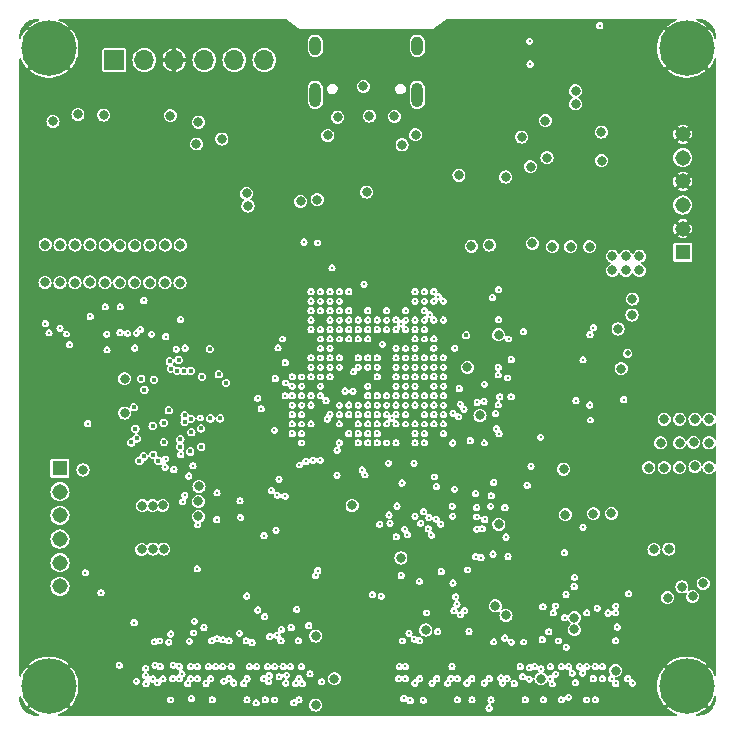
<source format=gbr>
%TF.GenerationSoftware,KiCad,Pcbnew,7.0.7*%
%TF.CreationDate,2024-02-27T15:56:59-08:00*%
%TF.ProjectId,cpu_board,6370755f-626f-4617-9264-2e6b69636164,rev?*%
%TF.SameCoordinates,Original*%
%TF.FileFunction,Copper,L5,Inr*%
%TF.FilePolarity,Positive*%
%FSLAX46Y46*%
G04 Gerber Fmt 4.6, Leading zero omitted, Abs format (unit mm)*
G04 Created by KiCad (PCBNEW 7.0.7) date 2024-02-27 15:56:59*
%MOMM*%
%LPD*%
G01*
G04 APERTURE LIST*
%TA.AperFunction,ComponentPad*%
%ADD10C,4.700000*%
%TD*%
%TA.AperFunction,ComponentPad*%
%ADD11R,1.308000X1.308000*%
%TD*%
%TA.AperFunction,ComponentPad*%
%ADD12C,1.308000*%
%TD*%
%TA.AperFunction,ComponentPad*%
%ADD13O,1.000000X2.100000*%
%TD*%
%TA.AperFunction,ComponentPad*%
%ADD14O,1.000000X1.600000*%
%TD*%
%TA.AperFunction,ComponentPad*%
%ADD15R,1.700000X1.700000*%
%TD*%
%TA.AperFunction,ComponentPad*%
%ADD16O,1.700000X1.700000*%
%TD*%
%TA.AperFunction,ViaPad*%
%ADD17C,0.300000*%
%TD*%
%TA.AperFunction,ViaPad*%
%ADD18C,0.800000*%
%TD*%
%TA.AperFunction,ViaPad*%
%ADD19C,0.406400*%
%TD*%
%TA.AperFunction,ViaPad*%
%ADD20C,0.400000*%
%TD*%
%TA.AperFunction,ViaPad*%
%ADD21C,0.500000*%
%TD*%
G04 APERTURE END LIST*
D10*
%TO.N,GND*%
%TO.C,H2*%
X3000000Y-3000000D03*
%TD*%
D11*
%TO.N,POR_B*%
%TO.C,J4*%
X3940000Y-38545500D03*
D12*
%TO.N,EN_LP*%
X3940000Y-40545500D03*
%TO.N,EN_ADCS*%
X3940000Y-42545500D03*
%TO.N,P_GOOD*%
X3940000Y-44545500D03*
%TO.N,LPUART1_TX_BOOT*%
X3940000Y-46545500D03*
%TO.N,LPUART1_RX_BOOT*%
X3940000Y-48545500D03*
%TD*%
D13*
%TO.N,GNDREF*%
%TO.C,J1*%
X34207500Y-6944000D03*
D14*
X34207500Y-2794000D03*
D13*
X25567500Y-6944000D03*
D14*
X25567500Y-2794000D03*
%TD*%
D10*
%TO.N,GND*%
%TO.C,H1*%
X57000000Y-3000000D03*
%TD*%
%TO.N,GND*%
%TO.C,H3*%
X3000000Y-57000000D03*
%TD*%
%TO.N,GND*%
%TO.C,H4*%
X57000000Y-57000000D03*
%TD*%
D15*
%TO.N,Net-(J5-Pin_1)*%
%TO.C,J5*%
X8540000Y-3990000D03*
D16*
%TO.N,EN_ADCS*%
X11080000Y-3990000D03*
%TO.N,GND*%
X13620000Y-3990000D03*
%TO.N,GNDREF*%
X16160000Y-3990000D03*
%TO.N,VBATT_IN*%
X18700000Y-3990000D03*
%TO.N,VUSB*%
X21240000Y-3990000D03*
%TD*%
D11*
%TO.N,VBATT_IN*%
%TO.C,J2*%
X56680000Y-20270000D03*
D12*
%TO.N,GND*%
X56680000Y-18270000D03*
%TO.N,VBATT_IN*%
X56680000Y-16270000D03*
%TO.N,GND*%
X56680000Y-14270000D03*
%TO.N,VBATT_IN*%
X56680000Y-12270000D03*
%TO.N,GND*%
X56680000Y-10270000D03*
%TD*%
D17*
%TO.N,GND*%
X45810000Y-58060000D03*
X29910000Y-13390000D03*
X27450000Y-41180000D03*
D18*
X22350000Y-34400000D03*
D17*
X23600000Y-36400000D03*
X34000000Y-34000000D03*
X29900000Y-14100000D03*
X32400000Y-25200000D03*
D18*
X54700000Y-7000000D03*
D17*
X28400000Y-29200000D03*
D18*
X53300000Y-5600000D03*
X41000000Y-16900000D03*
D17*
X35400000Y-38600000D03*
X33200000Y-27600000D03*
D19*
X12729300Y-35505900D03*
D17*
X31600000Y-31600000D03*
D18*
X52900000Y-31200000D03*
D19*
X14071200Y-35508800D03*
D17*
X27440000Y-40510000D03*
D18*
X40100000Y-16900000D03*
D17*
X31600000Y-27600000D03*
X26160000Y-41860000D03*
D19*
X9839900Y-37678200D03*
D17*
X32400000Y-27600000D03*
D18*
X45900000Y-4800000D03*
D17*
X31600000Y-30800000D03*
D18*
X41100000Y-22000000D03*
D17*
X25200000Y-34000000D03*
D18*
X18750100Y-40709400D03*
D20*
X17075000Y-37925000D03*
D18*
X38700000Y-10100000D03*
D17*
X28400000Y-34800000D03*
X52180000Y-26840000D03*
X34000000Y-25200000D03*
D19*
X17129700Y-31092500D03*
D18*
X18750000Y-41910000D03*
D17*
X28400000Y-30000000D03*
D18*
X38715000Y-8485000D03*
D17*
X25200000Y-28399800D03*
X32363259Y-38776348D03*
D18*
X53800000Y-32100000D03*
D17*
X28400000Y-30800000D03*
X29200000Y-25200000D03*
X25200000Y-31600000D03*
X28400000Y-24400000D03*
D18*
X47400000Y-4800000D03*
D17*
X26000000Y-33200400D03*
X30800000Y-28400000D03*
D18*
X42500000Y-22000000D03*
X46700000Y-4000000D03*
X53800000Y-31200000D03*
D17*
X30800000Y-25200000D03*
X34800000Y-31600000D03*
X36400000Y-23600000D03*
D18*
X40240000Y-25320000D03*
X52900000Y-32100000D03*
D17*
X30000000Y-28400000D03*
X15472302Y-34727698D03*
D19*
X15014400Y-36311600D03*
D20*
X15475000Y-37925000D03*
D17*
X34800000Y-28400000D03*
X26000000Y-26000000D03*
D18*
X46000000Y-3300000D03*
D20*
X39652600Y-27505500D03*
D18*
X38700000Y-11800000D03*
D17*
X32400000Y-35600000D03*
X31600000Y-28400000D03*
D18*
X47400000Y-3300000D03*
D17*
X26180000Y-40540000D03*
D18*
X40100000Y-15900000D03*
D17*
X27600000Y-30800000D03*
X28400000Y-28400000D03*
X26180000Y-41170000D03*
X27600000Y-31600000D03*
X55300000Y-26850000D03*
D18*
X58200000Y-27100000D03*
X51700000Y-35600000D03*
D20*
X38425000Y-46200000D03*
D17*
X30800000Y-31600000D03*
D18*
X35900000Y-18400000D03*
D17*
X29200000Y-28400000D03*
X31600000Y-29200000D03*
X23600000Y-23599200D03*
X26000000Y-34800000D03*
D18*
X35100000Y-14200000D03*
X18730000Y-43180000D03*
D17*
X31600000Y-30000000D03*
D19*
X12760900Y-37203800D03*
D17*
X27440000Y-41860000D03*
X31600000Y-35600000D03*
X36400000Y-36400000D03*
D18*
X41000000Y-15900000D03*
D17*
X26000000Y-34000000D03*
X38600000Y-35000000D03*
D18*
%TO.N,VSYS*%
X51460000Y-30110000D03*
X58910000Y-34400000D03*
X45050000Y-9120000D03*
X55100000Y-38500000D03*
X55100000Y-34400000D03*
X57700000Y-34400000D03*
X43790000Y-13020000D03*
X54800000Y-36400000D03*
X58900000Y-38500000D03*
X56400000Y-36400000D03*
X57700000Y-38400000D03*
X43040000Y-10510000D03*
X57600000Y-36370000D03*
X38774400Y-19751700D03*
X58900000Y-36400000D03*
X45180000Y-12260000D03*
X53800000Y-38500000D03*
X41680000Y-13890000D03*
X56400000Y-34400000D03*
X56400000Y-38500000D03*
D17*
%TO.N,/RT1176 #1/VDDA_ADC_3P3*%
X33200000Y-30000000D03*
%TO.N,VDD_SNVS_ANA*%
X33999999Y-36400000D03*
X31750000Y-38125000D03*
X33925000Y-38125000D03*
X31600000Y-36400000D03*
%TO.N,VDD_SNVS_DIG*%
X34000000Y-35600000D03*
%TO.N,/RT1176 #1/VDD_LPSR_ANA*%
X32400000Y-34000000D03*
%TO.N,/RT1176 #1/VDD_LPSR_DIG*%
X31600000Y-34000000D03*
%TO.N,VDD_1P0*%
X31600000Y-33200000D03*
%TO.N,VDD_SOC_IN*%
X30800000Y-30000000D03*
X29200000Y-29200000D03*
X30800000Y-30800000D03*
X29200000Y-30000000D03*
X30000000Y-29200000D03*
X30800000Y-29200000D03*
X30000000Y-30000000D03*
D18*
%TO.N,/USB-C/USB_CON_DP*%
X29630000Y-6210000D03*
%TO.N,POR_B*%
X5900000Y-38700000D03*
D17*
X30800000Y-35600000D03*
%TO.N,ADC_1V8_IN*%
X34800000Y-30800000D03*
X35600000Y-28400000D03*
%TO.N,Net-(U2B-VDDA_1P8_IN)*%
X31600000Y-32400000D03*
D18*
%TO.N,VDD_3V3*%
X43930000Y-19510000D03*
X40310000Y-19660000D03*
D17*
X27600000Y-30000000D03*
D18*
X38430000Y-30000000D03*
D17*
X32400000Y-28400000D03*
X28400000Y-26800000D03*
D18*
X47170000Y-19780000D03*
D17*
X28400000Y-34000000D03*
D18*
X15480000Y-11090000D03*
X45640000Y-19780000D03*
D17*
X27600000Y-29200000D03*
D18*
X13280000Y-8710000D03*
X27177100Y-56369800D03*
D17*
X32400000Y-34800000D03*
D18*
X28680500Y-41700000D03*
X48800000Y-19800000D03*
D17*
X32400000Y-32400000D03*
D18*
X17650000Y-10680000D03*
X50986700Y-55677800D03*
X37716400Y-13741400D03*
X15670000Y-9250000D03*
D17*
%TO.N,GPIO_AD_08*%
X38678700Y-36213300D03*
X43111372Y-56188628D03*
X34800000Y-34800000D03*
%TO.N,Net-(U2K-VDD_MIPI_1P8)*%
X30000000Y-27600000D03*
%TO.N,/RT1176 #3/MCM_3V3*%
X35600000Y-26000000D03*
%TO.N,VDD_1V8*%
X27600000Y-27600000D03*
D18*
X11810000Y-45390000D03*
X5460000Y-8590000D03*
X41075000Y-27240000D03*
X39511900Y-34072422D03*
X3360000Y-9180000D03*
X25600000Y-52760500D03*
X50615000Y-42370000D03*
X10860000Y-45430000D03*
D17*
X32400000Y-25975000D03*
D18*
X46720479Y-42479521D03*
X52410000Y-24220000D03*
X46576201Y-38629799D03*
X12720000Y-45400000D03*
D17*
X33200000Y-28400000D03*
X28400000Y-27600000D03*
X32400000Y-29200000D03*
D18*
X49100000Y-42400000D03*
X51200000Y-26770000D03*
X25600000Y-58600000D03*
X7650000Y-8650000D03*
D17*
X34000000Y-26000000D03*
D20*
X38322222Y-27292778D03*
D17*
%TO.N,VUSB*%
X36400000Y-26000000D03*
D18*
X32260000Y-8770000D03*
X27460000Y-8830000D03*
X29900000Y-15160000D03*
%TO.N,GNDREF*%
X26620000Y-10360000D03*
X34060000Y-10310000D03*
X32910000Y-11170000D03*
D19*
%TO.N,/SDRAM/SDRAM_1V8*%
X15058100Y-35499400D03*
D18*
X10930000Y-41710000D03*
D19*
X14972300Y-37134300D03*
X12748200Y-36342400D03*
D20*
X10811500Y-30971500D03*
D19*
X12722800Y-34686600D03*
D18*
X9420000Y-30970000D03*
D19*
X12275000Y-37925000D03*
D18*
X15670000Y-41360000D03*
X11790000Y-41710000D03*
D19*
X10675000Y-37925000D03*
D18*
X9420000Y-33880000D03*
X12640000Y-41700000D03*
X15660000Y-42620000D03*
X15720000Y-40080000D03*
%TO.N,/USB-C/USB_CON_DN*%
X30130000Y-8740000D03*
%TO.N,VDD_3V3_LP*%
X41700000Y-51000000D03*
X40800000Y-50200000D03*
D17*
X32400000Y-36400000D03*
D18*
%TO.N,VBATT*%
X47500000Y-52200000D03*
X57500000Y-49400000D03*
X58400000Y-48300000D03*
D17*
X45900000Y-50200000D03*
D18*
X47500000Y-51200000D03*
X56600000Y-48600000D03*
X49790900Y-10080000D03*
X49800000Y-12500000D03*
X47600000Y-7700000D03*
X47600000Y-6600000D03*
D17*
X45700000Y-50800000D03*
D18*
X55400000Y-49500000D03*
D17*
%TO.N,Net-(U1-DVDT)*%
X49652800Y-1075100D03*
D18*
%TO.N,EN_ADCS*%
X54235000Y-45421800D03*
D17*
X43700000Y-2400000D03*
%TO.N,GPIO_AD_27*%
X33992500Y-56735800D03*
X34005700Y-42622800D03*
X35600000Y-33200000D03*
X35808500Y-40096900D03*
%TO.N,GPIO_EMC_B1_40*%
X23600000Y-30800000D03*
X41600000Y-52925300D03*
%TO.N,GPIO_AD_26*%
X34700000Y-58200000D03*
X34000000Y-31600000D03*
%TO.N,GPIO_AD_03*%
X43816700Y-38370900D03*
X45464800Y-56362500D03*
X34800000Y-34000000D03*
X52096600Y-49184500D03*
%TO.N,GPIO_AD_11*%
X41413700Y-56735800D03*
X35600000Y-34000000D03*
%TO.N,GPIO_AD_01*%
X46399000Y-58161100D03*
X34000000Y-34800000D03*
X48220300Y-43536200D03*
%TO.N,GPIO_AD_00*%
X37195200Y-36410500D03*
X41612800Y-41882400D03*
X47000000Y-57941200D03*
X32400000Y-33200000D03*
X45906200Y-55977700D03*
%TO.N,GPIO_AD_06*%
X37687400Y-34186400D03*
X33200000Y-33200000D03*
X43695900Y-56402900D03*
%TO.N,GPIO_AD_02*%
X33200000Y-34800000D03*
X33360600Y-44173200D03*
X45627277Y-56813446D03*
%TO.N,GPIO_AD_07*%
X41273800Y-56300600D03*
X43330600Y-58161100D03*
X36400000Y-35600000D03*
%TO.N,GPIO_LPSR_04*%
X49867400Y-56362500D03*
X29688300Y-22964700D03*
X49429100Y-50406800D03*
X28400000Y-33200000D03*
X51129100Y-51994700D03*
%TO.N,GPIO_LPSR_05*%
X41121800Y-35614000D03*
X46651100Y-45707700D03*
X50995500Y-50232400D03*
X29200000Y-33200000D03*
X49267400Y-58161100D03*
%TO.N,GPIO_EMC_B1_41*%
X23600000Y-31600000D03*
X40667200Y-53250900D03*
%TO.N,GPIO_EMC_B2_00*%
X19783400Y-58161100D03*
X21700000Y-52800000D03*
X22487100Y-39488100D03*
X24400000Y-30800000D03*
%TO.N,GPIO_SNVS_03*%
X24186000Y-56362500D03*
X28753100Y-32022900D03*
X29762800Y-39113000D03*
X27408700Y-37012400D03*
X30800000Y-32400000D03*
%TO.N,GPIO_SNVS_09*%
X21186000Y-56362500D03*
X31600000Y-34800000D03*
D18*
%TO.N,PMIC_ON_REQ*%
X55500000Y-45400000D03*
D17*
X48533200Y-55337500D03*
D18*
X41100000Y-43300000D03*
D17*
X30000000Y-36400000D03*
%TO.N,ONOFF*%
X30800000Y-36400000D03*
X50996300Y-53156400D03*
%TO.N,GPIO_SNVS_00*%
X24460100Y-56780000D03*
X30800000Y-34800000D03*
%TO.N,PMIC_STBY_REQ*%
X30000000Y-35600000D03*
X49867400Y-55337500D03*
%TO.N,GPIO_SNVS_05*%
X29538000Y-38694000D03*
X27404000Y-39140900D03*
X22117600Y-58161100D03*
X30000000Y-34000000D03*
X25005900Y-51874700D03*
%TO.N,GPIO_SNVS_07*%
X30390800Y-49245900D03*
X30000000Y-34800000D03*
X31146600Y-49372800D03*
X21317600Y-58161100D03*
%TO.N,GPIO_LPSR_07*%
X50992259Y-50792259D03*
X48533200Y-58161100D03*
X29200000Y-34800000D03*
%TO.N,WAKEUP*%
X49267400Y-55337500D03*
X29200000Y-35600000D03*
%TO.N,GPIO_AD_09*%
X37448800Y-49437100D03*
X38200000Y-50600000D03*
X35652100Y-39272700D03*
X35600000Y-34800000D03*
X42396400Y-56768700D03*
X37350000Y-40307700D03*
%TO.N,GPIO_EMC_B2_10*%
X24218800Y-38271500D03*
X15004500Y-56362500D03*
X24400000Y-34800000D03*
X23985400Y-50497900D03*
X25112600Y-55958800D03*
%TO.N,GPIO_SNVS_01*%
X30800000Y-34000000D03*
X25772400Y-47215600D03*
X28085500Y-32007400D03*
X24186000Y-58161100D03*
%TO.N,GPIO_EMC_B2_06*%
X16835000Y-58161100D03*
X23011500Y-40924600D03*
X23600000Y-35600000D03*
%TO.N,GPIO_EMC_B2_03*%
X18659700Y-56735400D03*
X23600000Y-34800000D03*
%TO.N,GPIO_EMC_B2_13*%
X26800000Y-30800000D03*
X13497400Y-56362500D03*
X13588100Y-38655800D03*
%TO.N,GPIO_LPSR_01*%
X27600000Y-34800000D03*
X52022400Y-56362500D03*
%TO.N,GPIO_EMC_B2_14*%
X21850300Y-40435700D03*
X13315000Y-58161100D03*
X26000000Y-32400000D03*
%TO.N,GPIO_EMC_B2_01*%
X26000000Y-30800000D03*
X23128600Y-56066900D03*
X23513400Y-52031300D03*
X24752700Y-37975700D03*
X19513100Y-56768700D03*
X26474400Y-32825900D03*
%TO.N,GPIO_EMC_B2_15*%
X14327400Y-41397000D03*
X14270200Y-55962900D03*
X24400000Y-31600000D03*
X12669478Y-56390622D03*
X19180000Y-41309700D03*
%TO.N,GPIO_LPSR_09*%
X26800000Y-34000000D03*
X47314900Y-55900000D03*
%TO.N,GPIO_AD_32*%
X40667900Y-39759400D03*
X37157600Y-41765400D03*
X38145000Y-33565900D03*
X40900000Y-35200000D03*
X33119500Y-43684500D03*
X36187600Y-43292900D03*
X33491300Y-52531800D03*
X33947400Y-53039000D03*
X39133000Y-40687900D03*
X35600000Y-30785500D03*
%TO.N,GPIO_AD_33*%
X32834100Y-47622700D03*
X33191200Y-55337500D03*
X38448828Y-47151172D03*
X36400000Y-29200000D03*
%TO.N,GPIO_EMC_B2_08*%
X23600000Y-34000000D03*
X16300800Y-56766600D03*
%TO.N,GPIO_EMC_B2_16*%
X24400000Y-34000000D03*
X19756800Y-49374400D03*
X12200000Y-56700000D03*
%TO.N,GPIO_SNVS_08*%
X21600000Y-56600000D03*
X30000000Y-33200000D03*
%TO.N,GPIO_SNVS_04*%
X30800000Y-33200000D03*
X23063600Y-56735800D03*
%TO.N,GPIO_EMC_B2_18*%
X25200000Y-33200000D03*
X25988700Y-37876900D03*
X25583800Y-47623700D03*
X11200000Y-56100000D03*
%TO.N,GPIO_EMC_B2_05*%
X23600000Y-33200000D03*
X17807100Y-56584800D03*
%TO.N,GPIO_EMC_B2_09*%
X24400000Y-33200000D03*
X15201600Y-38340200D03*
X15580800Y-56362500D03*
%TO.N,GPIO_EMC_B2_04*%
X22324000Y-52700000D03*
X21662300Y-56104100D03*
X18249200Y-56362500D03*
X23600000Y-32400000D03*
X22360200Y-40842900D03*
%TO.N,GPIO_EMC_B2_07*%
X16700800Y-56362500D03*
X25200000Y-32400000D03*
%TO.N,GPIO_LPSR_06*%
X50346194Y-50809450D03*
X49085600Y-56362500D03*
X29200000Y-34000000D03*
%TO.N,GPIO_SNVS_06*%
X30000000Y-32400000D03*
X22500000Y-56200000D03*
%TO.N,GPIO_SNVS_02*%
X30000000Y-31600000D03*
X20549300Y-58422100D03*
X3017000Y-27088900D03*
X23913100Y-56768700D03*
X26978100Y-21585700D03*
%TO.N,GPIO_DISP_B2_09*%
X29200000Y-26000000D03*
X14046600Y-55337500D03*
X14174400Y-37379600D03*
%TO.N,GPIO_SD_B1_04*%
X46399000Y-55337500D03*
X34800000Y-24400000D03*
%TO.N,GPIO_DISP_B2_07*%
X15833700Y-34283700D03*
X27600000Y-26000000D03*
X15259503Y-52484400D03*
%TO.N,GPIO_AD_35*%
X32678100Y-55337500D03*
X37302000Y-50602000D03*
X37193600Y-42613500D03*
X37365800Y-28386300D03*
X39226600Y-41865800D03*
%TO.N,GPIO_DISP_B2_06*%
X15592000Y-43347500D03*
X12893300Y-37741900D03*
X15580800Y-55337500D03*
X15332000Y-51500000D03*
X27600000Y-25200000D03*
%TO.N,GPIO_SD_B1_01*%
X46800000Y-53700000D03*
X41047400Y-30004300D03*
X34800000Y-26000000D03*
X46794500Y-49236800D03*
%TO.N,GPIO_AD_34*%
X32933200Y-53156400D03*
X39210500Y-43693100D03*
X35600000Y-30000000D03*
X41186600Y-32493000D03*
X35394000Y-44223300D03*
X34976800Y-50788600D03*
%TO.N,GPIO_SD_B1_03*%
X46148800Y-53156400D03*
X36400000Y-24400000D03*
%TO.N,DAC_OUT*%
X47933200Y-55337500D03*
X35600000Y-29200000D03*
X47630000Y-32828700D03*
%TO.N,GPIO_LPSR_00*%
X52431600Y-56735800D03*
X27600000Y-33200000D03*
%TO.N,GPIO_SD_B1_05*%
X35600000Y-23600000D03*
X45464800Y-55337500D03*
%TO.N,GPIO_SD_B1_00*%
X46664300Y-51191800D03*
X46999000Y-55337500D03*
X35600000Y-24400000D03*
D18*
%TO.N,Net-(U7-PG)*%
X52370000Y-25580000D03*
D21*
X52002679Y-28826800D03*
D18*
%TO.N,Net-(R44-Pad2)*%
X11550000Y-22840000D03*
X11560000Y-19660000D03*
%TO.N,Net-(R45-Pad2)*%
X12840000Y-22830000D03*
X12850000Y-19650000D03*
%TO.N,Net-(R46-Pad2)*%
X14110000Y-22830000D03*
X14120000Y-19650000D03*
%TO.N,Net-(R48-Pad2)*%
X19739500Y-15289500D03*
X25720000Y-15810000D03*
%TO.N,Net-(R50-Pad2)*%
X19860000Y-16350000D03*
X24320000Y-15950000D03*
%TO.N,Net-(R37-Pad2)*%
X2690000Y-19630000D03*
X2680000Y-22810000D03*
%TO.N,Net-(R38-Pad2)*%
X3950000Y-19640000D03*
X3940000Y-22820000D03*
%TO.N,Net-(R39-Pad2)*%
X5210000Y-22830000D03*
X5220000Y-19650000D03*
%TO.N,Net-(R40-Pad2)*%
X6470000Y-22790000D03*
X6480000Y-19610000D03*
%TO.N,Net-(R41-Pad2)*%
X7760000Y-22830000D03*
X7770000Y-19650000D03*
D17*
%TO.N,GPIO_EMC_B2_02*%
X22240400Y-43807500D03*
X25200000Y-30800100D03*
X19783400Y-56362500D03*
D18*
%TO.N,Net-(R42-Pad2)*%
X9010000Y-19670000D03*
X9000000Y-22850000D03*
D17*
%TO.N,ENET_RGMII_MDC*%
X11232800Y-56780000D03*
X24400000Y-36400000D03*
%TO.N,ENET_RGMII_MDIO*%
X10419972Y-56564528D03*
X25200000Y-34800000D03*
X21216200Y-44255800D03*
%TO.N,GPIO_DISP_B2_15*%
X11933500Y-53240700D03*
X10283700Y-28375900D03*
X26000000Y-23600000D03*
%TO.N,GPIO_DISP_B2_08*%
X15004500Y-55337500D03*
X16142800Y-52028500D03*
X26569300Y-34400300D03*
X26800000Y-24400000D03*
X25375800Y-37883600D03*
%TO.N,GPIO_DISP_B2_13*%
X10419500Y-27107000D03*
X26800000Y-23600000D03*
X12435000Y-55337500D03*
D18*
%TO.N,Net-(R43-Pad2)*%
X10270000Y-22850000D03*
X10280000Y-19670000D03*
D17*
%TO.N,GPIO_DISP_B2_12*%
X27597000Y-24402300D03*
X10222400Y-51624000D03*
X9671500Y-27126800D03*
X12375600Y-53156400D03*
%TO.N,GPIO_DISP_B2_10*%
X31019800Y-43300000D03*
X30000000Y-26000000D03*
X14905600Y-53200000D03*
%TO.N,GPIO_DISP_B2_11*%
X7906700Y-27197100D03*
X11187400Y-55489700D03*
X13536200Y-55220500D03*
X27600000Y-23600000D03*
%TO.N,GPIO_DISP_B2_14*%
X28400000Y-23600000D03*
X12844900Y-38444100D03*
X11996200Y-55220500D03*
%TO.N,ENET_RGMII_RXD2*%
X30800000Y-26800000D03*
X22698828Y-52201172D03*
X22654400Y-53156400D03*
%TO.N,ENET_RGMII_RXD1*%
X22851800Y-55337500D03*
X31600000Y-26800000D03*
%TO.N,GPIO_AD_28*%
X33600000Y-58209800D03*
X39838200Y-32895300D03*
X39264300Y-32976700D03*
X33191200Y-56362500D03*
X36400000Y-31600000D03*
%TO.N,ENET_RGMII_RXD0*%
X23735500Y-58413000D03*
X8965000Y-55234700D03*
X4510900Y-27178100D03*
X31600000Y-26000000D03*
X23451800Y-55337500D03*
%TO.N,GPIO_AD_29*%
X39224400Y-42651800D03*
X39872300Y-36402400D03*
X33052423Y-58047577D03*
X31884300Y-43200000D03*
X36400000Y-32400000D03*
X35122100Y-43680900D03*
%TO.N,ENET_RGMII_RXD3*%
X31600000Y-25200000D03*
X6297400Y-34767300D03*
X22117600Y-55337500D03*
X4758000Y-28088300D03*
X15562700Y-47071700D03*
%TO.N,GPIO_AD_30*%
X36400000Y-30800000D03*
X32620100Y-56362500D03*
%TO.N,GPIO_AD_31*%
X37222700Y-48267200D03*
X40613500Y-45820500D03*
X34401600Y-53156400D03*
X39906200Y-42887600D03*
X37554500Y-50076200D03*
X36400000Y-30000000D03*
%TO.N,ENET_RGMII_RX_EN*%
X33200000Y-26800000D03*
X24122800Y-53156400D03*
%TO.N,ENET_RGMII_RXC*%
X26104500Y-56635200D03*
X24386000Y-55337500D03*
X33200000Y-26000000D03*
%TO.N,P_GOOD*%
X43747200Y-4325000D03*
%TO.N,JTAG_MOD*%
X27600000Y-36400000D03*
%TO.N,FlexSPI_A_SS0*%
X48825000Y-27240000D03*
X41930000Y-27600000D03*
%TO.N,FlexSPI_A_D3*%
X41050000Y-33185000D03*
X35600000Y-27600000D03*
X41075000Y-25970000D03*
%TO.N,FlexSPI_A_D2*%
X42146000Y-29340600D03*
X48220000Y-29380000D03*
X34000000Y-29199900D03*
D20*
%TO.N,SEMC_CKE*%
X15040400Y-34381800D03*
D17*
X26800000Y-28399800D03*
%TO.N,SEMC_CS0*%
X27600000Y-26799600D03*
D20*
X11900000Y-31069800D03*
D17*
%TO.N,SEMC_CLK*%
X25200000Y-30000000D03*
D20*
%TO.N,/SDRAM/SEMC_CLK_R*%
X16685200Y-34331000D03*
D17*
%TO.N,SEMC_A0*%
X25200000Y-23591800D03*
D20*
X13338000Y-30109000D03*
D17*
%TO.N,ENET_RGMII_TXC_BT*%
X19717600Y-53156400D03*
X34000000Y-23600000D03*
X7925700Y-28530900D03*
X9047800Y-24890000D03*
%TO.N,ENET_RGMII_TXD1_BT*%
X20583400Y-55337500D03*
X11050000Y-24350000D03*
X17767200Y-53080500D03*
X17242500Y-40637500D03*
X34800000Y-23600000D03*
D20*
%TO.N,SEMC_A8*%
X16634400Y-28463600D03*
D17*
X25200000Y-24399300D03*
%TO.N,SEMC_A9*%
X26000000Y-24399300D03*
D20*
X14424600Y-30337100D03*
D17*
%TO.N,ENET_RGMII_TX_EN_BT*%
X7772200Y-24890000D03*
X13163000Y-53284500D03*
X19983400Y-55337500D03*
X34000000Y-24400000D03*
X9029700Y-27062700D03*
D20*
%TO.N,SEMC_A2*%
X17396400Y-30597200D03*
X11097200Y-31892600D03*
%TO.N,SEMC_A12*%
X13865800Y-30300500D03*
D17*
X25200000Y-25199400D03*
D20*
%TO.N,SEMC_A11*%
X15008800Y-30292400D03*
D17*
X26000000Y-25199400D03*
%TO.N,SEMC_A3*%
X26800000Y-25199400D03*
D20*
X13243500Y-29492300D03*
D17*
%TO.N,GPIO_DISP_B2_04*%
X28400000Y-25200000D03*
X22167700Y-30948000D03*
X16780800Y-53156400D03*
%TO.N,GPIO_DISP_B2_05*%
X25760000Y-19457300D03*
X30000000Y-25200000D03*
X14537700Y-28374700D03*
X16505800Y-55337500D03*
%TO.N,ENET_RGMII_TXD0_BT*%
X19143300Y-52498700D03*
X6500000Y-25700000D03*
X33200000Y-25200000D03*
X19211800Y-42730100D03*
X20200000Y-53310500D03*
%TO.N,SEMC_A7*%
X25200000Y-25999500D03*
D20*
X15964000Y-30810300D03*
%TO.N,SEMC_A4*%
X13980100Y-29378000D03*
D17*
X26800000Y-25999500D03*
%TO.N,GPIO_DISP_B2_03*%
X14150000Y-25950000D03*
X23010100Y-32414700D03*
X17115000Y-55337500D03*
X28400000Y-26000000D03*
X28778500Y-30392000D03*
X22098900Y-35318300D03*
%TO.N,ENET_RGMII_TXD3_BT*%
X2700000Y-26300000D03*
X30800000Y-26000000D03*
X21517600Y-55337500D03*
%TO.N,SEMC_D8*%
X25200000Y-26799600D03*
D20*
X18006000Y-31333800D03*
%TO.N,SEMC_D3*%
X10424100Y-36016600D03*
D17*
X26000000Y-26799600D03*
%TO.N,SEMC_WE*%
X26800000Y-26799600D03*
D20*
X10208200Y-33390200D03*
D17*
%TO.N,GPIO_DISP_B2_00*%
X29200000Y-26800000D03*
X10750000Y-26800000D03*
X13319700Y-52582019D03*
X18449200Y-55337500D03*
%TO.N,GPIO_DISP_B2_02*%
X14512200Y-40848200D03*
X17220500Y-42901700D03*
X12900000Y-27404500D03*
X17715000Y-55337500D03*
X13782400Y-28462600D03*
X17222900Y-52990700D03*
X30000000Y-26800000D03*
%TO.N,ENET_RGMII_TXD2_BT*%
X32400000Y-26800000D03*
X7410800Y-49091300D03*
X3945600Y-26700000D03*
%TO.N,USDHC2_CMD*%
X42162600Y-53263700D03*
X42141400Y-32491900D03*
X34000000Y-26800000D03*
X47517200Y-47784000D03*
%TO.N,USDHC2_DATA0*%
X41847300Y-30886300D03*
X47472600Y-48563900D03*
X34800000Y-26800000D03*
X42915000Y-55337500D03*
D20*
%TO.N,SEMC_D1*%
X9981000Y-36363000D03*
D17*
X22400200Y-28362000D03*
%TO.N,SEMC_D0*%
X22781200Y-27600000D03*
D20*
X11041354Y-37558646D03*
%TO.N,SEMC_D5*%
X10334500Y-35200000D03*
D17*
X26000000Y-27599700D03*
D20*
%TO.N,SEMC_DM0*%
X11783000Y-34966000D03*
D17*
X26800000Y-27599700D03*
%TO.N,GPIO_DISP_B2_01*%
X29200000Y-27600000D03*
X18249200Y-53156400D03*
X11700000Y-27200000D03*
%TO.N,USDHC2_CLK*%
X35245200Y-25543200D03*
X43201000Y-53251000D03*
X43176600Y-26980500D03*
X44829623Y-50272721D03*
X48548000Y-50797200D03*
X34000000Y-27600000D03*
%TO.N,FlexSPI_A_D0*%
X41050000Y-30645000D03*
X41075000Y-23430000D03*
X34800000Y-27599700D03*
%TO.N,SEMC_BA0*%
X20698400Y-32629200D03*
D20*
X14500800Y-34077000D03*
D17*
%TO.N,SEMC_D2*%
X25997400Y-28397200D03*
D20*
X11833800Y-37404400D03*
D17*
%TO.N,FlexSPI_A_CLK*%
X34000000Y-28400000D03*
D20*
%TO.N,SEMC_BA1*%
X13154600Y-33645200D03*
D17*
X23009800Y-29606600D03*
%TO.N,SEMC_D7*%
X25197300Y-29197200D03*
D20*
X14140000Y-36110000D03*
%TO.N,SEMC_D6*%
X15902117Y-36737902D03*
D17*
X26000000Y-29199900D03*
%TO.N,SEMC_D4*%
X26800000Y-29199900D03*
D20*
X14119800Y-36718600D03*
D17*
%TO.N,USDHC2_DATA1*%
X43685700Y-55435100D03*
X33200000Y-29200000D03*
X37744300Y-31794200D03*
%TO.N,FlexSPI_A_D1*%
X34800000Y-29200000D03*
X48800000Y-33200000D03*
X49105000Y-26640400D03*
%TO.N,SEMC_DM1*%
X20977800Y-33518200D03*
D20*
X17498000Y-34331000D03*
D17*
%TO.N,SEMC_RAS*%
X26000000Y-30000000D03*
D20*
X15884461Y-35184546D03*
D17*
%TO.N,SEMC_CAS*%
X26800000Y-30000000D03*
D20*
X14488100Y-34635800D03*
D17*
%TO.N,GPIO_AD_23*%
X35845400Y-56362500D03*
X32473100Y-41748300D03*
X32415900Y-44357700D03*
X32400000Y-30000000D03*
%TO.N,USDHC2_DATA2*%
X40454700Y-40879300D03*
X44130600Y-55337500D03*
X45332700Y-52400000D03*
X34000000Y-30000000D03*
%TO.N,USDHC2_DATA3*%
X34800000Y-30000000D03*
X44772600Y-53064200D03*
%TO.N,GPIO_AD_22*%
X51677300Y-32744700D03*
X32820800Y-26330200D03*
X32400000Y-30800000D03*
X35445400Y-56754600D03*
%TO.N,GPIO_AD_20*%
X35981200Y-24017300D03*
X36223600Y-47289800D03*
X33200000Y-30800000D03*
X43492800Y-39998800D03*
X41706800Y-44377000D03*
X37024000Y-56362500D03*
X39597400Y-46118600D03*
%TO.N,GPIO_AD_21*%
X36779600Y-56765300D03*
X41880600Y-46017100D03*
X34379600Y-48129700D03*
X40404600Y-41758000D03*
X34000000Y-30800000D03*
%TO.N,GPIO_EMC_B2_11*%
X14766600Y-56768700D03*
X21277700Y-51117400D03*
X15067900Y-58046800D03*
X26000000Y-31600000D03*
%TO.N,GPIO_AD_13*%
X39878600Y-31421400D03*
X40275200Y-58857500D03*
X32400000Y-31600000D03*
X40833700Y-33918300D03*
X40435000Y-58161100D03*
%TO.N,LPUART1_TX_BOOT*%
X32020000Y-34310000D03*
X33200000Y-31600000D03*
X31800000Y-42500000D03*
X6100000Y-47400000D03*
%TO.N,GPIO_AD_19*%
X37593800Y-58161100D03*
X35600000Y-31600000D03*
X37836600Y-33128800D03*
%TO.N,GPIO_EMC_B2_12*%
X14852600Y-39207700D03*
X14035000Y-56362500D03*
X24400000Y-32400000D03*
%TO.N,GPIO_AD_04*%
X33200000Y-32400000D03*
X44628300Y-35926000D03*
X44864800Y-58161100D03*
%TO.N,GPIO_AD_15*%
X38567300Y-52370600D03*
X37212800Y-33890400D03*
X38806800Y-56362500D03*
X34000000Y-32400000D03*
%TO.N,LPUART1_RX_BOOT*%
X34401600Y-56362500D03*
X32900000Y-39800000D03*
X34800000Y-32400000D03*
%TO.N,GPIO_AD_18*%
X37593800Y-56362500D03*
X35600000Y-32400000D03*
%TO.N,GPIO_AD_14*%
X35924000Y-52385700D03*
X34487000Y-43217200D03*
X35794900Y-42870300D03*
X39866100Y-56735800D03*
X34000000Y-33200000D03*
%TO.N,GPIO_AD_17*%
X38397700Y-56735800D03*
X37131900Y-55337500D03*
X34800000Y-33200000D03*
%TO.N,GPIO_AD_16*%
X36400000Y-33200000D03*
X38835000Y-58161100D03*
%TO.N,GPIO_LPSR_02*%
X35191300Y-42732400D03*
X51001600Y-56768700D03*
X27600000Y-34000000D03*
X48200600Y-55900000D03*
X34735900Y-42223000D03*
D18*
%TO.N,BT_CFG_IO_EN*%
X32806700Y-46155700D03*
D17*
X33200000Y-34000000D03*
D18*
X44680400Y-56362500D03*
X34917000Y-52251100D03*
D17*
%TO.N,GPIO_AD_12*%
X37839400Y-50960600D03*
X36400000Y-34000000D03*
X40275200Y-56362500D03*
%TO.N,GPIO_AD_10*%
X39698700Y-43670200D03*
X44663300Y-55531100D03*
X41796400Y-56362500D03*
X36400000Y-34800000D03*
X39133900Y-46034600D03*
%TO.N,CAMERA_TRIG*%
X11801291Y-56399814D03*
X20697000Y-50559900D03*
X24400000Y-35600000D03*
%TO.N,GPIO_LPSR_03*%
X24600000Y-19400000D03*
X28400000Y-35600700D03*
X50652800Y-56362500D03*
%TO.N,GPIO_LPSR_08*%
X29200000Y-36400000D03*
X47589784Y-56705146D03*
%TO.N,FlexSPI_A_SS1*%
X48850000Y-34455000D03*
X34800000Y-25200000D03*
X40560000Y-24090000D03*
D18*
%TO.N,VBATT_IN*%
X53000000Y-21800000D03*
X51850000Y-20600000D03*
X53000000Y-20600000D03*
X50700000Y-20600000D03*
X51850000Y-21800000D03*
X50700000Y-21800000D03*
D17*
%TO.N,/RT1176 #1/CLK1_P*%
X34800000Y-36400000D03*
%TO.N,/RT1176 #1/CLK1_N*%
X34800000Y-35600000D03*
%TO.N,/RT1176 #3/SEMC_DQS*%
X23039400Y-31310600D03*
%TO.N,/RT1176 #3/VDD_MIPI_1P0*%
X31238700Y-28047600D03*
%TD*%
%TA.AperFunction,Conductor*%
%TO.N,GND*%
G36*
X613300Y-57814935D02*
G01*
X646365Y-57854340D01*
X647219Y-57856822D01*
X668722Y-57923001D01*
X668730Y-57923023D01*
X802790Y-58207917D01*
X802799Y-58207934D01*
X971505Y-58473771D01*
X971511Y-58473780D01*
X1117004Y-58649650D01*
X1875558Y-57891095D01*
X1922178Y-57869355D01*
X1971865Y-57882669D01*
X1981906Y-57891095D01*
X2108903Y-58018092D01*
X2130643Y-58064712D01*
X2117329Y-58114399D01*
X2108903Y-58124440D01*
X1350000Y-58883342D01*
X1350001Y-58883343D01*
X1401752Y-58931942D01*
X1656499Y-59117026D01*
X1656500Y-59117027D01*
X1932411Y-59268710D01*
X1932427Y-59268717D01*
X2163351Y-59360147D01*
X2201818Y-59394299D01*
X2209332Y-59445187D01*
X2182378Y-59489000D01*
X2135676Y-59505266D01*
X1997587Y-59505281D01*
X1995537Y-59505281D01*
X1992856Y-59505185D01*
X1959120Y-59502772D01*
X1786174Y-59490403D01*
X1775558Y-59488877D01*
X1577006Y-59445685D01*
X1566719Y-59442665D01*
X1376333Y-59371655D01*
X1366574Y-59367198D01*
X1188242Y-59269822D01*
X1179215Y-59264021D01*
X1016546Y-59142249D01*
X1008438Y-59135222D01*
X864773Y-58991557D01*
X857746Y-58983449D01*
X819188Y-58931942D01*
X735974Y-58820780D01*
X730173Y-58811753D01*
X632797Y-58633421D01*
X628340Y-58623662D01*
X592398Y-58527297D01*
X557329Y-58433273D01*
X554312Y-58422998D01*
X511115Y-58224425D01*
X509592Y-58213821D01*
X509304Y-58209800D01*
X498922Y-58064631D01*
X499496Y-58048560D01*
X500500Y-58041581D01*
X500500Y-57880060D01*
X518093Y-57831722D01*
X562642Y-57806002D01*
X613300Y-57814935D01*
G37*
%TD.AperFunction*%
%TA.AperFunction,Conductor*%
G36*
X56182771Y-512796D02*
G01*
X56208503Y-557338D01*
X56199584Y-607998D01*
X56162132Y-640335D01*
X55932427Y-731282D01*
X55932411Y-731289D01*
X55656500Y-882972D01*
X55656499Y-882973D01*
X55401761Y-1068050D01*
X55350000Y-1116656D01*
X56108903Y-1875559D01*
X56130643Y-1922179D01*
X56117329Y-1971866D01*
X56108903Y-1981907D01*
X55981907Y-2108903D01*
X55935287Y-2130643D01*
X55885600Y-2117329D01*
X55875559Y-2108903D01*
X55117004Y-1350348D01*
X54971511Y-1526219D01*
X54971505Y-1526228D01*
X54802799Y-1792065D01*
X54802790Y-1792082D01*
X54668730Y-2076976D01*
X54668721Y-2076998D01*
X54571426Y-2376439D01*
X54571426Y-2376442D01*
X54512424Y-2685739D01*
X54492652Y-2999999D01*
X54512424Y-3314260D01*
X54571426Y-3623557D01*
X54571426Y-3623560D01*
X54668721Y-3923001D01*
X54668730Y-3923023D01*
X54802790Y-4207917D01*
X54802799Y-4207934D01*
X54971505Y-4473771D01*
X54971511Y-4473780D01*
X55117004Y-4649650D01*
X55875558Y-3891095D01*
X55922178Y-3869355D01*
X55971865Y-3882669D01*
X55981906Y-3891095D01*
X56108903Y-4018092D01*
X56130643Y-4064712D01*
X56117329Y-4114399D01*
X56108903Y-4124440D01*
X55350000Y-4883342D01*
X55350001Y-4883343D01*
X55401752Y-4931942D01*
X55656499Y-5117026D01*
X55656500Y-5117027D01*
X55932411Y-5268710D01*
X55932427Y-5268717D01*
X56225182Y-5384628D01*
X56225199Y-5384633D01*
X56530157Y-5462933D01*
X56530181Y-5462937D01*
X56842564Y-5502400D01*
X57157436Y-5502400D01*
X57469818Y-5462937D01*
X57469842Y-5462933D01*
X57774800Y-5384633D01*
X57774817Y-5384628D01*
X58067572Y-5268717D01*
X58067588Y-5268710D01*
X58343499Y-5117027D01*
X58343500Y-5117026D01*
X58598240Y-4931948D01*
X58598247Y-4931942D01*
X58649997Y-4883343D01*
X58649998Y-4883342D01*
X57891096Y-4124440D01*
X57869356Y-4077820D01*
X57882670Y-4028133D01*
X57891096Y-4018092D01*
X58018092Y-3891096D01*
X58064712Y-3869356D01*
X58114399Y-3882670D01*
X58124440Y-3891096D01*
X58882994Y-4649650D01*
X58882995Y-4649649D01*
X59028488Y-4473781D01*
X59197200Y-4207934D01*
X59197209Y-4207917D01*
X59331269Y-3923023D01*
X59331278Y-3923001D01*
X59348567Y-3869792D01*
X59380236Y-3829257D01*
X59430552Y-3818562D01*
X59475971Y-3842711D01*
X59495240Y-3890406D01*
X59495286Y-3893030D01*
X59495286Y-34032990D01*
X59477693Y-34081328D01*
X59433144Y-34107048D01*
X59382486Y-34098115D01*
X59360426Y-34078769D01*
X59304333Y-34005666D01*
X59188839Y-33917045D01*
X59188838Y-33917044D01*
X59188836Y-33917043D01*
X59072368Y-33868800D01*
X59054337Y-33861331D01*
X58982167Y-33851830D01*
X58910000Y-33842329D01*
X58909999Y-33842329D01*
X58765662Y-33861331D01*
X58631163Y-33917044D01*
X58631162Y-33917044D01*
X58515666Y-34005666D01*
X58427044Y-34121162D01*
X58427044Y-34121163D01*
X58427043Y-34121164D01*
X58427043Y-34121165D01*
X58397164Y-34193300D01*
X58374476Y-34248072D01*
X58339723Y-34285997D01*
X58288723Y-34292711D01*
X58245340Y-34265072D01*
X58235524Y-34248072D01*
X58224139Y-34220587D01*
X58182957Y-34121165D01*
X58172125Y-34107048D01*
X58094333Y-34005666D01*
X57978839Y-33917045D01*
X57978838Y-33917044D01*
X57978836Y-33917043D01*
X57862368Y-33868800D01*
X57844337Y-33861331D01*
X57700000Y-33842329D01*
X57555662Y-33861331D01*
X57421163Y-33917044D01*
X57421162Y-33917044D01*
X57305666Y-34005666D01*
X57217044Y-34121162D01*
X57217044Y-34121163D01*
X57161331Y-34255662D01*
X57142329Y-34400000D01*
X57161331Y-34544337D01*
X57171794Y-34569596D01*
X57217043Y-34678836D01*
X57217044Y-34678838D01*
X57217045Y-34678839D01*
X57305666Y-34794333D01*
X57385497Y-34855589D01*
X57421164Y-34882957D01*
X57555664Y-34938669D01*
X57700000Y-34957671D01*
X57844336Y-34938669D01*
X57978836Y-34882957D01*
X58094333Y-34794333D01*
X58182957Y-34678836D01*
X58235525Y-34551925D01*
X58270277Y-34514002D01*
X58321276Y-34507288D01*
X58364660Y-34534926D01*
X58374473Y-34551922D01*
X58427043Y-34678836D01*
X58427044Y-34678838D01*
X58427045Y-34678839D01*
X58515666Y-34794333D01*
X58595497Y-34855589D01*
X58631164Y-34882957D01*
X58765664Y-34938669D01*
X58910000Y-34957671D01*
X59054336Y-34938669D01*
X59188836Y-34882957D01*
X59304333Y-34794333D01*
X59360426Y-34721230D01*
X59403810Y-34693593D01*
X59454809Y-34700307D01*
X59489562Y-34738232D01*
X59495286Y-34767010D01*
X59495286Y-36046022D01*
X59477693Y-36094360D01*
X59433144Y-36120080D01*
X59382486Y-36111147D01*
X59360426Y-36091801D01*
X59294333Y-36005666D01*
X59178839Y-35917045D01*
X59178838Y-35917044D01*
X59178836Y-35917043D01*
X59090288Y-35880365D01*
X59044337Y-35861331D01*
X58900000Y-35842329D01*
X58755662Y-35861331D01*
X58644238Y-35907485D01*
X58621511Y-35916900D01*
X58621163Y-35917044D01*
X58621162Y-35917044D01*
X58505666Y-36005666D01*
X58417044Y-36121162D01*
X58417044Y-36121163D01*
X58417043Y-36121164D01*
X58417043Y-36121165D01*
X58414621Y-36127012D01*
X58361331Y-36255662D01*
X58342329Y-36400000D01*
X58361331Y-36544337D01*
X58365467Y-36554322D01*
X58417043Y-36678836D01*
X58417044Y-36678838D01*
X58417045Y-36678839D01*
X58505666Y-36794333D01*
X58576015Y-36848313D01*
X58621164Y-36882957D01*
X58755664Y-36938669D01*
X58900000Y-36957671D01*
X59044336Y-36938669D01*
X59178836Y-36882957D01*
X59294333Y-36794333D01*
X59317353Y-36764333D01*
X59360426Y-36708199D01*
X59403810Y-36680561D01*
X59454809Y-36687275D01*
X59489562Y-36725200D01*
X59495286Y-36753978D01*
X59495286Y-38146022D01*
X59477693Y-38194360D01*
X59433144Y-38220080D01*
X59382486Y-38211147D01*
X59360426Y-38191801D01*
X59294333Y-38105666D01*
X59178839Y-38017045D01*
X59178838Y-38017044D01*
X59178836Y-38017043D01*
X59061885Y-37968600D01*
X59044337Y-37961331D01*
X58972168Y-37951830D01*
X58900000Y-37942329D01*
X58899999Y-37942329D01*
X58755662Y-37961331D01*
X58621163Y-38017044D01*
X58621162Y-38017044D01*
X58505666Y-38105666D01*
X58417044Y-38221162D01*
X58417040Y-38221169D01*
X58385642Y-38296971D01*
X58350890Y-38334897D01*
X58299890Y-38341610D01*
X58256506Y-38313971D01*
X58241610Y-38278010D01*
X58238669Y-38255664D01*
X58182957Y-38121165D01*
X58171065Y-38105667D01*
X58094333Y-38005666D01*
X57978839Y-37917045D01*
X57978838Y-37917044D01*
X57978836Y-37917043D01*
X57880822Y-37876444D01*
X57844337Y-37861331D01*
X57700000Y-37842329D01*
X57555662Y-37861331D01*
X57421163Y-37917044D01*
X57421162Y-37917044D01*
X57305666Y-38005666D01*
X57217044Y-38121162D01*
X57217044Y-38121163D01*
X57217043Y-38121164D01*
X57217043Y-38121165D01*
X57210517Y-38136920D01*
X57161331Y-38255662D01*
X57142329Y-38400000D01*
X57161331Y-38544337D01*
X57179750Y-38588804D01*
X57217043Y-38678836D01*
X57217044Y-38678838D01*
X57217045Y-38678839D01*
X57305666Y-38794333D01*
X57410187Y-38874534D01*
X57421164Y-38882957D01*
X57555664Y-38938669D01*
X57700000Y-38957671D01*
X57844336Y-38938669D01*
X57978836Y-38882957D01*
X58094333Y-38794333D01*
X58182957Y-38678836D01*
X58214357Y-38603027D01*
X58249108Y-38565104D01*
X58300108Y-38558389D01*
X58343492Y-38586028D01*
X58358388Y-38621989D01*
X58361330Y-38644334D01*
X58371620Y-38669176D01*
X58417043Y-38778836D01*
X58417044Y-38778838D01*
X58417045Y-38778839D01*
X58505666Y-38894333D01*
X58615793Y-38978836D01*
X58621164Y-38982957D01*
X58755664Y-39038669D01*
X58900000Y-39057671D01*
X59044336Y-39038669D01*
X59178836Y-38982957D01*
X59294333Y-38894333D01*
X59309526Y-38874533D01*
X59360426Y-38808199D01*
X59403810Y-38780561D01*
X59454809Y-38787275D01*
X59489562Y-38825200D01*
X59495286Y-38853978D01*
X59495286Y-56106969D01*
X59477693Y-56155307D01*
X59433144Y-56181027D01*
X59382486Y-56172094D01*
X59349421Y-56132689D01*
X59348567Y-56130208D01*
X59331276Y-56076993D01*
X59331269Y-56076976D01*
X59197209Y-55792082D01*
X59197200Y-55792065D01*
X59028494Y-55526228D01*
X59028488Y-55526219D01*
X58882994Y-55350348D01*
X58124440Y-56108903D01*
X58077820Y-56130643D01*
X58028133Y-56117329D01*
X58018092Y-56108903D01*
X57891095Y-55981906D01*
X57869355Y-55935286D01*
X57882669Y-55885599D01*
X57891095Y-55875558D01*
X58649998Y-55116656D01*
X58649997Y-55116655D01*
X58598247Y-55068057D01*
X58343500Y-54882973D01*
X58343499Y-54882972D01*
X58067588Y-54731289D01*
X58067572Y-54731282D01*
X57774817Y-54615371D01*
X57774800Y-54615366D01*
X57469842Y-54537066D01*
X57469818Y-54537062D01*
X57157436Y-54497600D01*
X56842564Y-54497600D01*
X56530181Y-54537062D01*
X56530157Y-54537066D01*
X56225199Y-54615366D01*
X56225182Y-54615371D01*
X55932427Y-54731282D01*
X55932411Y-54731289D01*
X55656500Y-54882972D01*
X55656499Y-54882973D01*
X55401761Y-55068050D01*
X55350000Y-55116656D01*
X56108903Y-55875559D01*
X56130643Y-55922179D01*
X56117329Y-55971866D01*
X56108903Y-55981907D01*
X55981907Y-56108903D01*
X55935287Y-56130643D01*
X55885600Y-56117329D01*
X55875559Y-56108903D01*
X55117004Y-55350348D01*
X54971511Y-55526219D01*
X54971505Y-55526228D01*
X54802799Y-55792065D01*
X54802790Y-55792082D01*
X54668730Y-56076976D01*
X54668721Y-56076998D01*
X54571426Y-56376439D01*
X54571426Y-56376442D01*
X54512424Y-56685739D01*
X54492652Y-57000000D01*
X54512424Y-57314260D01*
X54571426Y-57623557D01*
X54571426Y-57623560D01*
X54668721Y-57923001D01*
X54668730Y-57923023D01*
X54802790Y-58207917D01*
X54802799Y-58207934D01*
X54971505Y-58473771D01*
X54971511Y-58473780D01*
X55117004Y-58649650D01*
X55875558Y-57891095D01*
X55922178Y-57869355D01*
X55971865Y-57882669D01*
X55981906Y-57891095D01*
X56108903Y-58018092D01*
X56130643Y-58064712D01*
X56117329Y-58114399D01*
X56108903Y-58124440D01*
X55350000Y-58883342D01*
X55350001Y-58883343D01*
X55401752Y-58931942D01*
X55656499Y-59117026D01*
X55656500Y-59117027D01*
X55932411Y-59268710D01*
X55932427Y-59268717D01*
X56149272Y-59354573D01*
X56187739Y-59388725D01*
X56195253Y-59439613D01*
X56168299Y-59483426D01*
X56121597Y-59499692D01*
X3864789Y-59505088D01*
X3816449Y-59487500D01*
X3790725Y-59442954D01*
X3799652Y-59392295D01*
X3837098Y-59359969D01*
X4067572Y-59268717D01*
X4067588Y-59268710D01*
X4343499Y-59117027D01*
X4343500Y-59117026D01*
X4598240Y-58931948D01*
X4598247Y-58931942D01*
X4649997Y-58883343D01*
X4649998Y-58883342D01*
X3891096Y-58124440D01*
X3869356Y-58077820D01*
X3882670Y-58028133D01*
X3891096Y-58018092D01*
X4018092Y-57891096D01*
X4064712Y-57869356D01*
X4114399Y-57882670D01*
X4124440Y-57891096D01*
X4882994Y-58649650D01*
X4882995Y-58649649D01*
X5028488Y-58473781D01*
X5197200Y-58207934D01*
X5197209Y-58207917D01*
X5219239Y-58161100D01*
X13007427Y-58161100D01*
X13025976Y-58266297D01*
X13079384Y-58358803D01*
X13079385Y-58358804D01*
X13161211Y-58427465D01*
X13161212Y-58427465D01*
X13161213Y-58427466D01*
X13261591Y-58464000D01*
X13368409Y-58464000D01*
X13468787Y-58427466D01*
X13550615Y-58358804D01*
X13604024Y-58266296D01*
X13622573Y-58161100D01*
X13604024Y-58055904D01*
X13599216Y-58047577D01*
X13598767Y-58046800D01*
X14760327Y-58046800D01*
X14778876Y-58151997D01*
X14832284Y-58244503D01*
X14832285Y-58244504D01*
X14914111Y-58313165D01*
X14914112Y-58313165D01*
X14914113Y-58313166D01*
X15014491Y-58349700D01*
X15121309Y-58349700D01*
X15221687Y-58313166D01*
X15303515Y-58244504D01*
X15351668Y-58161100D01*
X16527427Y-58161100D01*
X16545976Y-58266297D01*
X16599384Y-58358803D01*
X16599385Y-58358804D01*
X16681211Y-58427465D01*
X16681212Y-58427465D01*
X16681213Y-58427466D01*
X16781591Y-58464000D01*
X16888409Y-58464000D01*
X16988787Y-58427466D01*
X17070615Y-58358804D01*
X17124024Y-58266296D01*
X17142573Y-58161100D01*
X19475827Y-58161100D01*
X19494376Y-58266297D01*
X19547784Y-58358803D01*
X19547785Y-58358804D01*
X19629611Y-58427465D01*
X19629612Y-58427465D01*
X19629613Y-58427466D01*
X19729991Y-58464000D01*
X19836809Y-58464000D01*
X19937187Y-58427466D01*
X19943582Y-58422100D01*
X20241727Y-58422100D01*
X20260276Y-58527297D01*
X20313684Y-58619803D01*
X20313685Y-58619804D01*
X20395511Y-58688465D01*
X20395512Y-58688465D01*
X20395513Y-58688466D01*
X20495891Y-58725000D01*
X20602709Y-58725000D01*
X20703087Y-58688466D01*
X20784915Y-58619804D01*
X20838324Y-58527296D01*
X20856873Y-58422100D01*
X20838324Y-58316904D01*
X20837222Y-58314996D01*
X20784915Y-58224396D01*
X20784914Y-58224395D01*
X20709483Y-58161100D01*
X21010027Y-58161100D01*
X21028576Y-58266297D01*
X21081984Y-58358803D01*
X21081985Y-58358804D01*
X21163811Y-58427465D01*
X21163812Y-58427465D01*
X21163813Y-58427466D01*
X21264191Y-58464000D01*
X21371009Y-58464000D01*
X21471387Y-58427466D01*
X21553215Y-58358804D01*
X21606624Y-58266296D01*
X21625173Y-58161100D01*
X21810027Y-58161100D01*
X21828576Y-58266297D01*
X21881984Y-58358803D01*
X21881985Y-58358804D01*
X21963811Y-58427465D01*
X21963812Y-58427465D01*
X21963813Y-58427466D01*
X22064191Y-58464000D01*
X22171009Y-58464000D01*
X22271387Y-58427466D01*
X22288627Y-58413000D01*
X23427927Y-58413000D01*
X23446476Y-58518197D01*
X23499884Y-58610703D01*
X23499885Y-58610704D01*
X23581711Y-58679365D01*
X23581712Y-58679365D01*
X23581713Y-58679366D01*
X23682091Y-58715900D01*
X23788909Y-58715900D01*
X23889287Y-58679366D01*
X23971115Y-58610704D01*
X23977295Y-58600000D01*
X25042329Y-58600000D01*
X25061331Y-58744337D01*
X25064631Y-58752304D01*
X25117043Y-58878836D01*
X25117044Y-58878838D01*
X25117045Y-58878839D01*
X25205666Y-58994333D01*
X25321160Y-59082954D01*
X25321164Y-59082957D01*
X25455664Y-59138669D01*
X25600000Y-59157671D01*
X25744336Y-59138669D01*
X25878836Y-59082957D01*
X25994333Y-58994333D01*
X26082957Y-58878836D01*
X26091795Y-58857500D01*
X39967627Y-58857500D01*
X39986176Y-58962697D01*
X40039584Y-59055203D01*
X40039585Y-59055204D01*
X40121411Y-59123865D01*
X40121412Y-59123865D01*
X40121413Y-59123866D01*
X40221791Y-59160400D01*
X40328609Y-59160400D01*
X40428987Y-59123866D01*
X40510815Y-59055204D01*
X40564224Y-58962696D01*
X40582773Y-58857500D01*
X40564224Y-58752304D01*
X40527367Y-58688466D01*
X40510815Y-58659796D01*
X40510814Y-58659795D01*
X40435748Y-58596806D01*
X40410028Y-58552258D01*
X40418961Y-58501599D01*
X40458367Y-58468535D01*
X40484086Y-58464000D01*
X40488409Y-58464000D01*
X40588787Y-58427466D01*
X40670615Y-58358804D01*
X40724024Y-58266296D01*
X40742573Y-58161100D01*
X43023027Y-58161100D01*
X43041576Y-58266297D01*
X43094984Y-58358803D01*
X43094985Y-58358804D01*
X43176811Y-58427465D01*
X43176812Y-58427465D01*
X43176813Y-58427466D01*
X43277191Y-58464000D01*
X43384009Y-58464000D01*
X43484387Y-58427466D01*
X43566215Y-58358804D01*
X43619624Y-58266296D01*
X43638173Y-58161100D01*
X43638173Y-58161099D01*
X44557227Y-58161099D01*
X44575776Y-58266297D01*
X44629184Y-58358803D01*
X44629185Y-58358804D01*
X44711011Y-58427465D01*
X44711012Y-58427465D01*
X44711013Y-58427466D01*
X44811391Y-58464000D01*
X44918209Y-58464000D01*
X45018587Y-58427466D01*
X45100415Y-58358804D01*
X45153824Y-58266296D01*
X45172373Y-58161100D01*
X46091427Y-58161100D01*
X46109976Y-58266297D01*
X46163384Y-58358803D01*
X46163385Y-58358804D01*
X46245211Y-58427465D01*
X46245212Y-58427465D01*
X46245213Y-58427466D01*
X46345591Y-58464000D01*
X46452409Y-58464000D01*
X46552787Y-58427466D01*
X46634615Y-58358804D01*
X46688024Y-58266296D01*
X46694815Y-58227777D01*
X46720535Y-58183231D01*
X46768873Y-58165637D01*
X46817210Y-58183230D01*
X46817211Y-58183231D01*
X46846211Y-58207565D01*
X46846212Y-58207565D01*
X46846213Y-58207566D01*
X46946591Y-58244100D01*
X47053409Y-58244100D01*
X47153787Y-58207566D01*
X47209163Y-58161100D01*
X48225627Y-58161100D01*
X48244176Y-58266297D01*
X48297584Y-58358803D01*
X48297585Y-58358804D01*
X48379411Y-58427465D01*
X48379412Y-58427465D01*
X48379413Y-58427466D01*
X48479791Y-58464000D01*
X48586609Y-58464000D01*
X48686987Y-58427466D01*
X48768815Y-58358804D01*
X48822224Y-58266296D01*
X48826242Y-58243504D01*
X48851962Y-58198958D01*
X48900300Y-58181364D01*
X48948637Y-58198957D01*
X48974357Y-58243503D01*
X48977351Y-58260484D01*
X48978376Y-58266297D01*
X49031784Y-58358803D01*
X49031785Y-58358804D01*
X49113611Y-58427465D01*
X49113612Y-58427465D01*
X49113613Y-58427466D01*
X49213991Y-58464000D01*
X49320809Y-58464000D01*
X49421187Y-58427466D01*
X49503015Y-58358804D01*
X49556424Y-58266296D01*
X49574973Y-58161100D01*
X49556424Y-58055904D01*
X49551616Y-58047577D01*
X49503015Y-57963396D01*
X49503014Y-57963395D01*
X49421188Y-57894734D01*
X49320809Y-57858200D01*
X49213991Y-57858200D01*
X49187206Y-57867948D01*
X49113614Y-57894733D01*
X49031785Y-57963395D01*
X49031782Y-57963398D01*
X48978376Y-58055901D01*
X48977419Y-58061331D01*
X48974357Y-58078695D01*
X48948637Y-58123242D01*
X48900300Y-58140835D01*
X48851962Y-58123241D01*
X48826242Y-58078695D01*
X48822224Y-58055904D01*
X48822223Y-58055902D01*
X48822223Y-58055901D01*
X48768815Y-57963396D01*
X48768814Y-57963395D01*
X48686988Y-57894734D01*
X48586609Y-57858200D01*
X48479791Y-57858200D01*
X48453006Y-57867948D01*
X48379414Y-57894733D01*
X48297585Y-57963395D01*
X48297582Y-57963398D01*
X48244176Y-58055902D01*
X48225627Y-58161100D01*
X47209163Y-58161100D01*
X47235615Y-58138904D01*
X47289024Y-58046396D01*
X47307573Y-57941200D01*
X47289024Y-57836004D01*
X47235615Y-57743496D01*
X47235614Y-57743495D01*
X47153788Y-57674834D01*
X47053409Y-57638300D01*
X46946591Y-57638300D01*
X46919806Y-57648048D01*
X46846214Y-57674833D01*
X46764385Y-57743495D01*
X46764382Y-57743498D01*
X46710975Y-57836004D01*
X46704183Y-57874522D01*
X46678462Y-57919070D01*
X46630124Y-57936662D01*
X46581788Y-57919068D01*
X46552788Y-57894734D01*
X46452409Y-57858200D01*
X46345591Y-57858200D01*
X46318806Y-57867948D01*
X46245214Y-57894733D01*
X46163385Y-57963395D01*
X46163382Y-57963398D01*
X46109976Y-58055902D01*
X46091427Y-58161100D01*
X45172373Y-58161100D01*
X45153824Y-58055904D01*
X45149016Y-58047577D01*
X45100415Y-57963396D01*
X45100414Y-57963395D01*
X45018588Y-57894734D01*
X44918209Y-57858200D01*
X44811391Y-57858200D01*
X44784606Y-57867948D01*
X44711014Y-57894733D01*
X44629185Y-57963395D01*
X44629182Y-57963398D01*
X44575776Y-58055902D01*
X44557227Y-58161099D01*
X43638173Y-58161099D01*
X43619624Y-58055904D01*
X43614816Y-58047577D01*
X43566215Y-57963396D01*
X43566214Y-57963395D01*
X43484388Y-57894734D01*
X43384009Y-57858200D01*
X43277191Y-57858200D01*
X43250406Y-57867948D01*
X43176814Y-57894733D01*
X43094985Y-57963395D01*
X43094982Y-57963398D01*
X43041576Y-58055902D01*
X43023027Y-58161100D01*
X40742573Y-58161100D01*
X40724024Y-58055904D01*
X40719216Y-58047577D01*
X40670615Y-57963396D01*
X40670614Y-57963395D01*
X40588788Y-57894734D01*
X40488409Y-57858200D01*
X40381591Y-57858200D01*
X40354806Y-57867948D01*
X40281214Y-57894733D01*
X40199385Y-57963395D01*
X40199382Y-57963398D01*
X40145976Y-58055902D01*
X40127427Y-58161100D01*
X40145976Y-58266297D01*
X40199384Y-58358803D01*
X40199385Y-58358804D01*
X40274452Y-58421794D01*
X40300172Y-58466342D01*
X40291239Y-58517001D01*
X40251833Y-58550065D01*
X40226114Y-58554600D01*
X40221791Y-58554600D01*
X40195006Y-58564348D01*
X40121414Y-58591133D01*
X40039585Y-58659795D01*
X40039582Y-58659798D01*
X39986176Y-58752302D01*
X39967627Y-58857500D01*
X26091795Y-58857500D01*
X26138669Y-58744336D01*
X26157671Y-58600000D01*
X26138669Y-58455664D01*
X26082957Y-58321165D01*
X26082955Y-58321162D01*
X25994333Y-58205666D01*
X25878839Y-58117045D01*
X25878838Y-58117044D01*
X25878836Y-58117043D01*
X25784144Y-58077820D01*
X25744337Y-58061331D01*
X25639863Y-58047577D01*
X32744850Y-58047577D01*
X32763399Y-58152774D01*
X32816807Y-58245280D01*
X32816808Y-58245281D01*
X32898634Y-58313942D01*
X32898635Y-58313942D01*
X32898636Y-58313943D01*
X32999014Y-58350477D01*
X33105832Y-58350477D01*
X33206210Y-58313943D01*
X33207716Y-58312678D01*
X33209569Y-58312004D01*
X33211910Y-58310653D01*
X33212148Y-58311065D01*
X33256052Y-58295080D01*
X33304391Y-58312668D01*
X33321185Y-58332680D01*
X33364384Y-58407503D01*
X33364385Y-58407504D01*
X33446211Y-58476165D01*
X33446212Y-58476165D01*
X33446213Y-58476166D01*
X33546591Y-58512700D01*
X33653409Y-58512700D01*
X33753787Y-58476166D01*
X33835615Y-58407504D01*
X33889024Y-58314996D01*
X33907573Y-58209800D01*
X33905845Y-58200000D01*
X34392427Y-58200000D01*
X34410976Y-58305197D01*
X34464384Y-58397703D01*
X34464385Y-58397704D01*
X34546211Y-58466365D01*
X34546212Y-58466365D01*
X34546213Y-58466366D01*
X34646591Y-58502900D01*
X34753409Y-58502900D01*
X34853787Y-58466366D01*
X34935615Y-58397704D01*
X34989024Y-58305196D01*
X35007573Y-58200000D01*
X35000714Y-58161100D01*
X37286227Y-58161100D01*
X37304776Y-58266297D01*
X37358184Y-58358803D01*
X37358185Y-58358804D01*
X37440011Y-58427465D01*
X37440012Y-58427465D01*
X37440013Y-58427466D01*
X37540391Y-58464000D01*
X37647209Y-58464000D01*
X37747587Y-58427466D01*
X37829415Y-58358804D01*
X37882824Y-58266296D01*
X37901373Y-58161100D01*
X38527427Y-58161100D01*
X38545976Y-58266297D01*
X38599384Y-58358803D01*
X38599385Y-58358804D01*
X38681211Y-58427465D01*
X38681212Y-58427465D01*
X38681213Y-58427466D01*
X38781591Y-58464000D01*
X38888409Y-58464000D01*
X38988787Y-58427466D01*
X39070615Y-58358804D01*
X39124024Y-58266296D01*
X39142573Y-58161100D01*
X39124024Y-58055904D01*
X39119216Y-58047577D01*
X39070615Y-57963396D01*
X39070614Y-57963395D01*
X38988788Y-57894734D01*
X38888409Y-57858200D01*
X38781591Y-57858200D01*
X38754806Y-57867948D01*
X38681214Y-57894733D01*
X38599385Y-57963395D01*
X38599382Y-57963398D01*
X38545976Y-58055902D01*
X38527427Y-58161100D01*
X37901373Y-58161100D01*
X37882824Y-58055904D01*
X37878016Y-58047577D01*
X37829415Y-57963396D01*
X37829414Y-57963395D01*
X37747588Y-57894734D01*
X37647209Y-57858200D01*
X37540391Y-57858200D01*
X37513606Y-57867948D01*
X37440014Y-57894733D01*
X37358185Y-57963395D01*
X37358182Y-57963398D01*
X37304776Y-58055902D01*
X37286227Y-58161100D01*
X35000714Y-58161100D01*
X34989024Y-58094804D01*
X34979218Y-58077820D01*
X34935615Y-58002296D01*
X34935614Y-58002295D01*
X34853788Y-57933634D01*
X34753409Y-57897100D01*
X34646591Y-57897100D01*
X34619806Y-57906848D01*
X34546214Y-57933633D01*
X34464385Y-58002295D01*
X34464382Y-58002298D01*
X34410976Y-58094802D01*
X34392427Y-58200000D01*
X33905845Y-58200000D01*
X33889024Y-58104604D01*
X33873560Y-58077820D01*
X33835615Y-58012096D01*
X33835614Y-58012095D01*
X33753788Y-57943434D01*
X33653409Y-57906900D01*
X33546591Y-57906900D01*
X33513154Y-57919070D01*
X33446213Y-57943434D01*
X33446211Y-57943435D01*
X33444693Y-57944709D01*
X33442833Y-57945385D01*
X33440517Y-57946723D01*
X33440281Y-57946314D01*
X33396353Y-57962297D01*
X33348018Y-57944698D01*
X33331237Y-57924697D01*
X33327988Y-57919070D01*
X33288038Y-57849873D01*
X33288037Y-57849872D01*
X33206211Y-57781211D01*
X33105832Y-57744677D01*
X32999014Y-57744677D01*
X32972229Y-57754425D01*
X32898637Y-57781210D01*
X32816808Y-57849872D01*
X32816805Y-57849875D01*
X32763399Y-57942379D01*
X32744850Y-58047577D01*
X25639863Y-58047577D01*
X25600000Y-58042329D01*
X25455662Y-58061331D01*
X25321163Y-58117044D01*
X25321162Y-58117044D01*
X25205666Y-58205666D01*
X25117044Y-58321162D01*
X25117044Y-58321163D01*
X25061331Y-58455662D01*
X25042329Y-58600000D01*
X23977295Y-58600000D01*
X24024524Y-58518196D01*
X24024524Y-58518192D01*
X24026773Y-58512016D01*
X24027985Y-58512457D01*
X24050177Y-58474019D01*
X24098514Y-58456424D01*
X24124235Y-58460958D01*
X24132591Y-58464000D01*
X24132593Y-58464000D01*
X24239409Y-58464000D01*
X24339787Y-58427466D01*
X24421615Y-58358804D01*
X24475024Y-58266296D01*
X24493573Y-58161100D01*
X24475024Y-58055904D01*
X24470216Y-58047577D01*
X24421615Y-57963396D01*
X24421614Y-57963395D01*
X24339788Y-57894734D01*
X24239409Y-57858200D01*
X24132591Y-57858200D01*
X24105806Y-57867948D01*
X24032214Y-57894733D01*
X23950385Y-57963395D01*
X23950382Y-57963398D01*
X23896975Y-58055904D01*
X23894726Y-58062085D01*
X23893515Y-58061644D01*
X23871315Y-58100087D01*
X23822975Y-58117676D01*
X23797265Y-58113141D01*
X23788909Y-58110100D01*
X23682091Y-58110100D01*
X23663010Y-58117045D01*
X23581714Y-58146633D01*
X23499885Y-58215295D01*
X23499882Y-58215298D01*
X23446476Y-58307802D01*
X23427927Y-58413000D01*
X22288627Y-58413000D01*
X22353215Y-58358804D01*
X22406624Y-58266296D01*
X22425173Y-58161100D01*
X22406624Y-58055904D01*
X22401816Y-58047577D01*
X22353215Y-57963396D01*
X22353214Y-57963395D01*
X22271388Y-57894734D01*
X22171009Y-57858200D01*
X22064191Y-57858200D01*
X22037406Y-57867948D01*
X21963814Y-57894733D01*
X21881985Y-57963395D01*
X21881982Y-57963398D01*
X21828576Y-58055902D01*
X21810027Y-58161100D01*
X21625173Y-58161100D01*
X21606624Y-58055904D01*
X21601816Y-58047577D01*
X21553215Y-57963396D01*
X21553214Y-57963395D01*
X21471388Y-57894734D01*
X21371009Y-57858200D01*
X21264191Y-57858200D01*
X21237406Y-57867948D01*
X21163814Y-57894733D01*
X21081985Y-57963395D01*
X21081982Y-57963398D01*
X21028576Y-58055902D01*
X21010027Y-58161100D01*
X20709483Y-58161100D01*
X20703088Y-58155734D01*
X20602709Y-58119200D01*
X20495891Y-58119200D01*
X20469106Y-58128948D01*
X20395514Y-58155733D01*
X20313685Y-58224395D01*
X20313682Y-58224398D01*
X20260276Y-58316902D01*
X20241727Y-58422100D01*
X19943582Y-58422100D01*
X20019015Y-58358804D01*
X20072424Y-58266296D01*
X20090973Y-58161100D01*
X20072424Y-58055904D01*
X20067616Y-58047577D01*
X20019015Y-57963396D01*
X20019014Y-57963395D01*
X19937188Y-57894734D01*
X19836809Y-57858200D01*
X19729991Y-57858200D01*
X19703206Y-57867948D01*
X19629614Y-57894733D01*
X19547785Y-57963395D01*
X19547782Y-57963398D01*
X19494376Y-58055902D01*
X19475827Y-58161100D01*
X17142573Y-58161100D01*
X17124024Y-58055904D01*
X17119216Y-58047577D01*
X17070615Y-57963396D01*
X17070614Y-57963395D01*
X16988788Y-57894734D01*
X16888409Y-57858200D01*
X16781591Y-57858200D01*
X16754806Y-57867948D01*
X16681214Y-57894733D01*
X16599385Y-57963395D01*
X16599382Y-57963398D01*
X16545976Y-58055902D01*
X16527427Y-58161100D01*
X15351668Y-58161100D01*
X15356924Y-58151996D01*
X15375473Y-58046800D01*
X15356924Y-57941604D01*
X15327763Y-57891096D01*
X15303515Y-57849096D01*
X15303514Y-57849095D01*
X15221688Y-57780434D01*
X15121309Y-57743900D01*
X15014491Y-57743900D01*
X14987706Y-57753648D01*
X14914114Y-57780433D01*
X14832285Y-57849095D01*
X14832282Y-57849098D01*
X14778876Y-57941602D01*
X14760327Y-58046800D01*
X13598767Y-58046800D01*
X13550615Y-57963396D01*
X13550614Y-57963395D01*
X13468788Y-57894734D01*
X13368409Y-57858200D01*
X13261591Y-57858200D01*
X13234806Y-57867948D01*
X13161214Y-57894733D01*
X13079385Y-57963395D01*
X13079382Y-57963398D01*
X13025976Y-58055902D01*
X13007427Y-58161100D01*
X5219239Y-58161100D01*
X5331269Y-57923023D01*
X5331278Y-57923001D01*
X5428573Y-57623560D01*
X5428573Y-57623557D01*
X5487575Y-57314260D01*
X5507347Y-57000000D01*
X5487575Y-56685739D01*
X5464453Y-56564528D01*
X10112399Y-56564528D01*
X10130948Y-56669725D01*
X10184356Y-56762231D01*
X10184357Y-56762232D01*
X10266183Y-56830893D01*
X10266184Y-56830893D01*
X10266185Y-56830894D01*
X10366563Y-56867428D01*
X10473381Y-56867428D01*
X10573759Y-56830894D01*
X10655587Y-56762232D01*
X10708996Y-56669724D01*
X10727545Y-56564528D01*
X10708996Y-56459332D01*
X10708917Y-56459196D01*
X10655587Y-56366824D01*
X10655586Y-56366823D01*
X10573760Y-56298162D01*
X10473381Y-56261628D01*
X10366563Y-56261628D01*
X10347839Y-56268443D01*
X10266186Y-56298161D01*
X10184357Y-56366823D01*
X10184354Y-56366826D01*
X10130948Y-56459330D01*
X10112399Y-56564528D01*
X5464453Y-56564528D01*
X5428573Y-56376442D01*
X5428573Y-56376439D01*
X5331278Y-56076998D01*
X5331269Y-56076976D01*
X5197209Y-55792082D01*
X5197200Y-55792065D01*
X5028494Y-55526228D01*
X5028488Y-55526219D01*
X4882994Y-55350348D01*
X4124440Y-56108903D01*
X4077820Y-56130643D01*
X4028133Y-56117329D01*
X4018092Y-56108903D01*
X3891095Y-55981906D01*
X3869355Y-55935286D01*
X3882669Y-55885599D01*
X3891095Y-55875558D01*
X4531954Y-55234700D01*
X8657427Y-55234700D01*
X8675976Y-55339897D01*
X8729384Y-55432403D01*
X8729385Y-55432404D01*
X8811211Y-55501065D01*
X8811212Y-55501065D01*
X8811213Y-55501066D01*
X8911591Y-55537600D01*
X9018409Y-55537600D01*
X9118787Y-55501066D01*
X9132332Y-55489700D01*
X10879827Y-55489700D01*
X10898376Y-55594897D01*
X10951784Y-55687403D01*
X10951785Y-55687404D01*
X11017481Y-55742530D01*
X11043201Y-55787078D01*
X11034268Y-55837736D01*
X11017481Y-55857742D01*
X10964385Y-55902294D01*
X10964382Y-55902298D01*
X10910976Y-55994802D01*
X10893109Y-56096133D01*
X10892427Y-56100000D01*
X10901164Y-56149552D01*
X10910976Y-56205197D01*
X10964384Y-56297703D01*
X10964385Y-56297704D01*
X11046211Y-56366365D01*
X11046212Y-56366365D01*
X11046213Y-56366366D01*
X11053667Y-56369079D01*
X11071237Y-56375474D01*
X11110643Y-56408538D01*
X11119576Y-56459196D01*
X11093856Y-56503745D01*
X11083120Y-56511263D01*
X11079014Y-56513633D01*
X10997185Y-56582295D01*
X10997182Y-56582298D01*
X10943776Y-56674802D01*
X10925227Y-56780000D01*
X10943776Y-56885197D01*
X10997184Y-56977703D01*
X10997185Y-56977704D01*
X11079011Y-57046365D01*
X11079012Y-57046365D01*
X11079013Y-57046366D01*
X11179391Y-57082900D01*
X11286209Y-57082900D01*
X11386587Y-57046366D01*
X11468415Y-56977704D01*
X11521824Y-56885196D01*
X11540373Y-56780000D01*
X11533890Y-56743234D01*
X11542821Y-56692577D01*
X11582226Y-56659512D01*
X11633666Y-56659511D01*
X11645543Y-56665049D01*
X11647500Y-56666179D01*
X11747882Y-56702714D01*
X11829805Y-56702714D01*
X11878143Y-56720307D01*
X11903862Y-56764855D01*
X11910975Y-56805195D01*
X11964384Y-56897703D01*
X11964385Y-56897704D01*
X12046211Y-56966365D01*
X12046212Y-56966365D01*
X12046213Y-56966366D01*
X12146591Y-57002900D01*
X12253409Y-57002900D01*
X12353787Y-56966366D01*
X12435615Y-56897704D01*
X12489024Y-56805196D01*
X12495459Y-56768700D01*
X14459027Y-56768700D01*
X14477576Y-56873897D01*
X14530984Y-56966403D01*
X14530985Y-56966404D01*
X14612811Y-57035065D01*
X14612812Y-57035065D01*
X14612813Y-57035066D01*
X14713191Y-57071600D01*
X14820009Y-57071600D01*
X14920387Y-57035066D01*
X15002215Y-56966404D01*
X15055624Y-56873896D01*
X15074173Y-56768700D01*
X15073803Y-56766600D01*
X15993227Y-56766600D01*
X16011776Y-56871797D01*
X16065184Y-56964303D01*
X16065185Y-56964304D01*
X16147011Y-57032965D01*
X16147012Y-57032965D01*
X16147013Y-57032966D01*
X16247391Y-57069500D01*
X16354209Y-57069500D01*
X16454587Y-57032966D01*
X16536415Y-56964304D01*
X16589824Y-56871796D01*
X16608373Y-56766600D01*
X16606090Y-56753657D01*
X16615025Y-56702999D01*
X16654431Y-56669935D01*
X16680149Y-56665400D01*
X16754209Y-56665400D01*
X16854587Y-56628866D01*
X16907103Y-56584800D01*
X17499527Y-56584800D01*
X17518076Y-56689997D01*
X17571484Y-56782503D01*
X17571485Y-56782504D01*
X17653311Y-56851165D01*
X17653312Y-56851165D01*
X17653313Y-56851166D01*
X17753691Y-56887700D01*
X17860509Y-56887700D01*
X17960887Y-56851166D01*
X18042715Y-56782504D01*
X18050687Y-56768697D01*
X18093615Y-56694342D01*
X18133019Y-56661276D01*
X18184459Y-56661276D01*
X18192927Y-56664357D01*
X18195791Y-56665400D01*
X18195793Y-56665400D01*
X18276927Y-56665400D01*
X18325265Y-56682993D01*
X18350985Y-56727542D01*
X18351224Y-56730278D01*
X18352127Y-56735399D01*
X18352127Y-56735400D01*
X18355906Y-56756833D01*
X18370676Y-56840597D01*
X18424084Y-56933103D01*
X18424085Y-56933104D01*
X18505911Y-57001765D01*
X18505912Y-57001765D01*
X18505913Y-57001766D01*
X18606291Y-57038300D01*
X18713109Y-57038300D01*
X18813487Y-57001766D01*
X18895315Y-56933104D01*
X18948724Y-56840596D01*
X18961401Y-56768700D01*
X19205527Y-56768700D01*
X19224076Y-56873897D01*
X19277484Y-56966403D01*
X19277485Y-56966404D01*
X19359311Y-57035065D01*
X19359312Y-57035065D01*
X19359313Y-57035066D01*
X19459691Y-57071600D01*
X19566509Y-57071600D01*
X19666887Y-57035066D01*
X19748715Y-56966404D01*
X19802124Y-56873896D01*
X19820673Y-56768700D01*
X19815487Y-56739290D01*
X19824418Y-56688633D01*
X19863823Y-56655568D01*
X19863825Y-56655567D01*
X19873282Y-56652125D01*
X19937187Y-56628866D01*
X20019015Y-56560204D01*
X20072424Y-56467696D01*
X20090973Y-56362500D01*
X20878427Y-56362500D01*
X20896976Y-56467697D01*
X20950384Y-56560203D01*
X20950385Y-56560204D01*
X21032211Y-56628865D01*
X21032212Y-56628865D01*
X21032213Y-56628866D01*
X21132591Y-56665400D01*
X21244583Y-56665400D01*
X21292921Y-56682993D01*
X21309708Y-56703000D01*
X21364384Y-56797703D01*
X21364385Y-56797704D01*
X21446211Y-56866365D01*
X21446212Y-56866365D01*
X21446213Y-56866366D01*
X21546591Y-56902900D01*
X21653409Y-56902900D01*
X21753787Y-56866366D01*
X21835615Y-56797704D01*
X21889024Y-56705196D01*
X21907573Y-56600000D01*
X21889024Y-56494804D01*
X21883822Y-56485794D01*
X21848412Y-56424461D01*
X21839479Y-56373802D01*
X21865198Y-56329256D01*
X21897915Y-56301804D01*
X21951324Y-56209296D01*
X21952963Y-56200000D01*
X22192427Y-56200000D01*
X22210976Y-56305197D01*
X22264384Y-56397703D01*
X22264385Y-56397704D01*
X22346211Y-56466365D01*
X22346212Y-56466365D01*
X22346213Y-56466366D01*
X22446591Y-56502900D01*
X22553409Y-56502900D01*
X22653787Y-56466366D01*
X22735615Y-56397704D01*
X22779079Y-56322421D01*
X22792314Y-56299498D01*
X22794279Y-56300633D01*
X22820988Y-56268795D01*
X22871645Y-56259856D01*
X22906933Y-56276308D01*
X22921402Y-56288449D01*
X22968554Y-56328015D01*
X22994274Y-56372564D01*
X22985341Y-56423222D01*
X22945937Y-56456286D01*
X22909813Y-56469434D01*
X22827985Y-56538095D01*
X22827982Y-56538098D01*
X22774576Y-56630602D01*
X22756027Y-56735799D01*
X22756027Y-56735800D01*
X22756838Y-56740397D01*
X22774576Y-56840997D01*
X22827984Y-56933503D01*
X22827985Y-56933504D01*
X22909811Y-57002165D01*
X22909812Y-57002165D01*
X22909813Y-57002166D01*
X23010191Y-57038700D01*
X23117009Y-57038700D01*
X23217387Y-57002166D01*
X23299215Y-56933504D01*
X23352624Y-56840996D01*
X23365372Y-56768700D01*
X23605527Y-56768700D01*
X23624076Y-56873897D01*
X23677484Y-56966403D01*
X23677485Y-56966404D01*
X23759311Y-57035065D01*
X23759312Y-57035065D01*
X23759313Y-57035066D01*
X23859691Y-57071600D01*
X23966509Y-57071600D01*
X24066887Y-57035066D01*
X24070940Y-57031665D01*
X24131529Y-56980824D01*
X24179865Y-56963231D01*
X24228203Y-56980824D01*
X24228204Y-56980825D01*
X24306311Y-57046365D01*
X24306312Y-57046365D01*
X24306313Y-57046366D01*
X24406691Y-57082900D01*
X24513509Y-57082900D01*
X24613887Y-57046366D01*
X24695715Y-56977704D01*
X24749124Y-56885196D01*
X24767673Y-56780000D01*
X24749124Y-56674804D01*
X24744144Y-56666179D01*
X24726259Y-56635200D01*
X25796927Y-56635200D01*
X25815476Y-56740397D01*
X25868884Y-56832903D01*
X25868885Y-56832904D01*
X25950711Y-56901565D01*
X25950712Y-56901565D01*
X25950713Y-56901566D01*
X26051091Y-56938100D01*
X26157909Y-56938100D01*
X26258287Y-56901566D01*
X26340115Y-56832904D01*
X26393524Y-56740396D01*
X26412073Y-56635200D01*
X26393524Y-56530004D01*
X26376336Y-56500234D01*
X26340115Y-56437496D01*
X26340114Y-56437495D01*
X26259439Y-56369800D01*
X26619429Y-56369800D01*
X26638431Y-56514137D01*
X26649670Y-56541270D01*
X26694143Y-56648636D01*
X26694144Y-56648638D01*
X26694145Y-56648639D01*
X26782766Y-56764133D01*
X26898260Y-56852754D01*
X26898264Y-56852757D01*
X27032764Y-56908469D01*
X27177100Y-56927471D01*
X27321436Y-56908469D01*
X27455936Y-56852757D01*
X27571433Y-56764133D01*
X27593174Y-56735800D01*
X33684927Y-56735800D01*
X33703476Y-56840997D01*
X33756884Y-56933503D01*
X33756885Y-56933504D01*
X33838711Y-57002165D01*
X33838712Y-57002165D01*
X33838713Y-57002166D01*
X33939091Y-57038700D01*
X34045909Y-57038700D01*
X34146287Y-57002166D01*
X34228115Y-56933504D01*
X34281524Y-56840996D01*
X34296758Y-56754600D01*
X35137827Y-56754600D01*
X35156376Y-56859797D01*
X35209784Y-56952303D01*
X35209785Y-56952304D01*
X35291611Y-57020965D01*
X35291612Y-57020965D01*
X35291613Y-57020966D01*
X35391991Y-57057500D01*
X35498809Y-57057500D01*
X35599187Y-57020966D01*
X35681015Y-56952304D01*
X35734424Y-56859796D01*
X35751086Y-56765300D01*
X36472027Y-56765300D01*
X36490576Y-56870497D01*
X36543984Y-56963003D01*
X36543985Y-56963004D01*
X36625811Y-57031665D01*
X36625812Y-57031665D01*
X36625813Y-57031666D01*
X36726191Y-57068200D01*
X36833009Y-57068200D01*
X36933387Y-57031666D01*
X37015215Y-56963004D01*
X37068624Y-56870496D01*
X37087173Y-56765300D01*
X37081971Y-56735800D01*
X38090127Y-56735800D01*
X38108676Y-56840997D01*
X38162084Y-56933503D01*
X38162085Y-56933504D01*
X38243911Y-57002165D01*
X38243912Y-57002165D01*
X38243913Y-57002166D01*
X38344291Y-57038700D01*
X38451109Y-57038700D01*
X38551487Y-57002166D01*
X38633315Y-56933504D01*
X38686724Y-56840996D01*
X38705273Y-56735800D01*
X39558527Y-56735800D01*
X39559338Y-56740397D01*
X39577076Y-56840997D01*
X39630484Y-56933503D01*
X39630485Y-56933504D01*
X39712311Y-57002165D01*
X39712312Y-57002165D01*
X39712313Y-57002166D01*
X39812691Y-57038700D01*
X39919509Y-57038700D01*
X40019887Y-57002166D01*
X40101715Y-56933504D01*
X40155124Y-56840996D01*
X40173673Y-56735800D01*
X40173672Y-56735798D01*
X40174815Y-56729321D01*
X40177599Y-56729811D01*
X40191266Y-56692262D01*
X40235815Y-56666542D01*
X40248873Y-56665400D01*
X40328609Y-56665400D01*
X40428987Y-56628866D01*
X40510815Y-56560204D01*
X40564224Y-56467696D01*
X40582773Y-56362500D01*
X40571858Y-56300600D01*
X40966227Y-56300600D01*
X40984776Y-56405797D01*
X41036750Y-56495819D01*
X41038185Y-56498304D01*
X41100991Y-56551005D01*
X41126711Y-56595552D01*
X41124240Y-56623847D01*
X41125819Y-56624126D01*
X41124677Y-56630602D01*
X41124676Y-56630604D01*
X41111523Y-56705197D01*
X41106127Y-56735800D01*
X41124676Y-56840997D01*
X41178084Y-56933503D01*
X41178085Y-56933504D01*
X41259911Y-57002165D01*
X41259912Y-57002165D01*
X41259913Y-57002166D01*
X41360291Y-57038700D01*
X41467109Y-57038700D01*
X41567487Y-57002166D01*
X41649315Y-56933504D01*
X41702724Y-56840996D01*
X41721273Y-56735800D01*
X41721272Y-56735798D01*
X41722415Y-56729321D01*
X41725199Y-56729811D01*
X41738866Y-56692262D01*
X41783415Y-56666542D01*
X41796473Y-56665400D01*
X41849809Y-56665400D01*
X41950187Y-56628866D01*
X41983565Y-56600857D01*
X42031902Y-56583263D01*
X42080240Y-56600855D01*
X42105961Y-56645403D01*
X42105962Y-56671521D01*
X42088827Y-56768699D01*
X42107376Y-56873897D01*
X42160784Y-56966403D01*
X42160785Y-56966404D01*
X42242611Y-57035065D01*
X42242612Y-57035065D01*
X42242613Y-57035066D01*
X42342991Y-57071600D01*
X42449809Y-57071600D01*
X42550187Y-57035066D01*
X42632015Y-56966404D01*
X42685424Y-56873896D01*
X42703973Y-56768700D01*
X42685424Y-56663504D01*
X42684210Y-56661402D01*
X42632015Y-56570996D01*
X42632014Y-56570995D01*
X42550188Y-56502334D01*
X42449809Y-56465800D01*
X42342991Y-56465800D01*
X42333007Y-56469434D01*
X42242613Y-56502333D01*
X42209232Y-56530344D01*
X42160894Y-56547937D01*
X42112557Y-56530343D01*
X42086837Y-56485794D01*
X42086837Y-56459682D01*
X42103973Y-56362500D01*
X42085424Y-56257304D01*
X42082915Y-56252959D01*
X42045774Y-56188628D01*
X42803799Y-56188628D01*
X42810242Y-56225166D01*
X42822348Y-56293825D01*
X42875756Y-56386331D01*
X42875757Y-56386332D01*
X42957583Y-56454993D01*
X42957584Y-56454993D01*
X42957585Y-56454994D01*
X43057963Y-56491528D01*
X43164781Y-56491528D01*
X43265159Y-56454994D01*
X43280676Y-56441973D01*
X43329013Y-56424380D01*
X43377351Y-56441973D01*
X43403071Y-56486520D01*
X43403071Y-56486521D01*
X43406875Y-56508095D01*
X43460284Y-56600603D01*
X43460285Y-56600604D01*
X43542111Y-56669265D01*
X43542112Y-56669265D01*
X43542113Y-56669266D01*
X43642491Y-56705800D01*
X43749309Y-56705800D01*
X43849687Y-56669266D01*
X43931515Y-56600604D01*
X43984924Y-56508096D01*
X43989954Y-56479566D01*
X44015672Y-56435021D01*
X44064009Y-56417426D01*
X44112347Y-56435018D01*
X44138068Y-56479566D01*
X44138567Y-56482809D01*
X44141730Y-56506833D01*
X44141730Y-56506835D01*
X44141731Y-56506836D01*
X44197443Y-56641336D01*
X44197444Y-56641337D01*
X44197445Y-56641339D01*
X44286066Y-56756833D01*
X44401560Y-56845454D01*
X44401564Y-56845457D01*
X44536064Y-56901169D01*
X44680400Y-56920171D01*
X44824736Y-56901169D01*
X44959236Y-56845457D01*
X45074733Y-56756833D01*
X45163357Y-56641336D01*
X45166024Y-56634896D01*
X45200774Y-56596970D01*
X45251773Y-56590253D01*
X45283838Y-56606063D01*
X45305364Y-56624126D01*
X45313677Y-56631101D01*
X45339397Y-56675650D01*
X45339079Y-56703456D01*
X45339246Y-56702618D01*
X45319704Y-56813446D01*
X45338253Y-56918643D01*
X45391661Y-57011149D01*
X45391662Y-57011150D01*
X45473488Y-57079811D01*
X45473489Y-57079811D01*
X45473490Y-57079812D01*
X45573868Y-57116346D01*
X45680686Y-57116346D01*
X45781064Y-57079812D01*
X45862892Y-57011150D01*
X45916301Y-56918642D01*
X45934850Y-56813446D01*
X45916301Y-56708250D01*
X45914538Y-56705197D01*
X45914509Y-56705146D01*
X47282211Y-56705146D01*
X47289771Y-56748021D01*
X47300760Y-56810343D01*
X47354168Y-56902849D01*
X47354169Y-56902850D01*
X47435995Y-56971511D01*
X47435996Y-56971511D01*
X47435997Y-56971512D01*
X47536375Y-57008046D01*
X47643193Y-57008046D01*
X47743571Y-56971512D01*
X47825399Y-56902850D01*
X47878808Y-56810342D01*
X47897357Y-56705146D01*
X47878808Y-56599950D01*
X47873209Y-56590253D01*
X47825399Y-56507442D01*
X47825398Y-56507441D01*
X47743572Y-56438780D01*
X47643193Y-56402246D01*
X47536375Y-56402246D01*
X47519088Y-56408538D01*
X47435998Y-56438779D01*
X47354169Y-56507441D01*
X47354166Y-56507444D01*
X47300760Y-56599948D01*
X47282589Y-56703000D01*
X47282211Y-56705146D01*
X45914509Y-56705146D01*
X45885885Y-56655567D01*
X45862892Y-56615742D01*
X45781064Y-56547080D01*
X45781061Y-56547079D01*
X45778399Y-56544845D01*
X45752679Y-56500296D01*
X45756386Y-56474829D01*
X45752681Y-56474176D01*
X45753824Y-56467696D01*
X45772373Y-56362500D01*
X48778027Y-56362500D01*
X48796576Y-56467697D01*
X48849984Y-56560203D01*
X48849985Y-56560204D01*
X48931811Y-56628865D01*
X48931812Y-56628865D01*
X48931813Y-56628866D01*
X49032191Y-56665400D01*
X49139009Y-56665400D01*
X49239387Y-56628866D01*
X49321215Y-56560204D01*
X49374624Y-56467696D01*
X49393173Y-56362500D01*
X49559827Y-56362500D01*
X49567504Y-56406038D01*
X49578376Y-56467697D01*
X49631784Y-56560203D01*
X49631785Y-56560204D01*
X49713611Y-56628865D01*
X49713612Y-56628865D01*
X49713613Y-56628866D01*
X49813991Y-56665400D01*
X49920809Y-56665400D01*
X50021187Y-56628866D01*
X50103015Y-56560204D01*
X50156424Y-56467696D01*
X50174973Y-56362500D01*
X50345227Y-56362500D01*
X50363776Y-56467697D01*
X50417184Y-56560203D01*
X50417185Y-56560204D01*
X50499011Y-56628865D01*
X50499012Y-56628865D01*
X50499013Y-56628866D01*
X50599391Y-56665400D01*
X50622622Y-56665400D01*
X50670960Y-56682993D01*
X50696680Y-56727542D01*
X50696679Y-56753659D01*
X50694027Y-56768697D01*
X50694027Y-56768698D01*
X50694027Y-56768700D01*
X50706775Y-56840996D01*
X50712576Y-56873897D01*
X50765984Y-56966403D01*
X50765985Y-56966404D01*
X50847811Y-57035065D01*
X50847812Y-57035065D01*
X50847813Y-57035066D01*
X50948191Y-57071600D01*
X51055009Y-57071600D01*
X51155387Y-57035066D01*
X51237215Y-56966404D01*
X51290624Y-56873896D01*
X51309173Y-56768700D01*
X51290624Y-56663504D01*
X51289410Y-56661402D01*
X51237215Y-56570996D01*
X51237214Y-56570995D01*
X51155388Y-56502334D01*
X51055009Y-56465800D01*
X51031778Y-56465800D01*
X50983440Y-56448207D01*
X50957720Y-56403658D01*
X50957721Y-56377541D01*
X50959213Y-56369079D01*
X50960373Y-56362500D01*
X51714827Y-56362500D01*
X51733376Y-56467697D01*
X51786784Y-56560203D01*
X51786785Y-56560204D01*
X51868611Y-56628865D01*
X51868612Y-56628865D01*
X51868613Y-56628866D01*
X51968991Y-56665400D01*
X52048827Y-56665400D01*
X52097165Y-56682993D01*
X52122885Y-56727542D01*
X52123193Y-56731071D01*
X52142576Y-56840997D01*
X52195984Y-56933503D01*
X52195985Y-56933504D01*
X52277811Y-57002165D01*
X52277812Y-57002165D01*
X52277813Y-57002166D01*
X52378191Y-57038700D01*
X52485009Y-57038700D01*
X52585387Y-57002166D01*
X52667215Y-56933504D01*
X52720624Y-56840996D01*
X52739173Y-56735800D01*
X52720624Y-56630604D01*
X52719619Y-56628864D01*
X52667215Y-56538096D01*
X52667214Y-56538095D01*
X52585388Y-56469434D01*
X52485009Y-56432900D01*
X52405173Y-56432900D01*
X52356835Y-56415307D01*
X52331115Y-56370758D01*
X52330806Y-56367228D01*
X52329972Y-56362501D01*
X52329973Y-56362500D01*
X52311424Y-56257304D01*
X52308915Y-56252959D01*
X52258015Y-56164796D01*
X52258014Y-56164795D01*
X52176188Y-56096134D01*
X52075809Y-56059600D01*
X51968991Y-56059600D01*
X51945648Y-56068096D01*
X51868614Y-56096133D01*
X51786785Y-56164795D01*
X51786782Y-56164798D01*
X51733376Y-56257302D01*
X51714827Y-56362500D01*
X50960373Y-56362500D01*
X50952720Y-56319099D01*
X50961653Y-56268443D01*
X51001058Y-56235378D01*
X51016955Y-56231487D01*
X51131036Y-56216469D01*
X51265536Y-56160757D01*
X51381033Y-56072133D01*
X51469657Y-55956636D01*
X51525369Y-55822136D01*
X51544371Y-55677800D01*
X51525369Y-55533464D01*
X51469657Y-55398965D01*
X51458561Y-55384504D01*
X51381033Y-55283466D01*
X51265539Y-55194845D01*
X51265538Y-55194844D01*
X51265536Y-55194843D01*
X51148788Y-55146484D01*
X51131037Y-55139131D01*
X50986700Y-55120129D01*
X50842362Y-55139131D01*
X50707863Y-55194844D01*
X50707862Y-55194844D01*
X50592366Y-55283466D01*
X50503744Y-55398962D01*
X50503744Y-55398963D01*
X50448031Y-55533462D01*
X50429029Y-55677800D01*
X50448031Y-55822137D01*
X50503742Y-55956635D01*
X50524268Y-55983385D01*
X50539736Y-56032445D01*
X50520051Y-56079969D01*
X50502209Y-56094288D01*
X50499019Y-56096129D01*
X50417182Y-56164798D01*
X50363776Y-56257302D01*
X50345227Y-56362500D01*
X50174973Y-56362500D01*
X50156424Y-56257304D01*
X50153915Y-56252959D01*
X50103015Y-56164796D01*
X50103014Y-56164795D01*
X50021188Y-56096134D01*
X49920809Y-56059600D01*
X49813991Y-56059600D01*
X49790648Y-56068096D01*
X49713614Y-56096133D01*
X49631785Y-56164795D01*
X49631782Y-56164798D01*
X49578376Y-56257302D01*
X49559827Y-56362499D01*
X49559827Y-56362500D01*
X49393173Y-56362500D01*
X49374624Y-56257304D01*
X49372115Y-56252959D01*
X49321215Y-56164796D01*
X49321214Y-56164795D01*
X49239388Y-56096134D01*
X49139009Y-56059600D01*
X49032191Y-56059600D01*
X49008848Y-56068096D01*
X48931814Y-56096133D01*
X48849985Y-56164795D01*
X48849982Y-56164798D01*
X48796576Y-56257302D01*
X48778027Y-56362500D01*
X45772373Y-56362500D01*
X45772372Y-56362498D01*
X45772373Y-56362497D01*
X45772373Y-56355921D01*
X45775741Y-56355921D01*
X45782528Y-56318025D01*
X45822022Y-56285066D01*
X45847552Y-56280600D01*
X45959609Y-56280600D01*
X46059987Y-56244066D01*
X46141815Y-56175404D01*
X46195224Y-56082896D01*
X46213773Y-55977700D01*
X46195224Y-55872504D01*
X46168183Y-55825668D01*
X46141815Y-55779996D01*
X46141814Y-55779995D01*
X46059988Y-55711334D01*
X45959609Y-55674800D01*
X45852791Y-55674800D01*
X45844549Y-55677800D01*
X45752414Y-55711333D01*
X45670585Y-55779995D01*
X45670582Y-55779998D01*
X45617176Y-55872502D01*
X45608417Y-55922179D01*
X45602342Y-55956635D01*
X45598627Y-55977702D01*
X45598627Y-55984279D01*
X45595259Y-55984279D01*
X45588472Y-56022175D01*
X45548978Y-56055134D01*
X45523448Y-56059600D01*
X45518209Y-56059600D01*
X45411391Y-56059600D01*
X45388048Y-56068096D01*
X45311014Y-56096133D01*
X45283837Y-56118937D01*
X45235499Y-56136529D01*
X45187162Y-56118934D01*
X45166025Y-56090105D01*
X45163360Y-56083671D01*
X45163355Y-56083662D01*
X45074733Y-55968166D01*
X44959239Y-55879545D01*
X44959238Y-55879544D01*
X44959236Y-55879543D01*
X44913068Y-55860419D01*
X44875145Y-55825668D01*
X44868431Y-55774669D01*
X44893511Y-55733338D01*
X44898915Y-55728804D01*
X44952324Y-55636296D01*
X44970873Y-55531100D01*
X44952324Y-55425904D01*
X44947878Y-55418204D01*
X44901284Y-55337500D01*
X45157227Y-55337500D01*
X45175776Y-55442697D01*
X45229184Y-55535203D01*
X45229185Y-55535204D01*
X45311011Y-55603865D01*
X45311012Y-55603865D01*
X45311013Y-55603866D01*
X45411391Y-55640400D01*
X45518209Y-55640400D01*
X45618587Y-55603866D01*
X45700415Y-55535204D01*
X45753824Y-55442696D01*
X45772373Y-55337500D01*
X46091427Y-55337500D01*
X46109976Y-55442697D01*
X46163384Y-55535203D01*
X46163385Y-55535204D01*
X46245211Y-55603865D01*
X46245212Y-55603865D01*
X46245213Y-55603866D01*
X46345591Y-55640400D01*
X46452409Y-55640400D01*
X46552787Y-55603866D01*
X46634615Y-55535204D01*
X46634617Y-55535200D01*
X46638844Y-55530164D01*
X46640128Y-55531242D01*
X46673260Y-55503427D01*
X46724700Y-55503413D01*
X46757876Y-55531237D01*
X46759156Y-55530164D01*
X46763385Y-55535204D01*
X46845211Y-55603865D01*
X46845212Y-55603865D01*
X46845213Y-55603866D01*
X46945591Y-55640400D01*
X46984770Y-55640400D01*
X47033108Y-55657993D01*
X47058828Y-55702542D01*
X47049896Y-55753199D01*
X47025876Y-55794803D01*
X47007327Y-55900000D01*
X47025876Y-56005197D01*
X47079284Y-56097703D01*
X47079285Y-56097704D01*
X47161111Y-56166365D01*
X47161112Y-56166365D01*
X47161113Y-56166366D01*
X47261491Y-56202900D01*
X47368309Y-56202900D01*
X47468687Y-56166366D01*
X47550515Y-56097704D01*
X47603924Y-56005196D01*
X47622473Y-55900000D01*
X47603924Y-55794804D01*
X47602352Y-55792082D01*
X47550515Y-55702296D01*
X47550514Y-55702295D01*
X47468688Y-55633634D01*
X47368309Y-55597100D01*
X47329129Y-55597100D01*
X47280791Y-55579507D01*
X47255071Y-55534958D01*
X47264004Y-55484300D01*
X47288023Y-55442697D01*
X47288024Y-55442696D01*
X47306573Y-55337500D01*
X47625627Y-55337500D01*
X47644176Y-55442697D01*
X47697584Y-55535203D01*
X47697585Y-55535204D01*
X47779411Y-55603865D01*
X47779412Y-55603865D01*
X47779413Y-55603866D01*
X47879791Y-55640400D01*
X47879798Y-55640400D01*
X47883782Y-55641103D01*
X47928330Y-55666824D01*
X47945923Y-55715161D01*
X47935849Y-55752760D01*
X47911576Y-55794803D01*
X47895347Y-55886845D01*
X47893027Y-55900000D01*
X47898958Y-55933634D01*
X47911576Y-56005197D01*
X47964984Y-56097703D01*
X47964985Y-56097704D01*
X48046811Y-56166365D01*
X48046812Y-56166365D01*
X48046813Y-56166366D01*
X48147191Y-56202900D01*
X48254009Y-56202900D01*
X48354387Y-56166366D01*
X48436215Y-56097704D01*
X48489624Y-56005196D01*
X48508173Y-55900000D01*
X48489624Y-55794804D01*
X48488052Y-55792082D01*
X48465604Y-55753200D01*
X48456671Y-55702542D01*
X48482391Y-55657994D01*
X48530729Y-55640400D01*
X48586609Y-55640400D01*
X48686987Y-55603866D01*
X48768815Y-55535204D01*
X48822224Y-55442696D01*
X48826242Y-55419904D01*
X48851962Y-55375358D01*
X48900300Y-55357764D01*
X48948637Y-55375357D01*
X48974357Y-55419903D01*
X48975415Y-55425902D01*
X48978376Y-55442697D01*
X49031784Y-55535203D01*
X49031785Y-55535204D01*
X49113611Y-55603865D01*
X49113612Y-55603865D01*
X49113613Y-55603866D01*
X49213991Y-55640400D01*
X49320809Y-55640400D01*
X49421187Y-55603866D01*
X49503015Y-55535204D01*
X49503017Y-55535200D01*
X49507244Y-55530164D01*
X49508528Y-55531242D01*
X49541660Y-55503427D01*
X49593100Y-55503413D01*
X49626276Y-55531237D01*
X49627556Y-55530164D01*
X49631785Y-55535204D01*
X49713611Y-55603865D01*
X49713612Y-55603865D01*
X49713613Y-55603866D01*
X49813991Y-55640400D01*
X49920809Y-55640400D01*
X50021187Y-55603866D01*
X50103015Y-55535204D01*
X50156424Y-55442696D01*
X50174973Y-55337500D01*
X50156424Y-55232304D01*
X50121366Y-55171582D01*
X50103015Y-55139796D01*
X50103014Y-55139795D01*
X50021188Y-55071134D01*
X49920809Y-55034600D01*
X49813991Y-55034600D01*
X49807403Y-55036998D01*
X49713614Y-55071133D01*
X49631785Y-55139795D01*
X49627553Y-55144839D01*
X49626271Y-55143763D01*
X49593107Y-55171582D01*
X49541667Y-55171574D01*
X49508527Y-55143759D01*
X49507244Y-55144836D01*
X49503014Y-55139795D01*
X49421188Y-55071134D01*
X49320809Y-55034600D01*
X49213991Y-55034600D01*
X49207403Y-55036998D01*
X49113614Y-55071133D01*
X49031785Y-55139795D01*
X49031782Y-55139798D01*
X48978376Y-55232301D01*
X48976340Y-55243849D01*
X48974357Y-55255095D01*
X48948637Y-55299642D01*
X48900300Y-55317235D01*
X48851962Y-55299641D01*
X48826242Y-55255095D01*
X48822224Y-55232304D01*
X48822223Y-55232302D01*
X48822223Y-55232301D01*
X48768815Y-55139796D01*
X48768814Y-55139795D01*
X48686988Y-55071134D01*
X48586609Y-55034600D01*
X48479791Y-55034600D01*
X48473203Y-55036998D01*
X48379414Y-55071133D01*
X48297585Y-55139795D01*
X48293353Y-55144839D01*
X48292071Y-55143763D01*
X48258907Y-55171582D01*
X48207467Y-55171574D01*
X48174327Y-55143759D01*
X48173044Y-55144836D01*
X48168814Y-55139795D01*
X48086988Y-55071134D01*
X47986609Y-55034600D01*
X47879791Y-55034600D01*
X47873203Y-55036998D01*
X47779414Y-55071133D01*
X47697585Y-55139795D01*
X47697582Y-55139798D01*
X47644176Y-55232302D01*
X47625627Y-55337500D01*
X47306573Y-55337500D01*
X47288024Y-55232304D01*
X47252966Y-55171582D01*
X47234615Y-55139796D01*
X47234614Y-55139795D01*
X47152788Y-55071134D01*
X47052409Y-55034600D01*
X46945591Y-55034600D01*
X46939003Y-55036998D01*
X46845214Y-55071133D01*
X46763385Y-55139795D01*
X46759153Y-55144839D01*
X46757871Y-55143763D01*
X46724707Y-55171582D01*
X46673267Y-55171574D01*
X46640127Y-55143759D01*
X46638844Y-55144836D01*
X46634614Y-55139795D01*
X46552788Y-55071134D01*
X46452409Y-55034600D01*
X46345591Y-55034600D01*
X46339003Y-55036998D01*
X46245214Y-55071133D01*
X46163385Y-55139795D01*
X46163382Y-55139798D01*
X46109976Y-55232302D01*
X46091427Y-55337500D01*
X45772373Y-55337500D01*
X45753824Y-55232304D01*
X45718766Y-55171582D01*
X45700415Y-55139796D01*
X45700414Y-55139795D01*
X45618588Y-55071134D01*
X45518209Y-55034600D01*
X45411391Y-55034600D01*
X45404803Y-55036998D01*
X45311014Y-55071133D01*
X45229185Y-55139795D01*
X45229182Y-55139798D01*
X45175776Y-55232302D01*
X45157227Y-55337500D01*
X44901284Y-55337500D01*
X44898915Y-55333396D01*
X44898914Y-55333395D01*
X44817088Y-55264734D01*
X44716709Y-55228200D01*
X44609891Y-55228200D01*
X44509999Y-55264556D01*
X44458559Y-55264556D01*
X44419155Y-55231491D01*
X44366215Y-55139796D01*
X44366214Y-55139795D01*
X44284388Y-55071134D01*
X44184009Y-55034600D01*
X44077191Y-55034600D01*
X44070603Y-55036998D01*
X43976814Y-55071133D01*
X43889945Y-55144025D01*
X43888417Y-55142204D01*
X43852673Y-55162825D01*
X43813920Y-55159428D01*
X43739109Y-55132200D01*
X43632291Y-55132200D01*
X43613248Y-55139131D01*
X43531914Y-55168733D01*
X43450085Y-55237395D01*
X43450082Y-55237398D01*
X43396676Y-55329902D01*
X43378127Y-55435100D01*
X43396676Y-55540297D01*
X43450084Y-55632803D01*
X43450085Y-55632804D01*
X43531911Y-55701465D01*
X43531912Y-55701465D01*
X43531913Y-55701466D01*
X43632291Y-55738000D01*
X43739109Y-55738000D01*
X43839487Y-55701466D01*
X43911425Y-55641103D01*
X43926355Y-55628575D01*
X43927887Y-55630401D01*
X43963589Y-55609781D01*
X44002378Y-55613170D01*
X44077191Y-55640400D01*
X44077192Y-55640400D01*
X44184008Y-55640400D01*
X44184009Y-55640400D01*
X44283901Y-55604043D01*
X44335339Y-55604043D01*
X44374744Y-55637108D01*
X44427684Y-55728803D01*
X44427685Y-55728804D01*
X44444392Y-55742823D01*
X44470112Y-55787371D01*
X44461179Y-55838029D01*
X44424834Y-55869904D01*
X44401565Y-55879543D01*
X44401562Y-55879544D01*
X44286066Y-55968166D01*
X44197444Y-56083662D01*
X44197444Y-56083663D01*
X44197443Y-56083664D01*
X44197443Y-56083665D01*
X44194420Y-56090963D01*
X44141731Y-56218162D01*
X44132478Y-56288449D01*
X44108725Y-56334077D01*
X44061201Y-56353761D01*
X44012142Y-56338293D01*
X43989647Y-56302984D01*
X43987174Y-56303885D01*
X43984924Y-56297704D01*
X43931515Y-56205196D01*
X43931514Y-56205195D01*
X43849688Y-56136534D01*
X43749309Y-56100000D01*
X43642491Y-56100000D01*
X43598048Y-56116176D01*
X43542113Y-56136534D01*
X43526592Y-56149557D01*
X43478253Y-56167148D01*
X43429916Y-56149552D01*
X43404200Y-56105007D01*
X43400396Y-56083432D01*
X43396681Y-56076998D01*
X43346987Y-55990924D01*
X43346986Y-55990923D01*
X43265160Y-55922262D01*
X43164781Y-55885728D01*
X43057963Y-55885728D01*
X43031178Y-55895476D01*
X42957586Y-55922261D01*
X42875757Y-55990923D01*
X42875754Y-55990926D01*
X42822348Y-56083430D01*
X42807380Y-56168317D01*
X42803799Y-56188628D01*
X42045774Y-56188628D01*
X42032015Y-56164796D01*
X42032014Y-56164795D01*
X41950188Y-56096134D01*
X41849809Y-56059600D01*
X41742991Y-56059600D01*
X41719648Y-56068096D01*
X41642614Y-56096133D01*
X41618724Y-56116179D01*
X41570386Y-56133771D01*
X41522049Y-56116176D01*
X41512780Y-56106907D01*
X41509413Y-56102894D01*
X41427588Y-56034234D01*
X41327209Y-55997700D01*
X41220391Y-55997700D01*
X41199796Y-56005196D01*
X41120014Y-56034233D01*
X41038185Y-56102895D01*
X41038182Y-56102898D01*
X40984776Y-56195402D01*
X40966227Y-56300600D01*
X40571858Y-56300600D01*
X40564224Y-56257304D01*
X40561715Y-56252959D01*
X40510815Y-56164796D01*
X40510814Y-56164795D01*
X40428988Y-56096134D01*
X40328609Y-56059600D01*
X40221791Y-56059600D01*
X40198448Y-56068096D01*
X40121414Y-56096133D01*
X40039585Y-56164795D01*
X40039582Y-56164798D01*
X39986176Y-56257302D01*
X39979052Y-56297704D01*
X39967628Y-56362499D01*
X39966485Y-56368979D01*
X39963700Y-56368488D01*
X39950034Y-56406038D01*
X39905485Y-56431758D01*
X39892427Y-56432900D01*
X39812691Y-56432900D01*
X39787763Y-56441973D01*
X39712314Y-56469433D01*
X39630485Y-56538095D01*
X39630482Y-56538098D01*
X39577076Y-56630602D01*
X39558527Y-56735799D01*
X39558527Y-56735800D01*
X38705273Y-56735800D01*
X38705272Y-56735798D01*
X38706415Y-56729321D01*
X38709199Y-56729811D01*
X38722866Y-56692262D01*
X38767415Y-56666542D01*
X38780473Y-56665400D01*
X38860209Y-56665400D01*
X38960587Y-56628866D01*
X39042415Y-56560204D01*
X39095824Y-56467696D01*
X39114373Y-56362500D01*
X39095824Y-56257304D01*
X39093315Y-56252959D01*
X39042415Y-56164796D01*
X39042414Y-56164795D01*
X38960588Y-56096134D01*
X38860209Y-56059600D01*
X38753391Y-56059600D01*
X38730048Y-56068096D01*
X38653014Y-56096133D01*
X38571185Y-56164795D01*
X38571182Y-56164798D01*
X38517776Y-56257302D01*
X38510652Y-56297704D01*
X38499228Y-56362499D01*
X38498085Y-56368979D01*
X38495300Y-56368488D01*
X38481634Y-56406038D01*
X38437085Y-56431758D01*
X38424027Y-56432900D01*
X38344291Y-56432900D01*
X38319363Y-56441973D01*
X38243914Y-56469433D01*
X38162085Y-56538095D01*
X38162082Y-56538098D01*
X38108676Y-56630602D01*
X38090127Y-56735800D01*
X37081971Y-56735800D01*
X37080988Y-56730224D01*
X37089921Y-56679568D01*
X37129323Y-56646504D01*
X37177787Y-56628866D01*
X37259615Y-56560204D01*
X37259615Y-56560203D01*
X37260562Y-56559409D01*
X37308899Y-56541815D01*
X37357237Y-56559408D01*
X37357238Y-56559409D01*
X37358184Y-56560203D01*
X37358185Y-56560204D01*
X37371049Y-56570998D01*
X37440011Y-56628865D01*
X37440012Y-56628865D01*
X37440013Y-56628866D01*
X37540391Y-56665400D01*
X37647209Y-56665400D01*
X37747587Y-56628866D01*
X37829415Y-56560204D01*
X37882824Y-56467696D01*
X37901373Y-56362500D01*
X37882824Y-56257304D01*
X37880315Y-56252959D01*
X37829415Y-56164796D01*
X37829414Y-56164795D01*
X37747588Y-56096134D01*
X37647209Y-56059600D01*
X37540391Y-56059600D01*
X37517048Y-56068096D01*
X37440014Y-56096133D01*
X37357237Y-56165591D01*
X37308899Y-56183184D01*
X37260562Y-56165590D01*
X37177788Y-56096134D01*
X37077409Y-56059600D01*
X36970591Y-56059600D01*
X36947248Y-56068096D01*
X36870214Y-56096133D01*
X36788385Y-56164795D01*
X36788382Y-56164798D01*
X36734976Y-56257302D01*
X36716427Y-56362500D01*
X36722611Y-56397574D01*
X36713677Y-56448232D01*
X36674273Y-56481296D01*
X36625814Y-56498933D01*
X36543985Y-56567595D01*
X36543982Y-56567598D01*
X36490576Y-56660102D01*
X36472027Y-56765300D01*
X35751086Y-56765300D01*
X35752973Y-56754600D01*
X35752807Y-56753660D01*
X35752973Y-56752721D01*
X35752973Y-56748021D01*
X35753802Y-56748021D01*
X35761737Y-56703004D01*
X35801140Y-56669937D01*
X35826864Y-56665400D01*
X35898809Y-56665400D01*
X35999187Y-56628866D01*
X36081015Y-56560204D01*
X36134424Y-56467696D01*
X36152973Y-56362500D01*
X36134424Y-56257304D01*
X36131915Y-56252959D01*
X36081015Y-56164796D01*
X36081014Y-56164795D01*
X35999188Y-56096134D01*
X35898809Y-56059600D01*
X35791991Y-56059600D01*
X35768648Y-56068096D01*
X35691614Y-56096133D01*
X35609785Y-56164795D01*
X35609782Y-56164798D01*
X35556376Y-56257302D01*
X35537827Y-56362499D01*
X35537827Y-56362500D01*
X35537992Y-56363439D01*
X35537827Y-56364378D01*
X35537827Y-56369079D01*
X35536998Y-56369079D01*
X35529063Y-56414096D01*
X35489660Y-56447163D01*
X35463936Y-56451700D01*
X35391991Y-56451700D01*
X35365206Y-56461448D01*
X35291614Y-56488233D01*
X35209785Y-56556895D01*
X35209782Y-56556898D01*
X35156376Y-56649402D01*
X35137827Y-56754600D01*
X34296758Y-56754600D01*
X34300073Y-56735800D01*
X34300072Y-56735798D01*
X34301215Y-56729321D01*
X34303999Y-56729811D01*
X34317666Y-56692262D01*
X34362215Y-56666542D01*
X34375273Y-56665400D01*
X34455009Y-56665400D01*
X34555387Y-56628866D01*
X34637215Y-56560204D01*
X34690624Y-56467696D01*
X34709173Y-56362500D01*
X34690624Y-56257304D01*
X34688115Y-56252959D01*
X34637215Y-56164796D01*
X34637214Y-56164795D01*
X34555388Y-56096134D01*
X34455009Y-56059600D01*
X34348191Y-56059600D01*
X34324848Y-56068096D01*
X34247814Y-56096133D01*
X34165985Y-56164795D01*
X34165982Y-56164798D01*
X34112576Y-56257302D01*
X34105452Y-56297704D01*
X34094028Y-56362499D01*
X34092885Y-56368979D01*
X34090100Y-56368488D01*
X34076434Y-56406038D01*
X34031885Y-56431758D01*
X34018827Y-56432900D01*
X33939091Y-56432900D01*
X33914163Y-56441973D01*
X33838714Y-56469433D01*
X33756885Y-56538095D01*
X33756882Y-56538098D01*
X33703476Y-56630602D01*
X33684927Y-56735800D01*
X27593174Y-56735800D01*
X27660057Y-56648636D01*
X27715769Y-56514136D01*
X27734771Y-56369800D01*
X27733810Y-56362500D01*
X32312527Y-56362500D01*
X32320204Y-56406038D01*
X32331076Y-56467697D01*
X32384484Y-56560203D01*
X32384485Y-56560204D01*
X32466311Y-56628865D01*
X32466312Y-56628865D01*
X32466313Y-56628866D01*
X32566691Y-56665400D01*
X32673509Y-56665400D01*
X32773887Y-56628866D01*
X32845356Y-56568896D01*
X32857312Y-56558864D01*
X32905649Y-56541270D01*
X32953987Y-56558863D01*
X32953988Y-56558864D01*
X33037411Y-56628865D01*
X33037412Y-56628865D01*
X33037413Y-56628866D01*
X33137791Y-56665400D01*
X33244609Y-56665400D01*
X33344987Y-56628866D01*
X33426815Y-56560204D01*
X33480224Y-56467696D01*
X33498773Y-56362500D01*
X33480224Y-56257304D01*
X33477715Y-56252959D01*
X33426815Y-56164796D01*
X33426814Y-56164795D01*
X33344988Y-56096134D01*
X33244609Y-56059600D01*
X33137791Y-56059600D01*
X33114446Y-56068097D01*
X33037413Y-56096134D01*
X32953986Y-56166136D01*
X32905648Y-56183729D01*
X32857311Y-56166135D01*
X32773888Y-56096134D01*
X32673509Y-56059600D01*
X32566691Y-56059600D01*
X32543348Y-56068096D01*
X32466314Y-56096133D01*
X32384485Y-56164795D01*
X32384482Y-56164798D01*
X32331076Y-56257302D01*
X32312527Y-56362499D01*
X32312527Y-56362500D01*
X27733810Y-56362500D01*
X27715769Y-56225464D01*
X27660057Y-56090965D01*
X27654454Y-56083663D01*
X27571433Y-55975466D01*
X27455939Y-55886845D01*
X27455938Y-55886844D01*
X27455936Y-55886843D01*
X27360155Y-55847169D01*
X27321437Y-55831131D01*
X27249267Y-55821629D01*
X27177100Y-55812129D01*
X27177099Y-55812129D01*
X27032762Y-55831131D01*
X26940868Y-55869196D01*
X26901269Y-55885599D01*
X26898263Y-55886844D01*
X26898262Y-55886844D01*
X26782766Y-55975466D01*
X26694144Y-56090962D01*
X26694144Y-56090963D01*
X26638431Y-56225462D01*
X26619429Y-56369800D01*
X26259439Y-56369800D01*
X26258288Y-56368834D01*
X26157909Y-56332300D01*
X26051091Y-56332300D01*
X26024306Y-56342048D01*
X25950714Y-56368833D01*
X25868885Y-56437495D01*
X25868882Y-56437498D01*
X25815476Y-56530002D01*
X25796927Y-56635200D01*
X24726259Y-56635200D01*
X24695715Y-56582296D01*
X24695714Y-56582295D01*
X24613888Y-56513634D01*
X24535081Y-56484951D01*
X24495676Y-56451886D01*
X24486743Y-56401231D01*
X24493573Y-56362500D01*
X24475024Y-56257304D01*
X24472515Y-56252959D01*
X24421615Y-56164796D01*
X24421614Y-56164795D01*
X24339788Y-56096134D01*
X24239409Y-56059600D01*
X24132591Y-56059600D01*
X24109248Y-56068096D01*
X24032214Y-56096133D01*
X23950385Y-56164795D01*
X23950382Y-56164798D01*
X23896976Y-56257302D01*
X23878427Y-56362500D01*
X23883456Y-56391020D01*
X23874523Y-56441678D01*
X23835118Y-56474743D01*
X23759314Y-56502333D01*
X23677485Y-56570995D01*
X23677482Y-56570998D01*
X23624076Y-56663502D01*
X23605527Y-56768700D01*
X23365372Y-56768700D01*
X23371173Y-56735800D01*
X23352624Y-56630604D01*
X23351619Y-56628864D01*
X23299215Y-56538096D01*
X23299214Y-56538095D01*
X23223645Y-56474684D01*
X23197925Y-56430136D01*
X23206858Y-56379477D01*
X23246262Y-56346413D01*
X23282387Y-56333266D01*
X23364215Y-56264604D01*
X23417624Y-56172096D01*
X23436173Y-56066900D01*
X23417624Y-55961704D01*
X23415947Y-55958800D01*
X24805027Y-55958800D01*
X24823576Y-56063997D01*
X24876984Y-56156503D01*
X24876985Y-56156504D01*
X24958811Y-56225165D01*
X24958812Y-56225165D01*
X24958813Y-56225166D01*
X25059191Y-56261700D01*
X25166009Y-56261700D01*
X25266387Y-56225166D01*
X25348215Y-56156504D01*
X25401624Y-56063996D01*
X25420173Y-55958800D01*
X25401624Y-55853604D01*
X25390094Y-55833634D01*
X25348215Y-55761096D01*
X25348214Y-55761095D01*
X25266388Y-55692434D01*
X25166009Y-55655900D01*
X25059191Y-55655900D01*
X25033005Y-55665431D01*
X24958814Y-55692433D01*
X24876985Y-55761095D01*
X24876982Y-55761098D01*
X24823576Y-55853602D01*
X24805027Y-55958800D01*
X23415947Y-55958800D01*
X23364215Y-55869196D01*
X23364214Y-55869195D01*
X23282388Y-55800534D01*
X23182009Y-55764000D01*
X23075191Y-55764000D01*
X23048406Y-55773748D01*
X22974814Y-55800533D01*
X22892985Y-55869195D01*
X22892982Y-55869198D01*
X22836286Y-55967402D01*
X22834324Y-55966269D01*
X22807587Y-55998118D01*
X22756926Y-56007038D01*
X22721664Y-55990590D01*
X22653788Y-55933633D01*
X22553409Y-55897100D01*
X22446591Y-55897100D01*
X22432321Y-55902294D01*
X22346214Y-55933633D01*
X22264385Y-56002295D01*
X22264382Y-56002298D01*
X22210976Y-56094802D01*
X22192427Y-56200000D01*
X21952963Y-56200000D01*
X21969873Y-56104100D01*
X21951324Y-55998904D01*
X21933136Y-55967402D01*
X21897915Y-55906396D01*
X21897914Y-55906395D01*
X21816088Y-55837734D01*
X21715709Y-55801200D01*
X21608891Y-55801200D01*
X21582106Y-55810948D01*
X21508514Y-55837733D01*
X21426685Y-55906395D01*
X21426682Y-55906398D01*
X21373275Y-55998903D01*
X21370707Y-56013469D01*
X21344986Y-56058016D01*
X21296647Y-56075608D01*
X21270932Y-56071073D01*
X21239409Y-56059600D01*
X21132591Y-56059600D01*
X21109248Y-56068096D01*
X21032214Y-56096133D01*
X20950385Y-56164795D01*
X20950382Y-56164798D01*
X20896976Y-56257302D01*
X20878427Y-56362500D01*
X20090973Y-56362500D01*
X20072424Y-56257304D01*
X20069915Y-56252959D01*
X20019015Y-56164796D01*
X20019014Y-56164795D01*
X19937188Y-56096134D01*
X19836809Y-56059600D01*
X19729991Y-56059600D01*
X19706648Y-56068096D01*
X19629614Y-56096133D01*
X19547785Y-56164795D01*
X19547782Y-56164798D01*
X19494376Y-56257302D01*
X19486529Y-56301804D01*
X19475827Y-56362500D01*
X19478055Y-56375138D01*
X19481013Y-56391910D01*
X19472080Y-56442568D01*
X19432675Y-56475633D01*
X19359314Y-56502333D01*
X19277485Y-56570995D01*
X19277482Y-56570998D01*
X19224076Y-56663502D01*
X19205527Y-56768700D01*
X18961401Y-56768700D01*
X18967273Y-56735400D01*
X18948724Y-56630204D01*
X18947950Y-56628864D01*
X18895315Y-56537696D01*
X18895314Y-56537695D01*
X18813488Y-56469034D01*
X18713109Y-56432500D01*
X18631973Y-56432500D01*
X18583635Y-56414907D01*
X18557915Y-56370358D01*
X18557675Y-56367621D01*
X18556772Y-56362502D01*
X18556773Y-56362500D01*
X18538224Y-56257304D01*
X18535715Y-56252959D01*
X18484815Y-56164796D01*
X18484814Y-56164795D01*
X18402988Y-56096134D01*
X18302609Y-56059600D01*
X18195791Y-56059600D01*
X18172448Y-56068096D01*
X18095414Y-56096133D01*
X18013585Y-56164795D01*
X18013582Y-56164798D01*
X17962684Y-56252959D01*
X17923279Y-56286024D01*
X17871840Y-56286024D01*
X17860509Y-56281900D01*
X17753691Y-56281900D01*
X17735698Y-56288449D01*
X17653314Y-56318433D01*
X17571485Y-56387095D01*
X17571482Y-56387098D01*
X17518076Y-56479602D01*
X17499527Y-56584800D01*
X16907103Y-56584800D01*
X16936415Y-56560204D01*
X16989824Y-56467696D01*
X17008373Y-56362500D01*
X16989824Y-56257304D01*
X16987315Y-56252959D01*
X16936415Y-56164796D01*
X16936414Y-56164795D01*
X16854588Y-56096134D01*
X16754209Y-56059600D01*
X16647391Y-56059600D01*
X16624048Y-56068096D01*
X16547014Y-56096133D01*
X16465185Y-56164795D01*
X16465182Y-56164798D01*
X16411776Y-56257302D01*
X16393227Y-56362500D01*
X16395509Y-56375443D01*
X16386575Y-56426101D01*
X16347169Y-56459165D01*
X16321451Y-56463700D01*
X16247391Y-56463700D01*
X16234948Y-56468229D01*
X16147014Y-56500233D01*
X16065185Y-56568895D01*
X16065182Y-56568898D01*
X16011776Y-56661402D01*
X15993227Y-56766600D01*
X15073803Y-56766600D01*
X15067033Y-56728208D01*
X15075964Y-56677551D01*
X15115367Y-56644487D01*
X15158287Y-56628866D01*
X15240115Y-56560204D01*
X15240116Y-56560201D01*
X15244311Y-56556682D01*
X15292648Y-56539088D01*
X15340986Y-56556681D01*
X15340987Y-56556682D01*
X15427011Y-56628865D01*
X15427012Y-56628865D01*
X15427013Y-56628866D01*
X15527391Y-56665400D01*
X15634209Y-56665400D01*
X15734587Y-56628866D01*
X15816415Y-56560204D01*
X15869824Y-56467696D01*
X15888373Y-56362500D01*
X15869824Y-56257304D01*
X15867315Y-56252959D01*
X15816415Y-56164796D01*
X15816414Y-56164795D01*
X15734588Y-56096134D01*
X15634209Y-56059600D01*
X15527391Y-56059600D01*
X15504046Y-56068097D01*
X15427013Y-56096134D01*
X15340986Y-56168318D01*
X15292648Y-56185911D01*
X15244311Y-56168317D01*
X15235301Y-56160757D01*
X15230232Y-56156503D01*
X15158288Y-56096134D01*
X15057909Y-56059600D01*
X14951091Y-56059600D01*
X14927748Y-56068096D01*
X14850714Y-56096133D01*
X14768885Y-56164795D01*
X14768882Y-56164798D01*
X14715476Y-56257302D01*
X14707629Y-56301804D01*
X14696927Y-56362500D01*
X14703935Y-56402246D01*
X14704067Y-56402991D01*
X14695134Y-56453649D01*
X14655729Y-56486714D01*
X14612814Y-56502333D01*
X14530985Y-56570995D01*
X14530982Y-56570998D01*
X14477576Y-56663502D01*
X14459027Y-56768700D01*
X12495459Y-56768700D01*
X12499627Y-56745060D01*
X12525346Y-56700515D01*
X12573683Y-56682921D01*
X12599401Y-56687455D01*
X12616069Y-56693522D01*
X12616070Y-56693522D01*
X12722887Y-56693522D01*
X12823265Y-56656988D01*
X12905093Y-56588326D01*
X12958502Y-56495818D01*
X12977051Y-56390622D01*
X12972092Y-56362500D01*
X13189827Y-56362500D01*
X13208376Y-56467697D01*
X13261784Y-56560203D01*
X13261785Y-56560204D01*
X13343611Y-56628865D01*
X13343612Y-56628865D01*
X13343613Y-56628866D01*
X13443991Y-56665400D01*
X13550809Y-56665400D01*
X13651187Y-56628866D01*
X13666825Y-56615744D01*
X13717862Y-56572918D01*
X13766198Y-56555325D01*
X13814536Y-56572918D01*
X13814537Y-56572919D01*
X13881211Y-56628865D01*
X13881212Y-56628865D01*
X13881213Y-56628866D01*
X13981591Y-56665400D01*
X14088409Y-56665400D01*
X14188787Y-56628866D01*
X14270615Y-56560204D01*
X14324024Y-56467696D01*
X14342573Y-56362500D01*
X14336364Y-56327288D01*
X14345295Y-56276630D01*
X14384700Y-56243565D01*
X14384702Y-56243564D01*
X14387399Y-56242582D01*
X14423987Y-56229266D01*
X14505815Y-56160604D01*
X14559224Y-56068096D01*
X14577773Y-55962900D01*
X14559224Y-55857704D01*
X14547694Y-55837734D01*
X14505815Y-55765196D01*
X14505814Y-55765195D01*
X14423988Y-55696534D01*
X14317427Y-55657750D01*
X14317942Y-55656332D01*
X14280048Y-55634448D01*
X14262460Y-55586108D01*
X14280055Y-55537778D01*
X14282212Y-55535206D01*
X14282215Y-55535204D01*
X14335624Y-55442696D01*
X14354173Y-55337500D01*
X14696927Y-55337500D01*
X14715476Y-55442697D01*
X14768884Y-55535203D01*
X14768885Y-55535204D01*
X14850711Y-55603865D01*
X14850712Y-55603865D01*
X14850713Y-55603866D01*
X14951091Y-55640400D01*
X15057909Y-55640400D01*
X15158287Y-55603866D01*
X15179450Y-55586108D01*
X15240115Y-55535204D01*
X15240116Y-55535201D01*
X15244311Y-55531682D01*
X15292648Y-55514088D01*
X15340986Y-55531681D01*
X15340987Y-55531682D01*
X15427011Y-55603865D01*
X15427012Y-55603865D01*
X15427013Y-55603866D01*
X15527391Y-55640400D01*
X15634209Y-55640400D01*
X15734587Y-55603866D01*
X15816415Y-55535204D01*
X15869824Y-55442696D01*
X15888373Y-55337500D01*
X16198227Y-55337500D01*
X16216776Y-55442697D01*
X16270184Y-55535203D01*
X16270185Y-55535204D01*
X16352011Y-55603865D01*
X16352012Y-55603865D01*
X16352013Y-55603866D01*
X16452391Y-55640400D01*
X16559209Y-55640400D01*
X16659587Y-55603866D01*
X16741415Y-55535204D01*
X16745276Y-55528517D01*
X16784679Y-55495454D01*
X16836119Y-55495453D01*
X16875524Y-55528517D01*
X16879226Y-55534928D01*
X16879385Y-55535204D01*
X16961211Y-55603865D01*
X16961212Y-55603865D01*
X16961213Y-55603866D01*
X17061591Y-55640400D01*
X17168409Y-55640400D01*
X17268787Y-55603866D01*
X17350615Y-55535204D01*
X17350617Y-55535200D01*
X17354844Y-55530164D01*
X17356127Y-55531240D01*
X17389273Y-55503423D01*
X17440713Y-55503418D01*
X17473874Y-55531238D01*
X17475156Y-55530164D01*
X17479385Y-55535204D01*
X17561211Y-55603865D01*
X17561212Y-55603865D01*
X17561213Y-55603866D01*
X17661591Y-55640400D01*
X17768409Y-55640400D01*
X17868787Y-55603866D01*
X17950615Y-55535204D01*
X18004024Y-55442696D01*
X18008042Y-55419904D01*
X18033762Y-55375358D01*
X18082100Y-55357764D01*
X18130437Y-55375357D01*
X18156157Y-55419903D01*
X18157215Y-55425902D01*
X18160176Y-55442697D01*
X18213584Y-55535203D01*
X18213585Y-55535204D01*
X18295411Y-55603865D01*
X18295412Y-55603865D01*
X18295413Y-55603866D01*
X18395791Y-55640400D01*
X18502609Y-55640400D01*
X18602987Y-55603866D01*
X18684815Y-55535204D01*
X18738224Y-55442696D01*
X18756773Y-55337500D01*
X19675827Y-55337500D01*
X19694376Y-55442697D01*
X19747784Y-55535203D01*
X19747785Y-55535204D01*
X19829611Y-55603865D01*
X19829612Y-55603865D01*
X19829613Y-55603866D01*
X19929991Y-55640400D01*
X20036809Y-55640400D01*
X20137187Y-55603866D01*
X20219015Y-55535204D01*
X20219017Y-55535200D01*
X20223244Y-55530164D01*
X20224527Y-55531240D01*
X20257673Y-55503423D01*
X20309113Y-55503418D01*
X20342274Y-55531238D01*
X20343556Y-55530164D01*
X20347785Y-55535204D01*
X20429611Y-55603865D01*
X20429612Y-55603865D01*
X20429613Y-55603866D01*
X20529991Y-55640400D01*
X20636809Y-55640400D01*
X20737187Y-55603866D01*
X20819015Y-55535204D01*
X20872424Y-55442696D01*
X20890973Y-55337500D01*
X21210027Y-55337500D01*
X21228576Y-55442697D01*
X21281984Y-55535203D01*
X21281985Y-55535204D01*
X21363811Y-55603865D01*
X21363812Y-55603865D01*
X21363813Y-55603866D01*
X21464191Y-55640400D01*
X21571009Y-55640400D01*
X21671387Y-55603866D01*
X21753215Y-55535204D01*
X21753217Y-55535200D01*
X21757444Y-55530164D01*
X21758727Y-55531240D01*
X21791873Y-55503423D01*
X21843313Y-55503418D01*
X21876474Y-55531238D01*
X21877756Y-55530164D01*
X21881985Y-55535204D01*
X21963811Y-55603865D01*
X21963812Y-55603865D01*
X21963813Y-55603866D01*
X22064191Y-55640400D01*
X22171009Y-55640400D01*
X22271387Y-55603866D01*
X22353215Y-55535204D01*
X22406624Y-55442696D01*
X22410642Y-55419904D01*
X22436362Y-55375358D01*
X22484700Y-55357764D01*
X22533037Y-55375357D01*
X22558757Y-55419903D01*
X22559815Y-55425902D01*
X22562776Y-55442697D01*
X22616184Y-55535203D01*
X22616185Y-55535204D01*
X22698011Y-55603865D01*
X22698012Y-55603865D01*
X22698013Y-55603866D01*
X22798391Y-55640400D01*
X22905209Y-55640400D01*
X23005587Y-55603866D01*
X23087415Y-55535204D01*
X23087417Y-55535200D01*
X23091644Y-55530164D01*
X23092927Y-55531240D01*
X23126073Y-55503423D01*
X23177513Y-55503418D01*
X23210674Y-55531238D01*
X23211956Y-55530164D01*
X23216185Y-55535204D01*
X23298011Y-55603865D01*
X23298012Y-55603865D01*
X23298013Y-55603866D01*
X23398391Y-55640400D01*
X23505209Y-55640400D01*
X23605587Y-55603866D01*
X23687415Y-55535204D01*
X23740824Y-55442696D01*
X23759373Y-55337500D01*
X24078427Y-55337500D01*
X24096976Y-55442697D01*
X24150384Y-55535203D01*
X24150385Y-55535204D01*
X24232211Y-55603865D01*
X24232212Y-55603865D01*
X24232213Y-55603866D01*
X24332591Y-55640400D01*
X24439409Y-55640400D01*
X24539787Y-55603866D01*
X24621615Y-55535204D01*
X24675024Y-55442696D01*
X24693573Y-55337500D01*
X32370527Y-55337500D01*
X32373500Y-55354360D01*
X32389076Y-55442697D01*
X32442484Y-55535203D01*
X32442485Y-55535204D01*
X32524311Y-55603865D01*
X32524312Y-55603865D01*
X32524313Y-55603866D01*
X32624691Y-55640400D01*
X32731509Y-55640400D01*
X32831887Y-55603866D01*
X32886313Y-55558196D01*
X32934648Y-55540604D01*
X32982986Y-55558197D01*
X32982987Y-55558198D01*
X33037411Y-55603865D01*
X33037412Y-55603865D01*
X33037413Y-55603866D01*
X33137791Y-55640400D01*
X33244609Y-55640400D01*
X33344987Y-55603866D01*
X33426815Y-55535204D01*
X33480224Y-55442696D01*
X33498773Y-55337500D01*
X36824327Y-55337500D01*
X36842876Y-55442697D01*
X36896284Y-55535203D01*
X36896285Y-55535204D01*
X36978111Y-55603865D01*
X36978112Y-55603865D01*
X36978113Y-55603866D01*
X37078491Y-55640400D01*
X37185309Y-55640400D01*
X37285687Y-55603866D01*
X37367515Y-55535204D01*
X37420924Y-55442696D01*
X37439473Y-55337500D01*
X42607427Y-55337500D01*
X42625976Y-55442697D01*
X42679384Y-55535203D01*
X42679385Y-55535204D01*
X42761211Y-55603865D01*
X42761212Y-55603865D01*
X42761213Y-55603866D01*
X42861591Y-55640400D01*
X42968409Y-55640400D01*
X43068787Y-55603866D01*
X43150615Y-55535204D01*
X43204024Y-55442696D01*
X43222573Y-55337500D01*
X43204024Y-55232304D01*
X43168966Y-55171582D01*
X43150615Y-55139796D01*
X43150614Y-55139795D01*
X43068788Y-55071134D01*
X42968409Y-55034600D01*
X42861591Y-55034600D01*
X42855003Y-55036998D01*
X42761214Y-55071133D01*
X42679385Y-55139795D01*
X42679382Y-55139798D01*
X42625976Y-55232302D01*
X42607427Y-55337500D01*
X37439473Y-55337500D01*
X37420924Y-55232304D01*
X37385866Y-55171582D01*
X37367515Y-55139796D01*
X37367514Y-55139795D01*
X37285688Y-55071134D01*
X37185309Y-55034600D01*
X37078491Y-55034600D01*
X37071903Y-55036998D01*
X36978114Y-55071133D01*
X36896285Y-55139795D01*
X36896282Y-55139798D01*
X36842876Y-55232302D01*
X36824327Y-55337500D01*
X33498773Y-55337500D01*
X33480224Y-55232304D01*
X33445166Y-55171582D01*
X33426815Y-55139796D01*
X33426814Y-55139795D01*
X33344988Y-55071134D01*
X33244609Y-55034600D01*
X33137791Y-55034600D01*
X33131203Y-55036998D01*
X33037413Y-55071134D01*
X32982987Y-55116802D01*
X32934649Y-55134395D01*
X32886312Y-55116802D01*
X32831886Y-55071133D01*
X32731509Y-55034600D01*
X32624691Y-55034600D01*
X32618103Y-55036998D01*
X32524314Y-55071133D01*
X32442485Y-55139795D01*
X32442482Y-55139798D01*
X32389076Y-55232302D01*
X32370527Y-55337499D01*
X32370527Y-55337500D01*
X24693573Y-55337500D01*
X24675024Y-55232304D01*
X24639966Y-55171582D01*
X24621615Y-55139796D01*
X24621614Y-55139795D01*
X24539788Y-55071134D01*
X24439409Y-55034600D01*
X24332591Y-55034600D01*
X24326003Y-55036998D01*
X24232214Y-55071133D01*
X24150385Y-55139795D01*
X24150382Y-55139798D01*
X24096976Y-55232302D01*
X24078427Y-55337500D01*
X23759373Y-55337500D01*
X23740824Y-55232304D01*
X23705766Y-55171582D01*
X23687415Y-55139796D01*
X23687414Y-55139795D01*
X23605588Y-55071134D01*
X23505209Y-55034600D01*
X23398391Y-55034600D01*
X23391803Y-55036998D01*
X23298014Y-55071133D01*
X23216185Y-55139795D01*
X23211953Y-55144839D01*
X23210671Y-55143763D01*
X23177507Y-55171582D01*
X23126067Y-55171574D01*
X23092927Y-55143759D01*
X23091644Y-55144836D01*
X23087414Y-55139795D01*
X23005588Y-55071134D01*
X22905209Y-55034600D01*
X22798391Y-55034600D01*
X22791803Y-55036998D01*
X22698014Y-55071133D01*
X22616185Y-55139795D01*
X22616182Y-55139798D01*
X22562775Y-55232303D01*
X22558756Y-55255096D01*
X22533035Y-55299643D01*
X22484696Y-55317235D01*
X22436359Y-55299640D01*
X22410642Y-55255093D01*
X22406624Y-55232304D01*
X22371566Y-55171582D01*
X22353215Y-55139796D01*
X22353214Y-55139795D01*
X22271388Y-55071134D01*
X22171009Y-55034600D01*
X22064191Y-55034600D01*
X22057603Y-55036998D01*
X21963814Y-55071133D01*
X21881985Y-55139795D01*
X21877753Y-55144839D01*
X21876471Y-55143763D01*
X21843307Y-55171582D01*
X21791867Y-55171574D01*
X21758727Y-55143759D01*
X21757444Y-55144836D01*
X21753214Y-55139795D01*
X21671388Y-55071134D01*
X21571009Y-55034600D01*
X21464191Y-55034600D01*
X21457603Y-55036998D01*
X21363814Y-55071133D01*
X21281985Y-55139795D01*
X21281982Y-55139798D01*
X21228576Y-55232302D01*
X21210027Y-55337500D01*
X20890973Y-55337500D01*
X20872424Y-55232304D01*
X20837366Y-55171582D01*
X20819015Y-55139796D01*
X20819014Y-55139795D01*
X20737188Y-55071134D01*
X20636809Y-55034600D01*
X20529991Y-55034600D01*
X20523403Y-55036998D01*
X20429614Y-55071133D01*
X20347785Y-55139795D01*
X20343553Y-55144839D01*
X20342271Y-55143763D01*
X20309107Y-55171582D01*
X20257667Y-55171574D01*
X20224527Y-55143759D01*
X20223244Y-55144836D01*
X20219014Y-55139795D01*
X20137188Y-55071134D01*
X20036809Y-55034600D01*
X19929991Y-55034600D01*
X19923403Y-55036998D01*
X19829614Y-55071133D01*
X19747785Y-55139795D01*
X19747782Y-55139798D01*
X19694376Y-55232302D01*
X19675827Y-55337500D01*
X18756773Y-55337500D01*
X18738224Y-55232304D01*
X18703166Y-55171582D01*
X18684815Y-55139796D01*
X18684814Y-55139795D01*
X18602988Y-55071134D01*
X18502609Y-55034600D01*
X18395791Y-55034600D01*
X18389203Y-55036998D01*
X18295414Y-55071133D01*
X18213585Y-55139795D01*
X18213582Y-55139798D01*
X18160176Y-55232301D01*
X18158140Y-55243849D01*
X18156157Y-55255095D01*
X18130437Y-55299642D01*
X18082100Y-55317235D01*
X18033762Y-55299641D01*
X18008042Y-55255095D01*
X18004024Y-55232304D01*
X18004023Y-55232302D01*
X18004023Y-55232301D01*
X17950615Y-55139796D01*
X17950614Y-55139795D01*
X17868788Y-55071134D01*
X17768409Y-55034600D01*
X17661591Y-55034600D01*
X17655003Y-55036998D01*
X17561214Y-55071133D01*
X17479385Y-55139795D01*
X17475153Y-55144839D01*
X17473871Y-55143763D01*
X17440707Y-55171582D01*
X17389267Y-55171574D01*
X17356127Y-55143759D01*
X17354844Y-55144836D01*
X17350614Y-55139795D01*
X17268788Y-55071134D01*
X17168409Y-55034600D01*
X17061591Y-55034600D01*
X17055003Y-55036998D01*
X16961214Y-55071133D01*
X16879385Y-55139795D01*
X16879383Y-55139797D01*
X16875523Y-55146484D01*
X16836116Y-55179547D01*
X16784676Y-55179545D01*
X16745273Y-55146479D01*
X16741415Y-55139796D01*
X16704838Y-55109104D01*
X16659588Y-55071134D01*
X16559209Y-55034600D01*
X16452391Y-55034600D01*
X16445803Y-55036998D01*
X16352014Y-55071133D01*
X16270185Y-55139795D01*
X16270182Y-55139798D01*
X16216776Y-55232302D01*
X16198227Y-55337500D01*
X15888373Y-55337500D01*
X15869824Y-55232304D01*
X15834766Y-55171582D01*
X15816415Y-55139796D01*
X15816414Y-55139795D01*
X15734588Y-55071134D01*
X15634209Y-55034600D01*
X15527391Y-55034600D01*
X15520803Y-55036998D01*
X15427013Y-55071134D01*
X15340986Y-55143318D01*
X15292648Y-55160911D01*
X15244311Y-55143317D01*
X15158288Y-55071134D01*
X15057909Y-55034600D01*
X14951091Y-55034600D01*
X14944503Y-55036998D01*
X14850714Y-55071133D01*
X14768885Y-55139795D01*
X14768882Y-55139798D01*
X14715476Y-55232302D01*
X14696927Y-55337500D01*
X14354173Y-55337500D01*
X14335624Y-55232304D01*
X14300566Y-55171582D01*
X14282215Y-55139796D01*
X14282214Y-55139795D01*
X14200388Y-55071134D01*
X14100009Y-55034600D01*
X13993191Y-55034600D01*
X13986603Y-55036998D01*
X13892809Y-55071135D01*
X13888116Y-55073845D01*
X13837457Y-55082775D01*
X13792911Y-55057052D01*
X13785398Y-55046322D01*
X13771815Y-55022796D01*
X13771813Y-55022794D01*
X13689988Y-54954134D01*
X13589609Y-54917600D01*
X13482791Y-54917600D01*
X13456006Y-54927348D01*
X13382414Y-54954133D01*
X13300585Y-55022795D01*
X13300582Y-55022798D01*
X13247176Y-55115302D01*
X13228627Y-55220500D01*
X13247176Y-55325697D01*
X13300584Y-55418203D01*
X13300585Y-55418204D01*
X13382411Y-55486865D01*
X13382412Y-55486865D01*
X13382413Y-55486866D01*
X13482791Y-55523400D01*
X13589609Y-55523400D01*
X13689987Y-55486866D01*
X13689991Y-55486862D01*
X13694673Y-55484160D01*
X13745330Y-55475222D01*
X13789881Y-55500938D01*
X13797404Y-55511681D01*
X13810984Y-55535203D01*
X13810985Y-55535204D01*
X13892811Y-55603865D01*
X13892812Y-55603865D01*
X13892813Y-55603866D01*
X13993191Y-55640400D01*
X13999373Y-55642650D01*
X13998856Y-55644069D01*
X14036744Y-55665943D01*
X14054339Y-55714280D01*
X14036748Y-55762617D01*
X14034584Y-55765195D01*
X13981176Y-55857702D01*
X13963731Y-55956639D01*
X13962627Y-55962900D01*
X13968252Y-55994804D01*
X13968836Y-55998112D01*
X13959903Y-56048770D01*
X13920499Y-56081835D01*
X13881211Y-56096134D01*
X13814537Y-56152081D01*
X13766199Y-56169674D01*
X13717862Y-56152081D01*
X13651186Y-56096133D01*
X13550809Y-56059600D01*
X13443991Y-56059600D01*
X13420648Y-56068096D01*
X13343614Y-56096133D01*
X13261785Y-56164795D01*
X13261782Y-56164798D01*
X13208376Y-56257302D01*
X13189827Y-56362500D01*
X12972092Y-56362500D01*
X12958502Y-56285426D01*
X12938791Y-56251286D01*
X12905093Y-56192918D01*
X12905092Y-56192917D01*
X12823266Y-56124256D01*
X12722887Y-56087722D01*
X12616069Y-56087722D01*
X12592971Y-56096129D01*
X12515692Y-56124255D01*
X12433863Y-56192917D01*
X12433860Y-56192920D01*
X12380453Y-56285426D01*
X12369850Y-56345559D01*
X12344130Y-56390107D01*
X12295792Y-56407700D01*
X12270075Y-56403166D01*
X12253409Y-56397100D01*
X12171486Y-56397100D01*
X12123148Y-56379507D01*
X12097429Y-56334959D01*
X12090315Y-56294618D01*
X12036906Y-56202110D01*
X12036905Y-56202109D01*
X11955079Y-56133448D01*
X11854700Y-56096914D01*
X11747882Y-56096914D01*
X11713404Y-56109463D01*
X11647504Y-56133448D01*
X11647502Y-56133449D01*
X11630520Y-56147698D01*
X11582182Y-56165290D01*
X11533845Y-56147695D01*
X11508127Y-56103148D01*
X11507572Y-56100003D01*
X11507573Y-56100000D01*
X11489024Y-55994804D01*
X11482947Y-55984279D01*
X11435615Y-55902296D01*
X11435614Y-55902295D01*
X11369918Y-55847169D01*
X11344198Y-55802621D01*
X11353131Y-55751963D01*
X11369916Y-55731959D01*
X11423015Y-55687404D01*
X11476424Y-55594896D01*
X11494973Y-55489700D01*
X11476424Y-55384504D01*
X11449286Y-55337500D01*
X11423015Y-55291996D01*
X11423014Y-55291995D01*
X11341188Y-55223334D01*
X11333401Y-55220500D01*
X11688627Y-55220500D01*
X11707176Y-55325697D01*
X11760584Y-55418203D01*
X11760585Y-55418204D01*
X11842411Y-55486865D01*
X11842412Y-55486865D01*
X11842413Y-55486866D01*
X11942791Y-55523400D01*
X12049608Y-55523400D01*
X12049609Y-55523400D01*
X12108453Y-55501983D01*
X12159890Y-55501983D01*
X12194320Y-55530872D01*
X12195160Y-55530168D01*
X12199154Y-55534928D01*
X12199293Y-55535045D01*
X12199385Y-55535204D01*
X12281213Y-55603866D01*
X12381591Y-55640400D01*
X12488409Y-55640400D01*
X12588787Y-55603866D01*
X12670615Y-55535204D01*
X12724024Y-55442696D01*
X12742573Y-55337500D01*
X12724024Y-55232304D01*
X12688966Y-55171582D01*
X12670615Y-55139796D01*
X12670614Y-55139795D01*
X12588788Y-55071134D01*
X12488409Y-55034600D01*
X12381591Y-55034600D01*
X12322748Y-55056016D01*
X12271308Y-55056015D01*
X12236884Y-55027130D01*
X12236044Y-55027836D01*
X12232042Y-55023066D01*
X12231904Y-55022951D01*
X12231815Y-55022796D01*
X12231813Y-55022794D01*
X12149988Y-54954134D01*
X12049609Y-54917600D01*
X11942791Y-54917600D01*
X11916006Y-54927348D01*
X11842414Y-54954133D01*
X11760585Y-55022795D01*
X11760582Y-55022798D01*
X11707176Y-55115302D01*
X11688627Y-55220500D01*
X11333401Y-55220500D01*
X11240809Y-55186800D01*
X11133991Y-55186800D01*
X11107206Y-55196548D01*
X11033614Y-55223333D01*
X10951785Y-55291995D01*
X10951782Y-55291998D01*
X10898376Y-55384502D01*
X10879827Y-55489700D01*
X9132332Y-55489700D01*
X9200615Y-55432404D01*
X9254024Y-55339896D01*
X9272573Y-55234700D01*
X9254024Y-55129504D01*
X9252134Y-55126231D01*
X9200615Y-55036996D01*
X9200614Y-55036995D01*
X9118788Y-54968334D01*
X9018409Y-54931800D01*
X8911591Y-54931800D01*
X8884806Y-54941548D01*
X8811214Y-54968333D01*
X8729385Y-55036995D01*
X8729382Y-55036998D01*
X8675976Y-55129502D01*
X8657427Y-55234700D01*
X4531954Y-55234700D01*
X4649998Y-55116656D01*
X4649997Y-55116655D01*
X4598247Y-55068057D01*
X4343500Y-54882973D01*
X4343499Y-54882972D01*
X4067588Y-54731289D01*
X4067572Y-54731282D01*
X3774817Y-54615371D01*
X3774800Y-54615366D01*
X3469842Y-54537066D01*
X3469818Y-54537062D01*
X3157436Y-54497600D01*
X2842564Y-54497600D01*
X2530181Y-54537062D01*
X2530157Y-54537066D01*
X2225199Y-54615366D01*
X2225182Y-54615371D01*
X1932427Y-54731282D01*
X1932411Y-54731289D01*
X1656500Y-54882972D01*
X1656499Y-54882973D01*
X1401761Y-55068050D01*
X1350000Y-55116656D01*
X2108903Y-55875559D01*
X2130643Y-55922179D01*
X2117329Y-55971866D01*
X2108903Y-55981907D01*
X1981907Y-56108903D01*
X1935287Y-56130643D01*
X1885600Y-56117329D01*
X1875559Y-56108903D01*
X1117004Y-55350348D01*
X971511Y-55526219D01*
X971505Y-55526228D01*
X802799Y-55792065D01*
X802790Y-55792082D01*
X668730Y-56076976D01*
X668721Y-56076998D01*
X647219Y-56143177D01*
X615550Y-56183712D01*
X565234Y-56194407D01*
X519815Y-56170257D01*
X500546Y-56122563D01*
X500500Y-56119939D01*
X500500Y-53700000D01*
X46492427Y-53700000D01*
X46510976Y-53805197D01*
X46564384Y-53897703D01*
X46564385Y-53897704D01*
X46646211Y-53966365D01*
X46646212Y-53966365D01*
X46646213Y-53966366D01*
X46746591Y-54002900D01*
X46853409Y-54002900D01*
X46953787Y-53966366D01*
X47035615Y-53897704D01*
X47089024Y-53805196D01*
X47107573Y-53700000D01*
X47089024Y-53594804D01*
X47035615Y-53502296D01*
X47035614Y-53502295D01*
X46953788Y-53433634D01*
X46853409Y-53397100D01*
X46746591Y-53397100D01*
X46719806Y-53406848D01*
X46646214Y-53433633D01*
X46564385Y-53502295D01*
X46564382Y-53502298D01*
X46510976Y-53594802D01*
X46492427Y-53700000D01*
X500500Y-53700000D01*
X500500Y-53240700D01*
X11625927Y-53240700D01*
X11644476Y-53345897D01*
X11697884Y-53438403D01*
X11697885Y-53438404D01*
X11779711Y-53507065D01*
X11779712Y-53507065D01*
X11779713Y-53507066D01*
X11880091Y-53543600D01*
X11986909Y-53543600D01*
X12087287Y-53507066D01*
X12164799Y-53442025D01*
X12213133Y-53424433D01*
X12238853Y-53428968D01*
X12293078Y-53448704D01*
X12322191Y-53459300D01*
X12429009Y-53459300D01*
X12529387Y-53422766D01*
X12611215Y-53354104D01*
X12651400Y-53284500D01*
X12855427Y-53284500D01*
X12873976Y-53389697D01*
X12927384Y-53482203D01*
X12927385Y-53482204D01*
X13009211Y-53550865D01*
X13009212Y-53550865D01*
X13009213Y-53550866D01*
X13109591Y-53587400D01*
X13216409Y-53587400D01*
X13316787Y-53550866D01*
X13398615Y-53482204D01*
X13452024Y-53389696D01*
X13470573Y-53284500D01*
X13455673Y-53200000D01*
X14598027Y-53200000D01*
X14616576Y-53305197D01*
X14669984Y-53397703D01*
X14669985Y-53397704D01*
X14751811Y-53466365D01*
X14751812Y-53466365D01*
X14751813Y-53466366D01*
X14852191Y-53502900D01*
X14959009Y-53502900D01*
X15059387Y-53466366D01*
X15141215Y-53397704D01*
X15194624Y-53305196D01*
X15213173Y-53200000D01*
X15205485Y-53156400D01*
X16473227Y-53156400D01*
X16491776Y-53261597D01*
X16545184Y-53354103D01*
X16545185Y-53354104D01*
X16627011Y-53422765D01*
X16627012Y-53422765D01*
X16627013Y-53422766D01*
X16727391Y-53459300D01*
X16834209Y-53459300D01*
X16934587Y-53422766D01*
X17016415Y-53354104D01*
X17040312Y-53312711D01*
X17079716Y-53279647D01*
X17131155Y-53279647D01*
X17169491Y-53293600D01*
X17169492Y-53293600D01*
X17276309Y-53293600D01*
X17376687Y-53257066D01*
X17404160Y-53234013D01*
X17452495Y-53216420D01*
X17500833Y-53234012D01*
X17517622Y-53254020D01*
X17531584Y-53278203D01*
X17531585Y-53278204D01*
X17613411Y-53346865D01*
X17613412Y-53346865D01*
X17613413Y-53346866D01*
X17713791Y-53383400D01*
X17820609Y-53383400D01*
X17920987Y-53346866D01*
X17920994Y-53346859D01*
X17925120Y-53344478D01*
X17975777Y-53335539D01*
X18011067Y-53351992D01*
X18095411Y-53422765D01*
X18095412Y-53422765D01*
X18095413Y-53422766D01*
X18195791Y-53459300D01*
X18302609Y-53459300D01*
X18402987Y-53422766D01*
X18484815Y-53354104D01*
X18538224Y-53261596D01*
X18556773Y-53156400D01*
X19410027Y-53156400D01*
X19428576Y-53261597D01*
X19481984Y-53354103D01*
X19481985Y-53354104D01*
X19563811Y-53422765D01*
X19563812Y-53422765D01*
X19563813Y-53422766D01*
X19664191Y-53459300D01*
X19771008Y-53459300D01*
X19771009Y-53459300D01*
X19848181Y-53431212D01*
X19899619Y-53431212D01*
X19939024Y-53464277D01*
X19964384Y-53508203D01*
X19964385Y-53508204D01*
X20046211Y-53576865D01*
X20046212Y-53576865D01*
X20046213Y-53576866D01*
X20146591Y-53613400D01*
X20253409Y-53613400D01*
X20353787Y-53576866D01*
X20435615Y-53508204D01*
X20489024Y-53415696D01*
X20507573Y-53310500D01*
X20489024Y-53205304D01*
X20477703Y-53185696D01*
X20435615Y-53112796D01*
X20435614Y-53112795D01*
X20353788Y-53044134D01*
X20253409Y-53007600D01*
X20146591Y-53007600D01*
X20069419Y-53035687D01*
X20017979Y-53035687D01*
X19978575Y-53002622D01*
X19953215Y-52958696D01*
X19953214Y-52958695D01*
X19871388Y-52890034D01*
X19771009Y-52853500D01*
X19664191Y-52853500D01*
X19644121Y-52860805D01*
X19563814Y-52890033D01*
X19481985Y-52958695D01*
X19481982Y-52958698D01*
X19428576Y-53051202D01*
X19410027Y-53156400D01*
X18556773Y-53156400D01*
X18538224Y-53051204D01*
X18513049Y-53007600D01*
X18484815Y-52958696D01*
X18484814Y-52958695D01*
X18402988Y-52890034D01*
X18302609Y-52853500D01*
X18195791Y-52853500D01*
X18160085Y-52866496D01*
X18095413Y-52890034D01*
X18091265Y-52892429D01*
X18040606Y-52901358D01*
X18005331Y-52884907D01*
X17920988Y-52814134D01*
X17820609Y-52777600D01*
X17713791Y-52777600D01*
X17687140Y-52787300D01*
X17613414Y-52814133D01*
X17585938Y-52837188D01*
X17537600Y-52854780D01*
X17489263Y-52837185D01*
X17472478Y-52817182D01*
X17458515Y-52792996D01*
X17434249Y-52772634D01*
X17376688Y-52724334D01*
X17276309Y-52687800D01*
X17169491Y-52687800D01*
X17150253Y-52694802D01*
X17069114Y-52724333D01*
X16987285Y-52792995D01*
X16987282Y-52792998D01*
X16963387Y-52834387D01*
X16923982Y-52867452D01*
X16872543Y-52867452D01*
X16834209Y-52853500D01*
X16727391Y-52853500D01*
X16707321Y-52860805D01*
X16627014Y-52890033D01*
X16545185Y-52958695D01*
X16545182Y-52958698D01*
X16491776Y-53051202D01*
X16473227Y-53156400D01*
X15205485Y-53156400D01*
X15194624Y-53094804D01*
X15178205Y-53066366D01*
X15141215Y-53002296D01*
X15141214Y-53002295D01*
X15059388Y-52933634D01*
X14959009Y-52897100D01*
X14852191Y-52897100D01*
X14830934Y-52904837D01*
X14751814Y-52933633D01*
X14669985Y-53002295D01*
X14669982Y-53002298D01*
X14616576Y-53094802D01*
X14598027Y-53200000D01*
X13455673Y-53200000D01*
X13452024Y-53179304D01*
X13438800Y-53156400D01*
X13398615Y-53086796D01*
X13398614Y-53086795D01*
X13316301Y-53017725D01*
X13290581Y-52973177D01*
X13299514Y-52922518D01*
X13338920Y-52889454D01*
X13364639Y-52884919D01*
X13373109Y-52884919D01*
X13473487Y-52848385D01*
X13555315Y-52779723D01*
X13608724Y-52687215D01*
X13627273Y-52582019D01*
X13610060Y-52484400D01*
X14951930Y-52484400D01*
X14970479Y-52589597D01*
X15023887Y-52682103D01*
X15023888Y-52682104D01*
X15105714Y-52750765D01*
X15105715Y-52750765D01*
X15105716Y-52750766D01*
X15206094Y-52787300D01*
X15312912Y-52787300D01*
X15413290Y-52750766D01*
X15495118Y-52682104D01*
X15548527Y-52589596D01*
X15564555Y-52498700D01*
X18835727Y-52498700D01*
X18854276Y-52603897D01*
X18907684Y-52696403D01*
X18907685Y-52696404D01*
X18989511Y-52765065D01*
X18989512Y-52765065D01*
X18989513Y-52765066D01*
X19089891Y-52801600D01*
X19196709Y-52801600D01*
X19201105Y-52800000D01*
X21392427Y-52800000D01*
X21410976Y-52905197D01*
X21464384Y-52997703D01*
X21464385Y-52997704D01*
X21546211Y-53066365D01*
X21546212Y-53066365D01*
X21546213Y-53066366D01*
X21646591Y-53102900D01*
X21753409Y-53102900D01*
X21853787Y-53066366D01*
X21935615Y-52997704D01*
X21979555Y-52921595D01*
X22018958Y-52888532D01*
X22070398Y-52888532D01*
X22093017Y-52901591D01*
X22170211Y-52966365D01*
X22170212Y-52966365D01*
X22170213Y-52966366D01*
X22270591Y-53002900D01*
X22284274Y-53002900D01*
X22332612Y-53020493D01*
X22358332Y-53065042D01*
X22358331Y-53091157D01*
X22357688Y-53094804D01*
X22346827Y-53156397D01*
X22346827Y-53156398D01*
X22346827Y-53156400D01*
X22354515Y-53200000D01*
X22365376Y-53261597D01*
X22418784Y-53354103D01*
X22418785Y-53354104D01*
X22500611Y-53422765D01*
X22500612Y-53422765D01*
X22500613Y-53422766D01*
X22600991Y-53459300D01*
X22707809Y-53459300D01*
X22808187Y-53422766D01*
X22890015Y-53354104D01*
X22943424Y-53261596D01*
X22961973Y-53156400D01*
X23815227Y-53156400D01*
X23833776Y-53261597D01*
X23887184Y-53354103D01*
X23887185Y-53354104D01*
X23969011Y-53422765D01*
X23969012Y-53422765D01*
X23969013Y-53422766D01*
X24069391Y-53459300D01*
X24176209Y-53459300D01*
X24276587Y-53422766D01*
X24358415Y-53354104D01*
X24411824Y-53261596D01*
X24430373Y-53156400D01*
X24411824Y-53051204D01*
X24386649Y-53007600D01*
X24358415Y-52958696D01*
X24358414Y-52958695D01*
X24276588Y-52890034D01*
X24176209Y-52853500D01*
X24069391Y-52853500D01*
X24049321Y-52860805D01*
X23969014Y-52890033D01*
X23887185Y-52958695D01*
X23887182Y-52958698D01*
X23833776Y-53051202D01*
X23815227Y-53156400D01*
X22961973Y-53156400D01*
X22943424Y-53051204D01*
X22918249Y-53007600D01*
X22890015Y-52958696D01*
X22890014Y-52958695D01*
X22808188Y-52890034D01*
X22707809Y-52853500D01*
X22694127Y-52853500D01*
X22645789Y-52835907D01*
X22620069Y-52791358D01*
X22620069Y-52765242D01*
X22620905Y-52760500D01*
X25042329Y-52760500D01*
X25061331Y-52904837D01*
X25073328Y-52933799D01*
X25117043Y-53039336D01*
X25117044Y-53039338D01*
X25117045Y-53039339D01*
X25205666Y-53154833D01*
X25312362Y-53236703D01*
X25321164Y-53243457D01*
X25455664Y-53299169D01*
X25600000Y-53318171D01*
X25744336Y-53299169D01*
X25878836Y-53243457D01*
X25992291Y-53156400D01*
X32625627Y-53156400D01*
X32644176Y-53261597D01*
X32697584Y-53354103D01*
X32697585Y-53354104D01*
X32779411Y-53422765D01*
X32779412Y-53422765D01*
X32779413Y-53422766D01*
X32879791Y-53459300D01*
X32986609Y-53459300D01*
X33086987Y-53422766D01*
X33168815Y-53354104D01*
X33222224Y-53261596D01*
X33240773Y-53156400D01*
X33222224Y-53051204D01*
X33197049Y-53007600D01*
X33168815Y-52958696D01*
X33168814Y-52958695D01*
X33086988Y-52890034D01*
X32986609Y-52853500D01*
X32879791Y-52853500D01*
X32859721Y-52860805D01*
X32779414Y-52890033D01*
X32697585Y-52958695D01*
X32697582Y-52958698D01*
X32644176Y-53051202D01*
X32625627Y-53156400D01*
X25992291Y-53156400D01*
X25994333Y-53154833D01*
X26082957Y-53039336D01*
X26138669Y-52904836D01*
X26157671Y-52760500D01*
X26138669Y-52616164D01*
X26103724Y-52531800D01*
X33183727Y-52531800D01*
X33202276Y-52636997D01*
X33255684Y-52729503D01*
X33255685Y-52729504D01*
X33337511Y-52798165D01*
X33337512Y-52798165D01*
X33337513Y-52798166D01*
X33437891Y-52834700D01*
X33544709Y-52834700D01*
X33566906Y-52826620D01*
X33618345Y-52826620D01*
X33657750Y-52859684D01*
X33666684Y-52910342D01*
X33660422Y-52927547D01*
X33660626Y-52927621D01*
X33658377Y-52933799D01*
X33658376Y-52933803D01*
X33658376Y-52933804D01*
X33641326Y-53030497D01*
X33639827Y-53039000D01*
X33658376Y-53144197D01*
X33711784Y-53236703D01*
X33711785Y-53236704D01*
X33793611Y-53305365D01*
X33793612Y-53305365D01*
X33793613Y-53305366D01*
X33893991Y-53341900D01*
X34000808Y-53341900D01*
X34000809Y-53341900D01*
X34072187Y-53315921D01*
X34123625Y-53315921D01*
X34163030Y-53348986D01*
X34163032Y-53348989D01*
X34165984Y-53354103D01*
X34165985Y-53354104D01*
X34247811Y-53422765D01*
X34247812Y-53422765D01*
X34247813Y-53422766D01*
X34348191Y-53459300D01*
X34455009Y-53459300D01*
X34555387Y-53422766D01*
X34637215Y-53354104D01*
X34690624Y-53261596D01*
X34692510Y-53250900D01*
X40359627Y-53250900D01*
X40378176Y-53356097D01*
X40431584Y-53448603D01*
X40431585Y-53448604D01*
X40513411Y-53517265D01*
X40513412Y-53517265D01*
X40513413Y-53517266D01*
X40613791Y-53553800D01*
X40720609Y-53553800D01*
X40820987Y-53517266D01*
X40902815Y-53448604D01*
X40956224Y-53356096D01*
X40974773Y-53250900D01*
X40956224Y-53145704D01*
X40955353Y-53144196D01*
X40902815Y-53053196D01*
X40902814Y-53053195D01*
X40820988Y-52984534D01*
X40720609Y-52948000D01*
X40613791Y-52948000D01*
X40594358Y-52955073D01*
X40513414Y-52984533D01*
X40431585Y-53053195D01*
X40431582Y-53053198D01*
X40378176Y-53145702D01*
X40359627Y-53250900D01*
X34692510Y-53250900D01*
X34709173Y-53156400D01*
X34690624Y-53051204D01*
X34665449Y-53007600D01*
X34637215Y-52958696D01*
X34637214Y-52958695D01*
X34597416Y-52925300D01*
X41292427Y-52925300D01*
X41310976Y-53030497D01*
X41364384Y-53123003D01*
X41364385Y-53123004D01*
X41446211Y-53191665D01*
X41446212Y-53191665D01*
X41446213Y-53191666D01*
X41546591Y-53228200D01*
X41653408Y-53228200D01*
X41653409Y-53228200D01*
X41753787Y-53191666D01*
X41753788Y-53191665D01*
X41754107Y-53191549D01*
X41805547Y-53191549D01*
X41844952Y-53224614D01*
X41853697Y-53257253D01*
X41853885Y-53257221D01*
X41854261Y-53259358D01*
X41855027Y-53262214D01*
X41855027Y-53263697D01*
X41855027Y-53263698D01*
X41855027Y-53263700D01*
X41864235Y-53315921D01*
X41873576Y-53368897D01*
X41926984Y-53461403D01*
X41926985Y-53461404D01*
X42008811Y-53530065D01*
X42008812Y-53530065D01*
X42008813Y-53530066D01*
X42109191Y-53566600D01*
X42216009Y-53566600D01*
X42316387Y-53530066D01*
X42398215Y-53461404D01*
X42451624Y-53368896D01*
X42470173Y-53263700D01*
X42467934Y-53251000D01*
X42893427Y-53251000D01*
X42895296Y-53261597D01*
X42911976Y-53356197D01*
X42965384Y-53448703D01*
X42965385Y-53448704D01*
X43047211Y-53517365D01*
X43047212Y-53517365D01*
X43047213Y-53517366D01*
X43147591Y-53553900D01*
X43254409Y-53553900D01*
X43354787Y-53517366D01*
X43436615Y-53448704D01*
X43490024Y-53356196D01*
X43508573Y-53251000D01*
X43490024Y-53145804D01*
X43470966Y-53112795D01*
X43442910Y-53064200D01*
X44465027Y-53064200D01*
X44483576Y-53169397D01*
X44536984Y-53261903D01*
X44536985Y-53261904D01*
X44618811Y-53330565D01*
X44618812Y-53330565D01*
X44618813Y-53330566D01*
X44719191Y-53367100D01*
X44826009Y-53367100D01*
X44926387Y-53330566D01*
X45008215Y-53261904D01*
X45061624Y-53169396D01*
X45063916Y-53156400D01*
X45841227Y-53156400D01*
X45859776Y-53261597D01*
X45913184Y-53354103D01*
X45913185Y-53354104D01*
X45995011Y-53422765D01*
X45995012Y-53422765D01*
X45995013Y-53422766D01*
X46095391Y-53459300D01*
X46202209Y-53459300D01*
X46302587Y-53422766D01*
X46384415Y-53354104D01*
X46437824Y-53261596D01*
X46456373Y-53156400D01*
X46456373Y-53156399D01*
X50688727Y-53156399D01*
X50707276Y-53261597D01*
X50760684Y-53354103D01*
X50760685Y-53354104D01*
X50842511Y-53422765D01*
X50842512Y-53422765D01*
X50842513Y-53422766D01*
X50942891Y-53459300D01*
X51049709Y-53459300D01*
X51150087Y-53422766D01*
X51231915Y-53354104D01*
X51285324Y-53261596D01*
X51303873Y-53156400D01*
X51285324Y-53051204D01*
X51260149Y-53007600D01*
X51231915Y-52958696D01*
X51231914Y-52958695D01*
X51150088Y-52890034D01*
X51049709Y-52853500D01*
X50942891Y-52853500D01*
X50922821Y-52860805D01*
X50842514Y-52890033D01*
X50760685Y-52958695D01*
X50760682Y-52958698D01*
X50707276Y-53051202D01*
X50688727Y-53156399D01*
X46456373Y-53156399D01*
X46437824Y-53051204D01*
X46412649Y-53007600D01*
X46384415Y-52958696D01*
X46384414Y-52958695D01*
X46302588Y-52890034D01*
X46202209Y-52853500D01*
X46095391Y-52853500D01*
X46075321Y-52860805D01*
X45995014Y-52890033D01*
X45913185Y-52958695D01*
X45913182Y-52958698D01*
X45859776Y-53051202D01*
X45841227Y-53156400D01*
X45063916Y-53156400D01*
X45080173Y-53064200D01*
X45061624Y-52959004D01*
X45059354Y-52955073D01*
X45008215Y-52866496D01*
X45008214Y-52866495D01*
X44926388Y-52797834D01*
X44826009Y-52761300D01*
X44719191Y-52761300D01*
X44692406Y-52771048D01*
X44618814Y-52797833D01*
X44536985Y-52866495D01*
X44536982Y-52866498D01*
X44483576Y-52959002D01*
X44465027Y-53064200D01*
X43442910Y-53064200D01*
X43436615Y-53053296D01*
X43436614Y-53053295D01*
X43354788Y-52984634D01*
X43254409Y-52948100D01*
X43147591Y-52948100D01*
X43128433Y-52955073D01*
X43047214Y-52984633D01*
X42965385Y-53053295D01*
X42965382Y-53053298D01*
X42911976Y-53145802D01*
X42893427Y-53250999D01*
X42893427Y-53251000D01*
X42467934Y-53251000D01*
X42451624Y-53158504D01*
X42398215Y-53065996D01*
X42382961Y-53053196D01*
X42316388Y-52997334D01*
X42216009Y-52960800D01*
X42109191Y-52960800D01*
X42008492Y-52997450D01*
X41957052Y-52997450D01*
X41917647Y-52964384D01*
X41908902Y-52931745D01*
X41908715Y-52931779D01*
X41908337Y-52929638D01*
X41907573Y-52926785D01*
X41907573Y-52925302D01*
X41904935Y-52910342D01*
X41889024Y-52820104D01*
X41882480Y-52808770D01*
X41835615Y-52727596D01*
X41835614Y-52727595D01*
X41753788Y-52658934D01*
X41653409Y-52622400D01*
X41546591Y-52622400D01*
X41519806Y-52632148D01*
X41446214Y-52658933D01*
X41364385Y-52727595D01*
X41364382Y-52727598D01*
X41310976Y-52820102D01*
X41292427Y-52925300D01*
X34597416Y-52925300D01*
X34555388Y-52890034D01*
X34455009Y-52853500D01*
X34348191Y-52853500D01*
X34276813Y-52879478D01*
X34225373Y-52879477D01*
X34185969Y-52846413D01*
X34183015Y-52841296D01*
X34183014Y-52841295D01*
X34101188Y-52772634D01*
X34000809Y-52736100D01*
X33893991Y-52736100D01*
X33886933Y-52738669D01*
X33871797Y-52744178D01*
X33871791Y-52744180D01*
X33820351Y-52744178D01*
X33780947Y-52711112D01*
X33772016Y-52660454D01*
X33778278Y-52643253D01*
X33778074Y-52643179D01*
X33780322Y-52637000D01*
X33780323Y-52636997D01*
X33780324Y-52636996D01*
X33798873Y-52531800D01*
X33780324Y-52426604D01*
X33726915Y-52334096D01*
X33704936Y-52315653D01*
X33645088Y-52265434D01*
X33605705Y-52251100D01*
X34359329Y-52251100D01*
X34374477Y-52366166D01*
X34378331Y-52395436D01*
X34434043Y-52529936D01*
X34434044Y-52529938D01*
X34434045Y-52529939D01*
X34522666Y-52645433D01*
X34629744Y-52727596D01*
X34638164Y-52734057D01*
X34772664Y-52789769D01*
X34917000Y-52808771D01*
X35061336Y-52789769D01*
X35195836Y-52734057D01*
X35311333Y-52645433D01*
X35399957Y-52529936D01*
X35455669Y-52395436D01*
X35456951Y-52385700D01*
X35616427Y-52385700D01*
X35634976Y-52490897D01*
X35688384Y-52583403D01*
X35688385Y-52583404D01*
X35770211Y-52652065D01*
X35770212Y-52652065D01*
X35770213Y-52652066D01*
X35870591Y-52688600D01*
X35977409Y-52688600D01*
X36077787Y-52652066D01*
X36159615Y-52583404D01*
X36213024Y-52490896D01*
X36231573Y-52385700D01*
X36228910Y-52370600D01*
X38259727Y-52370600D01*
X38278276Y-52475797D01*
X38331684Y-52568303D01*
X38331685Y-52568304D01*
X38413511Y-52636965D01*
X38413512Y-52636965D01*
X38413513Y-52636966D01*
X38513891Y-52673500D01*
X38620709Y-52673500D01*
X38721087Y-52636966D01*
X38802915Y-52568304D01*
X38856324Y-52475796D01*
X38869689Y-52400000D01*
X45025127Y-52400000D01*
X45043676Y-52505197D01*
X45097084Y-52597703D01*
X45097085Y-52597704D01*
X45178911Y-52666365D01*
X45178912Y-52666365D01*
X45178913Y-52666366D01*
X45279291Y-52702900D01*
X45386109Y-52702900D01*
X45486487Y-52666366D01*
X45568315Y-52597704D01*
X45621724Y-52505196D01*
X45640273Y-52400000D01*
X45621724Y-52294804D01*
X45611758Y-52277543D01*
X45568315Y-52202296D01*
X45568314Y-52202295D01*
X45486488Y-52133634D01*
X45386109Y-52097100D01*
X45279291Y-52097100D01*
X45252745Y-52106762D01*
X45178914Y-52133633D01*
X45097085Y-52202295D01*
X45097082Y-52202298D01*
X45043676Y-52294802D01*
X45025127Y-52400000D01*
X38869689Y-52400000D01*
X38874873Y-52370600D01*
X38856324Y-52265404D01*
X38853819Y-52261066D01*
X38802915Y-52172896D01*
X38802914Y-52172895D01*
X38721088Y-52104234D01*
X38620709Y-52067700D01*
X38513891Y-52067700D01*
X38500970Y-52072403D01*
X38413514Y-52104233D01*
X38331685Y-52172895D01*
X38331682Y-52172898D01*
X38278276Y-52265402D01*
X38259727Y-52370600D01*
X36228910Y-52370600D01*
X36213024Y-52280504D01*
X36212224Y-52279119D01*
X36159615Y-52187996D01*
X36159614Y-52187995D01*
X36077788Y-52119334D01*
X35977409Y-52082800D01*
X35870591Y-52082800D01*
X35843806Y-52092548D01*
X35770214Y-52119333D01*
X35688385Y-52187995D01*
X35688382Y-52187998D01*
X35634976Y-52280502D01*
X35616427Y-52385700D01*
X35456951Y-52385700D01*
X35474671Y-52251100D01*
X35455669Y-52106764D01*
X35399957Y-51972265D01*
X35371214Y-51934806D01*
X35311333Y-51856766D01*
X35195839Y-51768145D01*
X35195838Y-51768144D01*
X35195836Y-51768143D01*
X35101810Y-51729196D01*
X35061337Y-51712431D01*
X34949472Y-51697704D01*
X34917000Y-51693429D01*
X34916999Y-51693429D01*
X34772662Y-51712431D01*
X34661238Y-51758585D01*
X34642458Y-51766365D01*
X34638163Y-51768144D01*
X34638162Y-51768144D01*
X34522666Y-51856766D01*
X34434044Y-51972262D01*
X34434044Y-51972263D01*
X34378331Y-52106762D01*
X34359329Y-52251100D01*
X33605705Y-52251100D01*
X33544709Y-52228900D01*
X33437891Y-52228900D01*
X33411106Y-52238648D01*
X33337514Y-52265433D01*
X33255685Y-52334095D01*
X33255682Y-52334098D01*
X33202276Y-52426602D01*
X33183727Y-52531800D01*
X26103724Y-52531800D01*
X26082957Y-52481665D01*
X26080789Y-52478839D01*
X25994333Y-52366166D01*
X25878839Y-52277545D01*
X25878838Y-52277544D01*
X25878836Y-52277543D01*
X25791891Y-52241529D01*
X25744337Y-52221831D01*
X25600000Y-52202829D01*
X25455662Y-52221831D01*
X25321163Y-52277544D01*
X25321162Y-52277544D01*
X25205666Y-52366166D01*
X25117044Y-52481662D01*
X25117044Y-52481663D01*
X25061331Y-52616162D01*
X25042329Y-52760500D01*
X22620905Y-52760500D01*
X22621404Y-52757670D01*
X22631573Y-52700000D01*
X22631572Y-52699998D01*
X22631573Y-52699997D01*
X22612588Y-52592331D01*
X22621520Y-52541672D01*
X22660925Y-52508607D01*
X22686645Y-52504072D01*
X22752237Y-52504072D01*
X22852615Y-52467538D01*
X22934443Y-52398876D01*
X22987852Y-52306368D01*
X23006401Y-52201172D01*
X22987852Y-52095976D01*
X22950512Y-52031300D01*
X23205827Y-52031300D01*
X23224376Y-52136497D01*
X23277784Y-52229003D01*
X23277785Y-52229004D01*
X23359611Y-52297665D01*
X23359612Y-52297665D01*
X23359613Y-52297666D01*
X23459991Y-52334200D01*
X23566809Y-52334200D01*
X23667187Y-52297666D01*
X23749015Y-52229004D01*
X23802424Y-52136496D01*
X23820973Y-52031300D01*
X23802424Y-51926104D01*
X23800807Y-51923304D01*
X23772746Y-51874700D01*
X24698327Y-51874700D01*
X24716876Y-51979897D01*
X24770284Y-52072403D01*
X24770285Y-52072404D01*
X24852111Y-52141065D01*
X24852112Y-52141065D01*
X24852113Y-52141066D01*
X24952491Y-52177600D01*
X25059309Y-52177600D01*
X25159687Y-52141066D01*
X25241515Y-52072404D01*
X25294924Y-51979896D01*
X25313473Y-51874700D01*
X25294924Y-51769504D01*
X25294139Y-51768145D01*
X25241515Y-51676996D01*
X25241514Y-51676995D01*
X25159688Y-51608334D01*
X25059309Y-51571800D01*
X24952491Y-51571800D01*
X24925706Y-51581548D01*
X24852114Y-51608333D01*
X24770285Y-51676995D01*
X24770282Y-51676998D01*
X24716876Y-51769502D01*
X24698327Y-51874700D01*
X23772746Y-51874700D01*
X23749015Y-51833596D01*
X23749014Y-51833595D01*
X23667188Y-51764934D01*
X23566809Y-51728400D01*
X23459991Y-51728400D01*
X23442616Y-51734724D01*
X23359614Y-51764933D01*
X23277785Y-51833595D01*
X23277782Y-51833598D01*
X23224376Y-51926102D01*
X23205827Y-52031300D01*
X22950512Y-52031300D01*
X22934443Y-52003468D01*
X22923994Y-51994700D01*
X22852616Y-51934806D01*
X22752237Y-51898272D01*
X22645419Y-51898272D01*
X22618634Y-51908020D01*
X22545042Y-51934805D01*
X22463213Y-52003467D01*
X22463210Y-52003470D01*
X22409804Y-52095974D01*
X22401853Y-52141066D01*
X22392203Y-52195800D01*
X22391255Y-52201174D01*
X22410240Y-52308841D01*
X22401308Y-52359500D01*
X22361903Y-52392565D01*
X22336183Y-52397100D01*
X22270591Y-52397100D01*
X22243806Y-52406848D01*
X22170214Y-52433633D01*
X22088385Y-52502295D01*
X22088382Y-52502298D01*
X22044445Y-52578402D01*
X22005040Y-52611467D01*
X21953600Y-52611467D01*
X21930982Y-52598408D01*
X21853788Y-52533634D01*
X21753409Y-52497100D01*
X21646591Y-52497100D01*
X21624347Y-52505196D01*
X21546214Y-52533633D01*
X21464385Y-52602295D01*
X21464382Y-52602298D01*
X21410976Y-52694802D01*
X21392427Y-52800000D01*
X19201105Y-52800000D01*
X19297087Y-52765066D01*
X19378915Y-52696404D01*
X19432324Y-52603896D01*
X19450873Y-52498700D01*
X19432324Y-52393504D01*
X19427818Y-52385700D01*
X19378915Y-52300996D01*
X19378914Y-52300995D01*
X19297088Y-52232334D01*
X19196709Y-52195800D01*
X19089891Y-52195800D01*
X19072038Y-52202298D01*
X18989514Y-52232333D01*
X18907685Y-52300995D01*
X18907682Y-52300998D01*
X18854276Y-52393502D01*
X18835727Y-52498700D01*
X15564555Y-52498700D01*
X15567076Y-52484400D01*
X15548527Y-52379204D01*
X15495118Y-52286696D01*
X15487739Y-52280504D01*
X15413291Y-52218034D01*
X15312912Y-52181500D01*
X15206094Y-52181500D01*
X15188241Y-52187998D01*
X15105717Y-52218033D01*
X15023888Y-52286695D01*
X15023885Y-52286698D01*
X14970479Y-52379202D01*
X14951930Y-52484400D01*
X13610060Y-52484400D01*
X13608724Y-52476823D01*
X13583788Y-52433633D01*
X13555315Y-52384315D01*
X13555314Y-52384314D01*
X13473488Y-52315653D01*
X13373109Y-52279119D01*
X13266291Y-52279119D01*
X13245476Y-52286695D01*
X13165914Y-52315652D01*
X13084085Y-52384314D01*
X13084082Y-52384317D01*
X13030676Y-52476821D01*
X13012127Y-52582019D01*
X13030676Y-52687216D01*
X13084084Y-52779722D01*
X13084085Y-52779723D01*
X13166399Y-52848794D01*
X13192119Y-52893342D01*
X13183186Y-52944001D01*
X13143780Y-52977065D01*
X13118061Y-52981600D01*
X13109591Y-52981600D01*
X13082806Y-52991348D01*
X13009214Y-53018133D01*
X12927385Y-53086795D01*
X12927382Y-53086798D01*
X12873976Y-53179302D01*
X12855427Y-53284500D01*
X12651400Y-53284500D01*
X12664624Y-53261596D01*
X12683173Y-53156400D01*
X12664624Y-53051204D01*
X12639449Y-53007600D01*
X12611215Y-52958696D01*
X12611214Y-52958695D01*
X12529388Y-52890034D01*
X12429009Y-52853500D01*
X12322191Y-52853500D01*
X12302121Y-52860805D01*
X12221814Y-52890033D01*
X12144302Y-52955073D01*
X12095964Y-52972666D01*
X12070246Y-52968131D01*
X11986909Y-52937800D01*
X11880091Y-52937800D01*
X11863054Y-52944001D01*
X11779714Y-52974333D01*
X11697885Y-53042995D01*
X11697882Y-53042998D01*
X11644476Y-53135502D01*
X11625927Y-53240700D01*
X500500Y-53240700D01*
X500500Y-52028500D01*
X15835227Y-52028500D01*
X15840017Y-52055664D01*
X15853776Y-52133697D01*
X15907184Y-52226203D01*
X15907185Y-52226204D01*
X15989011Y-52294865D01*
X15989012Y-52294865D01*
X15989013Y-52294866D01*
X16089391Y-52331400D01*
X16196209Y-52331400D01*
X16296587Y-52294866D01*
X16378415Y-52226204D01*
X16431824Y-52133696D01*
X16450373Y-52028500D01*
X16431824Y-51923304D01*
X16412807Y-51890366D01*
X16378415Y-51830796D01*
X16378414Y-51830795D01*
X16296588Y-51762134D01*
X16196209Y-51725600D01*
X16089391Y-51725600D01*
X16064323Y-51734724D01*
X15989014Y-51762133D01*
X15907185Y-51830795D01*
X15907182Y-51830798D01*
X15853776Y-51923302D01*
X15853282Y-51926104D01*
X15835227Y-52028500D01*
X500500Y-52028500D01*
X500500Y-51624000D01*
X9914827Y-51624000D01*
X9933376Y-51729197D01*
X9986784Y-51821703D01*
X9986785Y-51821704D01*
X10068611Y-51890365D01*
X10068612Y-51890365D01*
X10068613Y-51890366D01*
X10168991Y-51926900D01*
X10275809Y-51926900D01*
X10376187Y-51890366D01*
X10458015Y-51821704D01*
X10511424Y-51729196D01*
X10529973Y-51624000D01*
X10511424Y-51518804D01*
X10500567Y-51500000D01*
X15024427Y-51500000D01*
X15042976Y-51605197D01*
X15096384Y-51697703D01*
X15096385Y-51697704D01*
X15178211Y-51766365D01*
X15178212Y-51766365D01*
X15178213Y-51766366D01*
X15278591Y-51802900D01*
X15385409Y-51802900D01*
X15485787Y-51766366D01*
X15567615Y-51697704D01*
X15621024Y-51605196D01*
X15639573Y-51500000D01*
X15621024Y-51394804D01*
X15617963Y-51389503D01*
X15567615Y-51302296D01*
X15567614Y-51302295D01*
X15485788Y-51233634D01*
X15385409Y-51197100D01*
X15278591Y-51197100D01*
X15251806Y-51206848D01*
X15178214Y-51233633D01*
X15096385Y-51302295D01*
X15096382Y-51302298D01*
X15042976Y-51394802D01*
X15024427Y-51500000D01*
X10500567Y-51500000D01*
X10488350Y-51478839D01*
X10458015Y-51426296D01*
X10458014Y-51426295D01*
X10376188Y-51357634D01*
X10275809Y-51321100D01*
X10168991Y-51321100D01*
X10142206Y-51330848D01*
X10068614Y-51357633D01*
X9986785Y-51426295D01*
X9986782Y-51426298D01*
X9933376Y-51518802D01*
X9914827Y-51624000D01*
X500500Y-51624000D01*
X500500Y-51117400D01*
X20970127Y-51117400D01*
X20988676Y-51222597D01*
X21042084Y-51315103D01*
X21042085Y-51315104D01*
X21123911Y-51383765D01*
X21123912Y-51383765D01*
X21123913Y-51383766D01*
X21224291Y-51420300D01*
X21331109Y-51420300D01*
X21431487Y-51383766D01*
X21513315Y-51315104D01*
X21566724Y-51222596D01*
X21585273Y-51117400D01*
X21566724Y-51012204D01*
X21563808Y-51007154D01*
X21513315Y-50919696D01*
X21513314Y-50919695D01*
X21431488Y-50851034D01*
X21331109Y-50814500D01*
X21224291Y-50814500D01*
X21197506Y-50824248D01*
X21123914Y-50851033D01*
X21042085Y-50919695D01*
X21042082Y-50919698D01*
X20988676Y-51012202D01*
X20970127Y-51117400D01*
X500500Y-51117400D01*
X500500Y-50559900D01*
X20389427Y-50559900D01*
X20407976Y-50665097D01*
X20461384Y-50757603D01*
X20461385Y-50757604D01*
X20543211Y-50826265D01*
X20543212Y-50826265D01*
X20543213Y-50826266D01*
X20643591Y-50862800D01*
X20750409Y-50862800D01*
X20850787Y-50826266D01*
X20932615Y-50757604D01*
X20986024Y-50665096D01*
X21004573Y-50559900D01*
X20993641Y-50497900D01*
X23677827Y-50497900D01*
X23696376Y-50603097D01*
X23749784Y-50695603D01*
X23749785Y-50695604D01*
X23831611Y-50764265D01*
X23831612Y-50764265D01*
X23831613Y-50764266D01*
X23931991Y-50800800D01*
X24038809Y-50800800D01*
X24072329Y-50788600D01*
X34669227Y-50788600D01*
X34673794Y-50814500D01*
X34687776Y-50893797D01*
X34741184Y-50986303D01*
X34741185Y-50986304D01*
X34823011Y-51054965D01*
X34823012Y-51054965D01*
X34823013Y-51054966D01*
X34923391Y-51091500D01*
X35030209Y-51091500D01*
X35130587Y-51054966D01*
X35212415Y-50986304D01*
X35265824Y-50893796D01*
X35284373Y-50788600D01*
X35265824Y-50683404D01*
X35253182Y-50661508D01*
X35218826Y-50602000D01*
X36994427Y-50602000D01*
X37012976Y-50707197D01*
X37066384Y-50799703D01*
X37066385Y-50799704D01*
X37148211Y-50868365D01*
X37148212Y-50868365D01*
X37148213Y-50868366D01*
X37248591Y-50904900D01*
X37355408Y-50904900D01*
X37355409Y-50904900D01*
X37432026Y-50877014D01*
X37483465Y-50877014D01*
X37522870Y-50910079D01*
X37530619Y-50954021D01*
X37531827Y-50954021D01*
X37531827Y-50960597D01*
X37531827Y-50960598D01*
X37531827Y-50960600D01*
X37540035Y-51007151D01*
X37550376Y-51065797D01*
X37603784Y-51158303D01*
X37603785Y-51158304D01*
X37685611Y-51226965D01*
X37685612Y-51226965D01*
X37685613Y-51226966D01*
X37785991Y-51263500D01*
X37892809Y-51263500D01*
X37993187Y-51226966D01*
X38075015Y-51158304D01*
X38128424Y-51065796D01*
X38146190Y-50965040D01*
X38171909Y-50920494D01*
X38220247Y-50902900D01*
X38253409Y-50902900D01*
X38353787Y-50866366D01*
X38435615Y-50797704D01*
X38489024Y-50705196D01*
X38507573Y-50600000D01*
X38489024Y-50494804D01*
X38487452Y-50492082D01*
X38435615Y-50402296D01*
X38435614Y-50402295D01*
X38353788Y-50333634D01*
X38253409Y-50297100D01*
X38146591Y-50297100D01*
X38124347Y-50305196D01*
X38046214Y-50333633D01*
X37964385Y-50402295D01*
X37964382Y-50402298D01*
X37910976Y-50494802D01*
X37907944Y-50511997D01*
X37893209Y-50595559D01*
X37867491Y-50640106D01*
X37819153Y-50657700D01*
X37785991Y-50657700D01*
X37709373Y-50685585D01*
X37657933Y-50685584D01*
X37618528Y-50652519D01*
X37610782Y-50608579D01*
X37609573Y-50608579D01*
X37609573Y-50602002D01*
X37609220Y-50599999D01*
X37591024Y-50496804D01*
X37582610Y-50482230D01*
X37573677Y-50431572D01*
X37599397Y-50387023D01*
X37622013Y-50373966D01*
X37708287Y-50342566D01*
X37790115Y-50273904D01*
X37832783Y-50200000D01*
X40242329Y-50200000D01*
X40261331Y-50344337D01*
X40273604Y-50373965D01*
X40317043Y-50478836D01*
X40317044Y-50478838D01*
X40317045Y-50478839D01*
X40405666Y-50594333D01*
X40481496Y-50652519D01*
X40521164Y-50682957D01*
X40655664Y-50738669D01*
X40800000Y-50757671D01*
X40944336Y-50738669D01*
X41078836Y-50682957D01*
X41081974Y-50680548D01*
X41131030Y-50665074D01*
X41178557Y-50684753D01*
X41202315Y-50730377D01*
X41197236Y-50768980D01*
X41161332Y-50855660D01*
X41161331Y-50855662D01*
X41161331Y-50855664D01*
X41147516Y-50960600D01*
X41142329Y-51000000D01*
X41161331Y-51144337D01*
X41180991Y-51191800D01*
X41217043Y-51278836D01*
X41217044Y-51278838D01*
X41217045Y-51278839D01*
X41305666Y-51394333D01*
X41415793Y-51478836D01*
X41421164Y-51482957D01*
X41555664Y-51538669D01*
X41700000Y-51557671D01*
X41844336Y-51538669D01*
X41978836Y-51482957D01*
X42094333Y-51394333D01*
X42182957Y-51278836D01*
X42219009Y-51191800D01*
X46356727Y-51191800D01*
X46375276Y-51296997D01*
X46428684Y-51389503D01*
X46428685Y-51389504D01*
X46510511Y-51458165D01*
X46510512Y-51458165D01*
X46510513Y-51458166D01*
X46610891Y-51494700D01*
X46717709Y-51494700D01*
X46818087Y-51458166D01*
X46880810Y-51405534D01*
X46929145Y-51387942D01*
X46977483Y-51405535D01*
X46998621Y-51434363D01*
X47017043Y-51478837D01*
X47017044Y-51478838D01*
X47105666Y-51594333D01*
X47165624Y-51640340D01*
X47193262Y-51683724D01*
X47186548Y-51734724D01*
X47165624Y-51759660D01*
X47105666Y-51805666D01*
X47017044Y-51921162D01*
X47017044Y-51921163D01*
X47017043Y-51921164D01*
X47017043Y-51921165D01*
X47011393Y-51934805D01*
X46961331Y-52055662D01*
X46943909Y-52187995D01*
X46942329Y-52200000D01*
X46944703Y-52218033D01*
X46961331Y-52344337D01*
X46977891Y-52384315D01*
X47017043Y-52478836D01*
X47017044Y-52478838D01*
X47017045Y-52478839D01*
X47105666Y-52594333D01*
X47199541Y-52666365D01*
X47221164Y-52682957D01*
X47355664Y-52738669D01*
X47500000Y-52757671D01*
X47644336Y-52738669D01*
X47778836Y-52682957D01*
X47894333Y-52594333D01*
X47982957Y-52478836D01*
X48038669Y-52344336D01*
X48057671Y-52200000D01*
X48038669Y-52055664D01*
X48013417Y-51994700D01*
X50821527Y-51994700D01*
X50840076Y-52099897D01*
X50893484Y-52192403D01*
X50893485Y-52192404D01*
X50975311Y-52261065D01*
X50975312Y-52261065D01*
X50975313Y-52261066D01*
X51075691Y-52297600D01*
X51182509Y-52297600D01*
X51282887Y-52261066D01*
X51364715Y-52192404D01*
X51418124Y-52099896D01*
X51436673Y-51994700D01*
X51418124Y-51889504D01*
X51399223Y-51856767D01*
X51364715Y-51796996D01*
X51364714Y-51796995D01*
X51282888Y-51728334D01*
X51182509Y-51691800D01*
X51075691Y-51691800D01*
X51059473Y-51697703D01*
X50975314Y-51728333D01*
X50893485Y-51796995D01*
X50893482Y-51796998D01*
X50840076Y-51889502D01*
X50821527Y-51994700D01*
X48013417Y-51994700D01*
X47982957Y-51921165D01*
X47894333Y-51805667D01*
X47894331Y-51805666D01*
X47894331Y-51805665D01*
X47834376Y-51759660D01*
X47806737Y-51716277D01*
X47813451Y-51665277D01*
X47834376Y-51640340D01*
X47858408Y-51621899D01*
X47894333Y-51594333D01*
X47982957Y-51478836D01*
X48038669Y-51344336D01*
X48057671Y-51200000D01*
X48038669Y-51055664D01*
X47982957Y-50921165D01*
X47982442Y-50920494D01*
X47894333Y-50805666D01*
X47883300Y-50797200D01*
X48240427Y-50797200D01*
X48258976Y-50902397D01*
X48312384Y-50994903D01*
X48312385Y-50994904D01*
X48394211Y-51063565D01*
X48394212Y-51063565D01*
X48394213Y-51063566D01*
X48494591Y-51100100D01*
X48601409Y-51100100D01*
X48701787Y-51063566D01*
X48783615Y-50994904D01*
X48837024Y-50902396D01*
X48853413Y-50809450D01*
X50038621Y-50809450D01*
X50041586Y-50826265D01*
X50057170Y-50914647D01*
X50110578Y-51007153D01*
X50110579Y-51007154D01*
X50192405Y-51075815D01*
X50192406Y-51075815D01*
X50192407Y-51075816D01*
X50292785Y-51112350D01*
X50399603Y-51112350D01*
X50499981Y-51075816D01*
X50581809Y-51007154D01*
X50581811Y-51007151D01*
X50609064Y-50959947D01*
X50648468Y-50926881D01*
X50699908Y-50926881D01*
X50739312Y-50959943D01*
X50739314Y-50959946D01*
X50739314Y-50959947D01*
X50756641Y-50989960D01*
X50756644Y-50989963D01*
X50838470Y-51058624D01*
X50838471Y-51058624D01*
X50838472Y-51058625D01*
X50938850Y-51095159D01*
X51045668Y-51095159D01*
X51146046Y-51058625D01*
X51227874Y-50989963D01*
X51281283Y-50897455D01*
X51299832Y-50792259D01*
X51281283Y-50687063D01*
X51279170Y-50683404D01*
X51227874Y-50594555D01*
X51227873Y-50594554D01*
X51200154Y-50571295D01*
X51174434Y-50526747D01*
X51183367Y-50476089D01*
X51200153Y-50456083D01*
X51231115Y-50430104D01*
X51284524Y-50337596D01*
X51303073Y-50232400D01*
X51284524Y-50127204D01*
X51244379Y-50057671D01*
X51231115Y-50034696D01*
X51231114Y-50034695D01*
X51149288Y-49966034D01*
X51048909Y-49929500D01*
X50942091Y-49929500D01*
X50930736Y-49933633D01*
X50841714Y-49966033D01*
X50759885Y-50034695D01*
X50759882Y-50034698D01*
X50706476Y-50127202D01*
X50687927Y-50232400D01*
X50706476Y-50337597D01*
X50730438Y-50379100D01*
X50759885Y-50430104D01*
X50780657Y-50447534D01*
X50787605Y-50453364D01*
X50813324Y-50497913D01*
X50804390Y-50548571D01*
X50787604Y-50568576D01*
X50756644Y-50594554D01*
X50756641Y-50594558D01*
X50729388Y-50641762D01*
X50689983Y-50674827D01*
X50638543Y-50674827D01*
X50599139Y-50641762D01*
X50581809Y-50611746D01*
X50578035Y-50608579D01*
X50499982Y-50543084D01*
X50399603Y-50506550D01*
X50292785Y-50506550D01*
X50268912Y-50515239D01*
X50192408Y-50543083D01*
X50110579Y-50611745D01*
X50110576Y-50611748D01*
X50057170Y-50704252D01*
X50040339Y-50799704D01*
X50038621Y-50809450D01*
X48853413Y-50809450D01*
X48855573Y-50797200D01*
X48837024Y-50692004D01*
X48833317Y-50685584D01*
X48783615Y-50599496D01*
X48783614Y-50599495D01*
X48701788Y-50530834D01*
X48601409Y-50494300D01*
X48494591Y-50494300D01*
X48482321Y-50498766D01*
X48394214Y-50530833D01*
X48312385Y-50599495D01*
X48312382Y-50599498D01*
X48258976Y-50692002D01*
X48240427Y-50797200D01*
X47883300Y-50797200D01*
X47778839Y-50717045D01*
X47778838Y-50717044D01*
X47778836Y-50717043D01*
X47672906Y-50673165D01*
X47644337Y-50661331D01*
X47500000Y-50642329D01*
X47355662Y-50661331D01*
X47221163Y-50717044D01*
X47221162Y-50717044D01*
X47105666Y-50805666D01*
X47017044Y-50921162D01*
X47017043Y-50921165D01*
X47003662Y-50953467D01*
X46968908Y-50991391D01*
X46917908Y-50998104D01*
X46885849Y-50982293D01*
X46818088Y-50925434D01*
X46717709Y-50888900D01*
X46610891Y-50888900D01*
X46584106Y-50898648D01*
X46510514Y-50925433D01*
X46428685Y-50994095D01*
X46428682Y-50994098D01*
X46375276Y-51086602D01*
X46356727Y-51191800D01*
X42219009Y-51191800D01*
X42238669Y-51144336D01*
X42257671Y-51000000D01*
X42238669Y-50855664D01*
X42215612Y-50800000D01*
X45392427Y-50800000D01*
X45401426Y-50851033D01*
X45410976Y-50905197D01*
X45464384Y-50997703D01*
X45464385Y-50997704D01*
X45546211Y-51066365D01*
X45546212Y-51066365D01*
X45546213Y-51066366D01*
X45646591Y-51102900D01*
X45753409Y-51102900D01*
X45853787Y-51066366D01*
X45935615Y-50997704D01*
X45989024Y-50905196D01*
X46007573Y-50800000D01*
X45989024Y-50694804D01*
X45987407Y-50692004D01*
X45936093Y-50603124D01*
X45927160Y-50552466D01*
X45952880Y-50507917D01*
X45975496Y-50494860D01*
X46053787Y-50466366D01*
X46124775Y-50406800D01*
X49121527Y-50406800D01*
X49140076Y-50511997D01*
X49193484Y-50604503D01*
X49193485Y-50604504D01*
X49275311Y-50673165D01*
X49275312Y-50673165D01*
X49275313Y-50673166D01*
X49375691Y-50709700D01*
X49482509Y-50709700D01*
X49582887Y-50673166D01*
X49664715Y-50604504D01*
X49718124Y-50511996D01*
X49736673Y-50406800D01*
X49718124Y-50301604D01*
X49712103Y-50291176D01*
X49664715Y-50209096D01*
X49664714Y-50209095D01*
X49582888Y-50140434D01*
X49482509Y-50103900D01*
X49375691Y-50103900D01*
X49348906Y-50113648D01*
X49275314Y-50140433D01*
X49193485Y-50209095D01*
X49193482Y-50209098D01*
X49140076Y-50301602D01*
X49121527Y-50406800D01*
X46124775Y-50406800D01*
X46135615Y-50397704D01*
X46189024Y-50305196D01*
X46207573Y-50200000D01*
X46189024Y-50094804D01*
X46167585Y-50057671D01*
X46135615Y-50002296D01*
X46135614Y-50002295D01*
X46053788Y-49933634D01*
X45953409Y-49897100D01*
X45846591Y-49897100D01*
X45819806Y-49906848D01*
X45746214Y-49933633D01*
X45664385Y-50002295D01*
X45664382Y-50002298D01*
X45610976Y-50094802D01*
X45592427Y-50200000D01*
X45610976Y-50305197D01*
X45663906Y-50396875D01*
X45672838Y-50447534D01*
X45647118Y-50492082D01*
X45624501Y-50505140D01*
X45546214Y-50533633D01*
X45464385Y-50602295D01*
X45464382Y-50602298D01*
X45410976Y-50694802D01*
X45394437Y-50788599D01*
X45392427Y-50800000D01*
X42215612Y-50800000D01*
X42182957Y-50721165D01*
X42172239Y-50707197D01*
X42094333Y-50605666D01*
X41978839Y-50517045D01*
X41978838Y-50517044D01*
X41978836Y-50517043D01*
X41866291Y-50470425D01*
X41844337Y-50461331D01*
X41739536Y-50447534D01*
X41700000Y-50442329D01*
X41699999Y-50442329D01*
X41555662Y-50461331D01*
X41467348Y-50497913D01*
X41425521Y-50515239D01*
X41421163Y-50517044D01*
X41421159Y-50517046D01*
X41418014Y-50519460D01*
X41368954Y-50534926D01*
X41321431Y-50515239D01*
X41297681Y-50469610D01*
X41302763Y-50431020D01*
X41338669Y-50344336D01*
X41348097Y-50272721D01*
X44522050Y-50272721D01*
X44526895Y-50300196D01*
X44540599Y-50377918D01*
X44594007Y-50470424D01*
X44594008Y-50470425D01*
X44675834Y-50539086D01*
X44675835Y-50539086D01*
X44675836Y-50539087D01*
X44776214Y-50575621D01*
X44883032Y-50575621D01*
X44983410Y-50539087D01*
X45065238Y-50470425D01*
X45118647Y-50377917D01*
X45137196Y-50272721D01*
X45118647Y-50167525D01*
X45065238Y-50075017D01*
X45042172Y-50055662D01*
X44983411Y-50006355D01*
X44883032Y-49969821D01*
X44776214Y-49969821D01*
X44749429Y-49979569D01*
X44675837Y-50006354D01*
X44594008Y-50075016D01*
X44594005Y-50075019D01*
X44540599Y-50167523D01*
X44526651Y-50246629D01*
X44522050Y-50272721D01*
X41348097Y-50272721D01*
X41357671Y-50200000D01*
X41338669Y-50055664D01*
X41282957Y-49921165D01*
X41282955Y-49921162D01*
X41194333Y-49805666D01*
X41078839Y-49717045D01*
X41078838Y-49717044D01*
X41078836Y-49717043D01*
X40986597Y-49678836D01*
X40944337Y-49661331D01*
X40800000Y-49642329D01*
X40655662Y-49661331D01*
X40521163Y-49717044D01*
X40521162Y-49717044D01*
X40405666Y-49805666D01*
X40317044Y-49921162D01*
X40317044Y-49921163D01*
X40317043Y-49921164D01*
X40317043Y-49921165D01*
X40311879Y-49933633D01*
X40261331Y-50055662D01*
X40242329Y-50200000D01*
X37832783Y-50200000D01*
X37843524Y-50181396D01*
X37862073Y-50076200D01*
X37843524Y-49971004D01*
X37790115Y-49878496D01*
X37790114Y-49878495D01*
X37708288Y-49809834D01*
X37668546Y-49795369D01*
X37629141Y-49762304D01*
X37620209Y-49711645D01*
X37645928Y-49667098D01*
X37684415Y-49634804D01*
X37737824Y-49542296D01*
X37756373Y-49437100D01*
X37737824Y-49331904D01*
X37713455Y-49289696D01*
X37684415Y-49239396D01*
X37684414Y-49239395D01*
X37681321Y-49236800D01*
X46486927Y-49236800D01*
X46505476Y-49341997D01*
X46558884Y-49434503D01*
X46558885Y-49434504D01*
X46640711Y-49503165D01*
X46640712Y-49503165D01*
X46640713Y-49503166D01*
X46741091Y-49539700D01*
X46847909Y-49539700D01*
X46948287Y-49503166D01*
X46952060Y-49500000D01*
X54842329Y-49500000D01*
X54848166Y-49544336D01*
X54861331Y-49644337D01*
X54870759Y-49667097D01*
X54917043Y-49778836D01*
X54917044Y-49778838D01*
X54917045Y-49778839D01*
X55005666Y-49894333D01*
X55121160Y-49982954D01*
X55121164Y-49982957D01*
X55255664Y-50038669D01*
X55400000Y-50057671D01*
X55544336Y-50038669D01*
X55678836Y-49982957D01*
X55794333Y-49894333D01*
X55882957Y-49778836D01*
X55938669Y-49644336D01*
X55957671Y-49500000D01*
X55938669Y-49355664D01*
X55882957Y-49221165D01*
X55864028Y-49196496D01*
X55794333Y-49105666D01*
X55678839Y-49017045D01*
X55678838Y-49017044D01*
X55678836Y-49017043D01*
X55588279Y-48979533D01*
X55544337Y-48961331D01*
X55400000Y-48942329D01*
X55255662Y-48961331D01*
X55121163Y-49017044D01*
X55121162Y-49017044D01*
X55005666Y-49105666D01*
X54917044Y-49221162D01*
X54917044Y-49221163D01*
X54861331Y-49355662D01*
X54845226Y-49477996D01*
X54842329Y-49500000D01*
X46952060Y-49500000D01*
X47030115Y-49434504D01*
X47083524Y-49341996D01*
X47102073Y-49236800D01*
X47092851Y-49184500D01*
X51789027Y-49184500D01*
X51807576Y-49289697D01*
X51860984Y-49382203D01*
X51860985Y-49382204D01*
X51942811Y-49450865D01*
X51942812Y-49450865D01*
X51942813Y-49450866D01*
X52043191Y-49487400D01*
X52150009Y-49487400D01*
X52250387Y-49450866D01*
X52332215Y-49382204D01*
X52385624Y-49289696D01*
X52404173Y-49184500D01*
X52385624Y-49079304D01*
X52381118Y-49071500D01*
X52332215Y-48986796D01*
X52332214Y-48986795D01*
X52250388Y-48918134D01*
X52150009Y-48881600D01*
X52043191Y-48881600D01*
X52016406Y-48891348D01*
X51942814Y-48918133D01*
X51860985Y-48986795D01*
X51860982Y-48986798D01*
X51807576Y-49079302D01*
X51789027Y-49184500D01*
X47092851Y-49184500D01*
X47083524Y-49131604D01*
X47077495Y-49121162D01*
X47030115Y-49039096D01*
X47030114Y-49039095D01*
X46948288Y-48970434D01*
X46847909Y-48933900D01*
X46741091Y-48933900D01*
X46717932Y-48942329D01*
X46640714Y-48970433D01*
X46558885Y-49039095D01*
X46558882Y-49039098D01*
X46505476Y-49131602D01*
X46486927Y-49236800D01*
X37681321Y-49236800D01*
X37602588Y-49170734D01*
X37502209Y-49134200D01*
X37395391Y-49134200D01*
X37368606Y-49143948D01*
X37295014Y-49170733D01*
X37213185Y-49239395D01*
X37213182Y-49239398D01*
X37159776Y-49331902D01*
X37141227Y-49437099D01*
X37159776Y-49542297D01*
X37213184Y-49634803D01*
X37213185Y-49634804D01*
X37295011Y-49703465D01*
X37295012Y-49703465D01*
X37295013Y-49703466D01*
X37317485Y-49711645D01*
X37334753Y-49717930D01*
X37374159Y-49750994D01*
X37383092Y-49801652D01*
X37357372Y-49846201D01*
X37318885Y-49878495D01*
X37318882Y-49878498D01*
X37265476Y-49971002D01*
X37247135Y-50075019D01*
X37246927Y-50076200D01*
X37258253Y-50140433D01*
X37265476Y-50181396D01*
X37273890Y-50195970D01*
X37282821Y-50246629D01*
X37257101Y-50291176D01*
X37234484Y-50304234D01*
X37148214Y-50335633D01*
X37066385Y-50404295D01*
X37066382Y-50404298D01*
X37012976Y-50496802D01*
X36994427Y-50602000D01*
X35218826Y-50602000D01*
X35212415Y-50590896D01*
X35212414Y-50590895D01*
X35130588Y-50522234D01*
X35030209Y-50485700D01*
X34923391Y-50485700D01*
X34899763Y-50494300D01*
X34823014Y-50522233D01*
X34741185Y-50590895D01*
X34741182Y-50590898D01*
X34687776Y-50683402D01*
X34669227Y-50788599D01*
X34669227Y-50788600D01*
X24072329Y-50788600D01*
X24139187Y-50764266D01*
X24221015Y-50695604D01*
X24274424Y-50603096D01*
X24292973Y-50497900D01*
X24274424Y-50392704D01*
X24265887Y-50377918D01*
X24221015Y-50300196D01*
X24221014Y-50300195D01*
X24139188Y-50231534D01*
X24038809Y-50195000D01*
X23931991Y-50195000D01*
X23918254Y-50200000D01*
X23831614Y-50231533D01*
X23749785Y-50300195D01*
X23749782Y-50300198D01*
X23696376Y-50392702D01*
X23677827Y-50497900D01*
X20993641Y-50497900D01*
X20986024Y-50454704D01*
X20985250Y-50453364D01*
X20932615Y-50362196D01*
X20932614Y-50362195D01*
X20850788Y-50293534D01*
X20750409Y-50257000D01*
X20643591Y-50257000D01*
X20616806Y-50266748D01*
X20543214Y-50293533D01*
X20461385Y-50362195D01*
X20461382Y-50362198D01*
X20407976Y-50454702D01*
X20389427Y-50559900D01*
X500500Y-50559900D01*
X500500Y-48545500D01*
X3127994Y-48545500D01*
X3148352Y-48726185D01*
X3148354Y-48726193D01*
X3208408Y-48897816D01*
X3208408Y-48897817D01*
X3305149Y-49051779D01*
X3433720Y-49180350D01*
X3572580Y-49267602D01*
X3587684Y-49277092D01*
X3716585Y-49322196D01*
X3744322Y-49331902D01*
X3759312Y-49337147D01*
X3879770Y-49350719D01*
X3939999Y-49357506D01*
X3940000Y-49357506D01*
X3940001Y-49357506D01*
X3996889Y-49351096D01*
X4120688Y-49337147D01*
X4292316Y-49277092D01*
X4446277Y-49180352D01*
X4535329Y-49091300D01*
X7103227Y-49091300D01*
X7121776Y-49196497D01*
X7175184Y-49289003D01*
X7175185Y-49289004D01*
X7257011Y-49357665D01*
X7257012Y-49357665D01*
X7257013Y-49357666D01*
X7357391Y-49394200D01*
X7464209Y-49394200D01*
X7518613Y-49374399D01*
X19449227Y-49374399D01*
X19467776Y-49479597D01*
X19521184Y-49572103D01*
X19521185Y-49572104D01*
X19603011Y-49640765D01*
X19603012Y-49640765D01*
X19603013Y-49640766D01*
X19703391Y-49677300D01*
X19810209Y-49677300D01*
X19910587Y-49640766D01*
X19992415Y-49572104D01*
X20045824Y-49479596D01*
X20064373Y-49374400D01*
X20045824Y-49269204D01*
X20038004Y-49255660D01*
X20032369Y-49245900D01*
X30083227Y-49245900D01*
X30101776Y-49351097D01*
X30155184Y-49443603D01*
X30155185Y-49443604D01*
X30237011Y-49512265D01*
X30237012Y-49512265D01*
X30237013Y-49512266D01*
X30337391Y-49548800D01*
X30444209Y-49548800D01*
X30544587Y-49512266D01*
X30626415Y-49443604D01*
X30667293Y-49372800D01*
X30839027Y-49372800D01*
X30857576Y-49477997D01*
X30910984Y-49570503D01*
X30910985Y-49570504D01*
X30992811Y-49639165D01*
X30992812Y-49639165D01*
X30992813Y-49639166D01*
X31093191Y-49675700D01*
X31200009Y-49675700D01*
X31300387Y-49639166D01*
X31382215Y-49570504D01*
X31435624Y-49477996D01*
X31454173Y-49372800D01*
X31435624Y-49267604D01*
X31419339Y-49239398D01*
X31382215Y-49175096D01*
X31382214Y-49175095D01*
X31300388Y-49106434D01*
X31200009Y-49069900D01*
X31093191Y-49069900D01*
X31067359Y-49079302D01*
X30992814Y-49106433D01*
X30910985Y-49175095D01*
X30910982Y-49175098D01*
X30857576Y-49267602D01*
X30839027Y-49372800D01*
X30667293Y-49372800D01*
X30679824Y-49351096D01*
X30698373Y-49245900D01*
X30679824Y-49140704D01*
X30626415Y-49048196D01*
X30626414Y-49048195D01*
X30544588Y-48979534D01*
X30444209Y-48943000D01*
X30337391Y-48943000D01*
X30310606Y-48952748D01*
X30237014Y-48979533D01*
X30155185Y-49048195D01*
X30155182Y-49048198D01*
X30101776Y-49140702D01*
X30083227Y-49245900D01*
X20032369Y-49245900D01*
X19992415Y-49176696D01*
X19992414Y-49176695D01*
X19910588Y-49108034D01*
X19810209Y-49071500D01*
X19703391Y-49071500D01*
X19681955Y-49079302D01*
X19603014Y-49108033D01*
X19521185Y-49176695D01*
X19521182Y-49176698D01*
X19467776Y-49269202D01*
X19449227Y-49374399D01*
X7518613Y-49374399D01*
X7564587Y-49357666D01*
X7646415Y-49289004D01*
X7699824Y-49196496D01*
X7718373Y-49091300D01*
X7699824Y-48986104D01*
X7690776Y-48970433D01*
X7646415Y-48893596D01*
X7646414Y-48893595D01*
X7564588Y-48824934D01*
X7464209Y-48788400D01*
X7357391Y-48788400D01*
X7330606Y-48798148D01*
X7257014Y-48824933D01*
X7175185Y-48893595D01*
X7175182Y-48893598D01*
X7121776Y-48986102D01*
X7103227Y-49091300D01*
X4535329Y-49091300D01*
X4574852Y-49051777D01*
X4671592Y-48897816D01*
X4731647Y-48726188D01*
X4752006Y-48545500D01*
X4731647Y-48364812D01*
X4671592Y-48193184D01*
X4652000Y-48162004D01*
X4631702Y-48129700D01*
X34072027Y-48129700D01*
X34090576Y-48234897D01*
X34143984Y-48327403D01*
X34143985Y-48327404D01*
X34225811Y-48396065D01*
X34225812Y-48396065D01*
X34225813Y-48396066D01*
X34326191Y-48432600D01*
X34433009Y-48432600D01*
X34533387Y-48396066D01*
X34615215Y-48327404D01*
X34649973Y-48267200D01*
X36915127Y-48267200D01*
X36933676Y-48372397D01*
X36987084Y-48464903D01*
X36987085Y-48464904D01*
X37068911Y-48533565D01*
X37068912Y-48533565D01*
X37068913Y-48533566D01*
X37169291Y-48570100D01*
X37276109Y-48570100D01*
X37293144Y-48563900D01*
X47165027Y-48563900D01*
X47183576Y-48669097D01*
X47236984Y-48761603D01*
X47236985Y-48761604D01*
X47318811Y-48830265D01*
X47318812Y-48830265D01*
X47318813Y-48830266D01*
X47419191Y-48866800D01*
X47526009Y-48866800D01*
X47626387Y-48830266D01*
X47708215Y-48761604D01*
X47761624Y-48669096D01*
X47773808Y-48600000D01*
X56042329Y-48600000D01*
X56061331Y-48744337D01*
X56077327Y-48782954D01*
X56117043Y-48878836D01*
X56117044Y-48878838D01*
X56117045Y-48878839D01*
X56205666Y-48994333D01*
X56275865Y-49048198D01*
X56321164Y-49082957D01*
X56455664Y-49138669D01*
X56600000Y-49157671D01*
X56744336Y-49138669D01*
X56878836Y-49082957D01*
X56881974Y-49080548D01*
X56931030Y-49065074D01*
X56978557Y-49084753D01*
X57002315Y-49130377D01*
X56997236Y-49168980D01*
X56961332Y-49255660D01*
X56961331Y-49255662D01*
X56961331Y-49255664D01*
X56958510Y-49277091D01*
X56943093Y-49394200D01*
X56942329Y-49400000D01*
X56947213Y-49437099D01*
X56961331Y-49544337D01*
X56972833Y-49572104D01*
X57017043Y-49678836D01*
X57017044Y-49678838D01*
X57017045Y-49678839D01*
X57105666Y-49794333D01*
X57215349Y-49878495D01*
X57221164Y-49882957D01*
X57355664Y-49938669D01*
X57500000Y-49957671D01*
X57644336Y-49938669D01*
X57778836Y-49882957D01*
X57894333Y-49794333D01*
X57982957Y-49678836D01*
X58038669Y-49544336D01*
X58057671Y-49400000D01*
X58038669Y-49255664D01*
X57982957Y-49121165D01*
X57982955Y-49121162D01*
X57894333Y-49005666D01*
X57778839Y-48917045D01*
X57778838Y-48917044D01*
X57778836Y-48917043D01*
X57686597Y-48878836D01*
X57644337Y-48861331D01*
X57500000Y-48842329D01*
X57355662Y-48861331D01*
X57267580Y-48897817D01*
X57225521Y-48915239D01*
X57221163Y-48917044D01*
X57221159Y-48917046D01*
X57218014Y-48919460D01*
X57168954Y-48934926D01*
X57121431Y-48915239D01*
X57097681Y-48869610D01*
X57102763Y-48831020D01*
X57120417Y-48788400D01*
X57138669Y-48744336D01*
X57157671Y-48600000D01*
X57138669Y-48455664D01*
X57082957Y-48321165D01*
X57066717Y-48300000D01*
X57842329Y-48300000D01*
X57861331Y-48444337D01*
X57881029Y-48491891D01*
X57917043Y-48578836D01*
X57917044Y-48578838D01*
X57917045Y-48578839D01*
X58005666Y-48694333D01*
X58070832Y-48744336D01*
X58121164Y-48782957D01*
X58255664Y-48838669D01*
X58400000Y-48857671D01*
X58544336Y-48838669D01*
X58678836Y-48782957D01*
X58794333Y-48694333D01*
X58882957Y-48578836D01*
X58938669Y-48444336D01*
X58957671Y-48300000D01*
X58938669Y-48155664D01*
X58882957Y-48021165D01*
X58852677Y-47981703D01*
X58794333Y-47905666D01*
X58678839Y-47817045D01*
X58678838Y-47817044D01*
X58678836Y-47817043D01*
X58591891Y-47781029D01*
X58544337Y-47761331D01*
X58400000Y-47742329D01*
X58255662Y-47761331D01*
X58144237Y-47807485D01*
X58128734Y-47813908D01*
X58121163Y-47817044D01*
X58121162Y-47817044D01*
X58005666Y-47905666D01*
X57917044Y-48021162D01*
X57917044Y-48021163D01*
X57861331Y-48155662D01*
X57842329Y-48300000D01*
X57066717Y-48300000D01*
X56994333Y-48205666D01*
X56878839Y-48117045D01*
X56878838Y-48117044D01*
X56878836Y-48117043D01*
X56764053Y-48069498D01*
X56744337Y-48061331D01*
X56600000Y-48042329D01*
X56455662Y-48061331D01*
X56321163Y-48117044D01*
X56321162Y-48117044D01*
X56205666Y-48205666D01*
X56117044Y-48321162D01*
X56117044Y-48321163D01*
X56061331Y-48455662D01*
X56042329Y-48600000D01*
X47773808Y-48600000D01*
X47780173Y-48563900D01*
X47761624Y-48458704D01*
X47708215Y-48366196D01*
X47706566Y-48364812D01*
X47626388Y-48297534D01*
X47526009Y-48261000D01*
X47419191Y-48261000D01*
X47402157Y-48267200D01*
X47318814Y-48297533D01*
X47236985Y-48366195D01*
X47236982Y-48366198D01*
X47183576Y-48458702D01*
X47165027Y-48563900D01*
X37293144Y-48563900D01*
X37376487Y-48533566D01*
X37458315Y-48464904D01*
X37511724Y-48372396D01*
X37530273Y-48267200D01*
X37511724Y-48162004D01*
X37508062Y-48155662D01*
X37458315Y-48069496D01*
X37458314Y-48069495D01*
X37376488Y-48000834D01*
X37276109Y-47964300D01*
X37169291Y-47964300D01*
X37142506Y-47974048D01*
X37068914Y-48000833D01*
X36987085Y-48069495D01*
X36987082Y-48069498D01*
X36933676Y-48162002D01*
X36915127Y-48267200D01*
X34649973Y-48267200D01*
X34668624Y-48234896D01*
X34687173Y-48129700D01*
X34668624Y-48024504D01*
X34615215Y-47931996D01*
X34615214Y-47931995D01*
X34533388Y-47863334D01*
X34433009Y-47826800D01*
X34326191Y-47826800D01*
X34299406Y-47836548D01*
X34225814Y-47863333D01*
X34143985Y-47931995D01*
X34143982Y-47931998D01*
X34090576Y-48024502D01*
X34072027Y-48129700D01*
X4631702Y-48129700D01*
X4574850Y-48039220D01*
X4446279Y-47910649D01*
X4292317Y-47813908D01*
X4120693Y-47753854D01*
X4120685Y-47753852D01*
X3940001Y-47733494D01*
X3939999Y-47733494D01*
X3759314Y-47753852D01*
X3759306Y-47753854D01*
X3587683Y-47813908D01*
X3587682Y-47813908D01*
X3433720Y-47910649D01*
X3305149Y-48039220D01*
X3208408Y-48193182D01*
X3208408Y-48193183D01*
X3148354Y-48364806D01*
X3148352Y-48364814D01*
X3127994Y-48545499D01*
X3127994Y-48545500D01*
X500500Y-48545500D01*
X500500Y-47400000D01*
X5792427Y-47400000D01*
X5810976Y-47505197D01*
X5864384Y-47597703D01*
X5864385Y-47597704D01*
X5946211Y-47666365D01*
X5946212Y-47666365D01*
X5946213Y-47666366D01*
X6046591Y-47702900D01*
X6153409Y-47702900D01*
X6253787Y-47666366D01*
X6304634Y-47623700D01*
X25276227Y-47623700D01*
X25294776Y-47728897D01*
X25348184Y-47821403D01*
X25348185Y-47821404D01*
X25430011Y-47890065D01*
X25430012Y-47890065D01*
X25430013Y-47890066D01*
X25530391Y-47926600D01*
X25637209Y-47926600D01*
X25737587Y-47890066D01*
X25819415Y-47821404D01*
X25872824Y-47728896D01*
X25891373Y-47623700D01*
X25891197Y-47622700D01*
X32526527Y-47622700D01*
X32545076Y-47727897D01*
X32598484Y-47820403D01*
X32598485Y-47820404D01*
X32680311Y-47889065D01*
X32680312Y-47889065D01*
X32680313Y-47889066D01*
X32780691Y-47925600D01*
X32887509Y-47925600D01*
X32987887Y-47889066D01*
X33069715Y-47820404D01*
X33090733Y-47783999D01*
X47209627Y-47783999D01*
X47228176Y-47889197D01*
X47281584Y-47981703D01*
X47281585Y-47981704D01*
X47363411Y-48050365D01*
X47363412Y-48050365D01*
X47363413Y-48050366D01*
X47463791Y-48086900D01*
X47570609Y-48086900D01*
X47670987Y-48050366D01*
X47752815Y-47981704D01*
X47806224Y-47889196D01*
X47824773Y-47784000D01*
X47806224Y-47678804D01*
X47799042Y-47666365D01*
X47752815Y-47586296D01*
X47752814Y-47586295D01*
X47670988Y-47517634D01*
X47570609Y-47481100D01*
X47463791Y-47481100D01*
X47446199Y-47487503D01*
X47363414Y-47517633D01*
X47281585Y-47586295D01*
X47281582Y-47586298D01*
X47228176Y-47678802D01*
X47209627Y-47783999D01*
X33090733Y-47783999D01*
X33123124Y-47727896D01*
X33141673Y-47622700D01*
X33123124Y-47517504D01*
X33115535Y-47504360D01*
X33069715Y-47424996D01*
X33069714Y-47424995D01*
X32987888Y-47356334D01*
X32887509Y-47319800D01*
X32780691Y-47319800D01*
X32765316Y-47325396D01*
X32680314Y-47356333D01*
X32598485Y-47424995D01*
X32598482Y-47424998D01*
X32545076Y-47517502D01*
X32526527Y-47622700D01*
X25891197Y-47622700D01*
X25880945Y-47564561D01*
X25889876Y-47513905D01*
X25921642Y-47487248D01*
X25920491Y-47485255D01*
X25926187Y-47481966D01*
X25927219Y-47481100D01*
X26008015Y-47413304D01*
X26061424Y-47320796D01*
X26066889Y-47289800D01*
X35916027Y-47289800D01*
X35921493Y-47320797D01*
X35934576Y-47394997D01*
X35987984Y-47487503D01*
X35987985Y-47487504D01*
X36069811Y-47556165D01*
X36069812Y-47556165D01*
X36069813Y-47556166D01*
X36170191Y-47592700D01*
X36277009Y-47592700D01*
X36377387Y-47556166D01*
X36459215Y-47487504D01*
X36512624Y-47394996D01*
X36531173Y-47289800D01*
X36512624Y-47184604D01*
X36508174Y-47176897D01*
X36493322Y-47151172D01*
X38141255Y-47151172D01*
X38159804Y-47256369D01*
X38213212Y-47348875D01*
X38213213Y-47348876D01*
X38295039Y-47417537D01*
X38295040Y-47417537D01*
X38295041Y-47417538D01*
X38395419Y-47454072D01*
X38502237Y-47454072D01*
X38602615Y-47417538D01*
X38684443Y-47348876D01*
X38737852Y-47256368D01*
X38756401Y-47151172D01*
X38737852Y-47045976D01*
X38724837Y-47023434D01*
X38684443Y-46953468D01*
X38684442Y-46953467D01*
X38602616Y-46884806D01*
X38502237Y-46848272D01*
X38395419Y-46848272D01*
X38368634Y-46858020D01*
X38295042Y-46884805D01*
X38213213Y-46953467D01*
X38213210Y-46953470D01*
X38159804Y-47045974D01*
X38141255Y-47151172D01*
X36493322Y-47151172D01*
X36459215Y-47092096D01*
X36459214Y-47092095D01*
X36377388Y-47023434D01*
X36277009Y-46986900D01*
X36170191Y-46986900D01*
X36143406Y-46996648D01*
X36069814Y-47023433D01*
X35987985Y-47092095D01*
X35987982Y-47092098D01*
X35934576Y-47184602D01*
X35919623Y-47269404D01*
X35916027Y-47289800D01*
X26066889Y-47289800D01*
X26079973Y-47215600D01*
X26061424Y-47110404D01*
X26050853Y-47092095D01*
X26008015Y-47017896D01*
X26008014Y-47017895D01*
X25926188Y-46949234D01*
X25825809Y-46912700D01*
X25718991Y-46912700D01*
X25692206Y-46922448D01*
X25618614Y-46949233D01*
X25536785Y-47017895D01*
X25536782Y-47017898D01*
X25483376Y-47110402D01*
X25464827Y-47215600D01*
X25475255Y-47274738D01*
X25466322Y-47325396D01*
X25434557Y-47352055D01*
X25435707Y-47354047D01*
X25430016Y-47357331D01*
X25348182Y-47425998D01*
X25294776Y-47518502D01*
X25276227Y-47623700D01*
X6304634Y-47623700D01*
X6335615Y-47597704D01*
X6389024Y-47505196D01*
X6407573Y-47400000D01*
X6389024Y-47294804D01*
X6386134Y-47289799D01*
X6335615Y-47202296D01*
X6335614Y-47202295D01*
X6253788Y-47133634D01*
X6153409Y-47097100D01*
X6046591Y-47097100D01*
X6019806Y-47106848D01*
X5946214Y-47133633D01*
X5864385Y-47202295D01*
X5864382Y-47202298D01*
X5810976Y-47294802D01*
X5792427Y-47400000D01*
X500500Y-47400000D01*
X500500Y-46545500D01*
X3127994Y-46545500D01*
X3148352Y-46726185D01*
X3148354Y-46726193D01*
X3208408Y-46897816D01*
X3208408Y-46897817D01*
X3305149Y-47051779D01*
X3433720Y-47180350D01*
X3583937Y-47274738D01*
X3587684Y-47277092D01*
X3759312Y-47337147D01*
X3863399Y-47348875D01*
X3939999Y-47357506D01*
X3940000Y-47357506D01*
X3940001Y-47357506D01*
X3988378Y-47352055D01*
X4120688Y-47337147D01*
X4292316Y-47277092D01*
X4446277Y-47180352D01*
X4554929Y-47071700D01*
X15255127Y-47071700D01*
X15273676Y-47176897D01*
X15327084Y-47269403D01*
X15327085Y-47269404D01*
X15408911Y-47338065D01*
X15408912Y-47338065D01*
X15408913Y-47338066D01*
X15509291Y-47374600D01*
X15616109Y-47374600D01*
X15716487Y-47338066D01*
X15798315Y-47269404D01*
X15851724Y-47176896D01*
X15870273Y-47071700D01*
X15851724Y-46966504D01*
X15798315Y-46873996D01*
X15798314Y-46873995D01*
X15716488Y-46805334D01*
X15616109Y-46768800D01*
X15509291Y-46768800D01*
X15482506Y-46778548D01*
X15408914Y-46805333D01*
X15327085Y-46873995D01*
X15327082Y-46873998D01*
X15273676Y-46966502D01*
X15255127Y-47071700D01*
X4554929Y-47071700D01*
X4574852Y-47051777D01*
X4671592Y-46897816D01*
X4731647Y-46726188D01*
X4752006Y-46545500D01*
X4731647Y-46364812D01*
X4671592Y-46193184D01*
X4648039Y-46155699D01*
X32249029Y-46155699D01*
X32268031Y-46300037D01*
X32274769Y-46316303D01*
X32323743Y-46434536D01*
X32323744Y-46434538D01*
X32323745Y-46434539D01*
X32412366Y-46550033D01*
X32527860Y-46638654D01*
X32527864Y-46638657D01*
X32662364Y-46694369D01*
X32806700Y-46713371D01*
X32951036Y-46694369D01*
X33085536Y-46638657D01*
X33201033Y-46550033D01*
X33289657Y-46434536D01*
X33345369Y-46300036D01*
X33364371Y-46155700D01*
X33348428Y-46034600D01*
X38826327Y-46034600D01*
X38844876Y-46139797D01*
X38898284Y-46232303D01*
X38898285Y-46232304D01*
X38980111Y-46300965D01*
X38980112Y-46300965D01*
X38980113Y-46300966D01*
X39080491Y-46337500D01*
X39187308Y-46337500D01*
X39187309Y-46337500D01*
X39285821Y-46301645D01*
X39337260Y-46301645D01*
X39359878Y-46314704D01*
X39443611Y-46384965D01*
X39443612Y-46384965D01*
X39443613Y-46384966D01*
X39543991Y-46421500D01*
X39650809Y-46421500D01*
X39751187Y-46384966D01*
X39833015Y-46316304D01*
X39886424Y-46223796D01*
X39904973Y-46118600D01*
X39886424Y-46013404D01*
X39863712Y-45974066D01*
X39833015Y-45920896D01*
X39833014Y-45920895D01*
X39751188Y-45852234D01*
X39663997Y-45820500D01*
X40305927Y-45820500D01*
X40324476Y-45925697D01*
X40377884Y-46018203D01*
X40377885Y-46018204D01*
X40459711Y-46086865D01*
X40459712Y-46086865D01*
X40459713Y-46086866D01*
X40560091Y-46123400D01*
X40666909Y-46123400D01*
X40767287Y-46086866D01*
X40849115Y-46018204D01*
X40849752Y-46017100D01*
X41573027Y-46017100D01*
X41591576Y-46122297D01*
X41644984Y-46214803D01*
X41644985Y-46214804D01*
X41726811Y-46283465D01*
X41726812Y-46283465D01*
X41726813Y-46283466D01*
X41827191Y-46320000D01*
X41934009Y-46320000D01*
X42034387Y-46283466D01*
X42116215Y-46214804D01*
X42169624Y-46122296D01*
X42188173Y-46017100D01*
X42169624Y-45911904D01*
X42168899Y-45910649D01*
X42116215Y-45819396D01*
X42116214Y-45819395D01*
X42034388Y-45750734D01*
X41934009Y-45714200D01*
X41827191Y-45714200D01*
X41800406Y-45723948D01*
X41726814Y-45750733D01*
X41644985Y-45819395D01*
X41644982Y-45819398D01*
X41591576Y-45911902D01*
X41573027Y-46017100D01*
X40849752Y-46017100D01*
X40902524Y-45925696D01*
X40921073Y-45820500D01*
X40902524Y-45715304D01*
X40898791Y-45708839D01*
X40898133Y-45707700D01*
X46343527Y-45707700D01*
X46362076Y-45812897D01*
X46415484Y-45905403D01*
X46415485Y-45905404D01*
X46497311Y-45974065D01*
X46497312Y-45974065D01*
X46497313Y-45974066D01*
X46597691Y-46010600D01*
X46704509Y-46010600D01*
X46804887Y-45974066D01*
X46886715Y-45905404D01*
X46940124Y-45812896D01*
X46958673Y-45707700D01*
X46940124Y-45602504D01*
X46937540Y-45598029D01*
X46886715Y-45509996D01*
X46886714Y-45509995D01*
X46804888Y-45441334D01*
X46751217Y-45421800D01*
X53677329Y-45421800D01*
X53696331Y-45566137D01*
X53711394Y-45602502D01*
X53752043Y-45700636D01*
X53752044Y-45700638D01*
X53752045Y-45700639D01*
X53840666Y-45816133D01*
X53935776Y-45889113D01*
X53956164Y-45904757D01*
X54090664Y-45960469D01*
X54235000Y-45979471D01*
X54379336Y-45960469D01*
X54513836Y-45904757D01*
X54629333Y-45816133D01*
X54717957Y-45700636D01*
X54773669Y-45566136D01*
X54792671Y-45421800D01*
X54789801Y-45400000D01*
X54942329Y-45400000D01*
X54947770Y-45441333D01*
X54961331Y-45544336D01*
X55017043Y-45678836D01*
X55017044Y-45678838D01*
X55017045Y-45678839D01*
X55105666Y-45794333D01*
X55181125Y-45852234D01*
X55221164Y-45882957D01*
X55355664Y-45938669D01*
X55500000Y-45957671D01*
X55644336Y-45938669D01*
X55778836Y-45882957D01*
X55894333Y-45794333D01*
X55982957Y-45678836D01*
X56038669Y-45544336D01*
X56057671Y-45400000D01*
X56038669Y-45255664D01*
X55982957Y-45121165D01*
X55975284Y-45111165D01*
X55894333Y-45005666D01*
X55778839Y-44917045D01*
X55778838Y-44917044D01*
X55778836Y-44917043D01*
X55691891Y-44881029D01*
X55644337Y-44861331D01*
X55568378Y-44851331D01*
X55500000Y-44842329D01*
X55499999Y-44842329D01*
X55355662Y-44861331D01*
X55221163Y-44917044D01*
X55221162Y-44917044D01*
X55105666Y-45005666D01*
X55017044Y-45121162D01*
X55017044Y-45121163D01*
X54961331Y-45255662D01*
X54942329Y-45400000D01*
X54789801Y-45400000D01*
X54773669Y-45277464D01*
X54717957Y-45142965D01*
X54703154Y-45123673D01*
X54629333Y-45027466D01*
X54513839Y-44938845D01*
X54513838Y-44938844D01*
X54513836Y-44938843D01*
X54414789Y-44897816D01*
X54379337Y-44883131D01*
X54297286Y-44872329D01*
X54235000Y-44864129D01*
X54234999Y-44864129D01*
X54090662Y-44883131D01*
X53956163Y-44938844D01*
X53956162Y-44938844D01*
X53840666Y-45027466D01*
X53752044Y-45142962D01*
X53752044Y-45142963D01*
X53752043Y-45142964D01*
X53752043Y-45142965D01*
X53742485Y-45166038D01*
X53696331Y-45277462D01*
X53677329Y-45421800D01*
X46751217Y-45421800D01*
X46704509Y-45404800D01*
X46597691Y-45404800D01*
X46570906Y-45414548D01*
X46497314Y-45441333D01*
X46415485Y-45509995D01*
X46415482Y-45509998D01*
X46362076Y-45602502D01*
X46343527Y-45707700D01*
X40898133Y-45707700D01*
X40849115Y-45622796D01*
X40849114Y-45622795D01*
X40767288Y-45554134D01*
X40666909Y-45517600D01*
X40560091Y-45517600D01*
X40533306Y-45527348D01*
X40459714Y-45554133D01*
X40377885Y-45622795D01*
X40377882Y-45622798D01*
X40324476Y-45715302D01*
X40305927Y-45820500D01*
X39663997Y-45820500D01*
X39650809Y-45815700D01*
X39543991Y-45815700D01*
X39445478Y-45851554D01*
X39394038Y-45851553D01*
X39371421Y-45838495D01*
X39287688Y-45768234D01*
X39187309Y-45731700D01*
X39080491Y-45731700D01*
X39053706Y-45741448D01*
X38980114Y-45768233D01*
X38898285Y-45836895D01*
X38898282Y-45836898D01*
X38844876Y-45929402D01*
X38826327Y-46034600D01*
X33348428Y-46034600D01*
X33345369Y-46011364D01*
X33289657Y-45876865D01*
X33289655Y-45876862D01*
X33201033Y-45761366D01*
X33085539Y-45672745D01*
X33085538Y-45672744D01*
X33085536Y-45672743D01*
X32964959Y-45622798D01*
X32951037Y-45617031D01*
X32806700Y-45598029D01*
X32662362Y-45617031D01*
X32527863Y-45672744D01*
X32527862Y-45672744D01*
X32412366Y-45761366D01*
X32323744Y-45876862D01*
X32323744Y-45876863D01*
X32268031Y-46011362D01*
X32249029Y-46155699D01*
X4648039Y-46155699D01*
X4574852Y-46039223D01*
X4574851Y-46039222D01*
X4574850Y-46039220D01*
X4446279Y-45910649D01*
X4292317Y-45813908D01*
X4120693Y-45753854D01*
X4120685Y-45753852D01*
X3940001Y-45733494D01*
X3939999Y-45733494D01*
X3759314Y-45753852D01*
X3759306Y-45753854D01*
X3587683Y-45813908D01*
X3587682Y-45813908D01*
X3433720Y-45910649D01*
X3305149Y-46039220D01*
X3208408Y-46193182D01*
X3208408Y-46193183D01*
X3148354Y-46364806D01*
X3148352Y-46364814D01*
X3127994Y-46545499D01*
X3127994Y-46545500D01*
X500500Y-46545500D01*
X500500Y-45429999D01*
X10302329Y-45429999D01*
X10321331Y-45574337D01*
X10339016Y-45617031D01*
X10377043Y-45708836D01*
X10377044Y-45708838D01*
X10377045Y-45708839D01*
X10465666Y-45824333D01*
X10571319Y-45905403D01*
X10581164Y-45912957D01*
X10715664Y-45968669D01*
X10860000Y-45987671D01*
X11004336Y-45968669D01*
X11138836Y-45912957D01*
X11254333Y-45824333D01*
X11290686Y-45776955D01*
X11334069Y-45749318D01*
X11385069Y-45756031D01*
X11410006Y-45776956D01*
X11415666Y-45784333D01*
X11503271Y-45851554D01*
X11531164Y-45872957D01*
X11665664Y-45928669D01*
X11810000Y-45947671D01*
X11954336Y-45928669D01*
X12088836Y-45872957D01*
X12204333Y-45784333D01*
X12204334Y-45784331D01*
X12204336Y-45784330D01*
X12207819Y-45780848D01*
X12209778Y-45782807D01*
X12244655Y-45760433D01*
X12295676Y-45766987D01*
X12320824Y-45788022D01*
X12325665Y-45794332D01*
X12400239Y-45851554D01*
X12441164Y-45882957D01*
X12575664Y-45938669D01*
X12720000Y-45957671D01*
X12864336Y-45938669D01*
X12998836Y-45882957D01*
X13114333Y-45794333D01*
X13202957Y-45678836D01*
X13258669Y-45544336D01*
X13277671Y-45400000D01*
X13258669Y-45255664D01*
X13202957Y-45121165D01*
X13195284Y-45111165D01*
X13114333Y-45005666D01*
X12998839Y-44917045D01*
X12998838Y-44917044D01*
X12998836Y-44917043D01*
X12911891Y-44881029D01*
X12864337Y-44861331D01*
X12720000Y-44842329D01*
X12575662Y-44861331D01*
X12441163Y-44917044D01*
X12441162Y-44917044D01*
X12325670Y-45005664D01*
X12322186Y-45009149D01*
X12320283Y-45007246D01*
X12284977Y-45029647D01*
X12233990Y-45022839D01*
X12209178Y-45001980D01*
X12204334Y-44995667D01*
X12088839Y-44907045D01*
X12088838Y-44907044D01*
X12088836Y-44907043D01*
X11985233Y-44864129D01*
X11954337Y-44851331D01*
X11882168Y-44841830D01*
X11810000Y-44832329D01*
X11809999Y-44832329D01*
X11665662Y-44851331D01*
X11531163Y-44907044D01*
X11531162Y-44907044D01*
X11415666Y-44995667D01*
X11379313Y-45043043D01*
X11335928Y-45070682D01*
X11284929Y-45063967D01*
X11259993Y-45043043D01*
X11254333Y-45035666D01*
X11138839Y-44947045D01*
X11138838Y-44947044D01*
X11138836Y-44947043D01*
X11042273Y-44907045D01*
X11004337Y-44891331D01*
X10932168Y-44881830D01*
X10860000Y-44872329D01*
X10859999Y-44872329D01*
X10715662Y-44891331D01*
X10604238Y-44937485D01*
X10600957Y-44938845D01*
X10581163Y-44947044D01*
X10581162Y-44947044D01*
X10465666Y-45035666D01*
X10377044Y-45151162D01*
X10377044Y-45151163D01*
X10321331Y-45285662D01*
X10302329Y-45429999D01*
X500500Y-45429999D01*
X500500Y-44545500D01*
X3127994Y-44545500D01*
X3148352Y-44726185D01*
X3148354Y-44726193D01*
X3208408Y-44897816D01*
X3208408Y-44897817D01*
X3305149Y-45051779D01*
X3433720Y-45180350D01*
X3433722Y-45180351D01*
X3433723Y-45180352D01*
X3587684Y-45277092D01*
X3759312Y-45337147D01*
X3879770Y-45350719D01*
X3939999Y-45357506D01*
X3940000Y-45357506D01*
X3940001Y-45357506D01*
X3985171Y-45352416D01*
X4120688Y-45337147D01*
X4292316Y-45277092D01*
X4446277Y-45180352D01*
X4574852Y-45051777D01*
X4671592Y-44897816D01*
X4731647Y-44726188D01*
X4752006Y-44545500D01*
X4731647Y-44364812D01*
X4693502Y-44255800D01*
X20908627Y-44255800D01*
X20927176Y-44360997D01*
X20980584Y-44453503D01*
X20980585Y-44453504D01*
X21062411Y-44522165D01*
X21062412Y-44522165D01*
X21062413Y-44522166D01*
X21162791Y-44558700D01*
X21269609Y-44558700D01*
X21369987Y-44522166D01*
X21451815Y-44453504D01*
X21505224Y-44360996D01*
X21505805Y-44357700D01*
X32108327Y-44357700D01*
X32126876Y-44462897D01*
X32180284Y-44555403D01*
X32180285Y-44555404D01*
X32262111Y-44624065D01*
X32262112Y-44624065D01*
X32262113Y-44624066D01*
X32362491Y-44660600D01*
X32469309Y-44660600D01*
X32569687Y-44624066D01*
X32651515Y-44555404D01*
X32704924Y-44462896D01*
X32723473Y-44357700D01*
X32704924Y-44252504D01*
X32651515Y-44159996D01*
X32640320Y-44150602D01*
X32569688Y-44091334D01*
X32469309Y-44054800D01*
X32362491Y-44054800D01*
X32353430Y-44058098D01*
X32262114Y-44091333D01*
X32180285Y-44159995D01*
X32180282Y-44159998D01*
X32126876Y-44252502D01*
X32108327Y-44357700D01*
X21505805Y-44357700D01*
X21523773Y-44255800D01*
X21505224Y-44150604D01*
X21482012Y-44110400D01*
X21451815Y-44058096D01*
X21451814Y-44058095D01*
X21369988Y-43989434D01*
X21269609Y-43952900D01*
X21162791Y-43952900D01*
X21151708Y-43956934D01*
X21062414Y-43989433D01*
X20980585Y-44058095D01*
X20980582Y-44058098D01*
X20927176Y-44150602D01*
X20908627Y-44255800D01*
X4693502Y-44255800D01*
X4671592Y-44193184D01*
X4619722Y-44110634D01*
X4574850Y-44039220D01*
X4446279Y-43910649D01*
X4292317Y-43813908D01*
X4274004Y-43807500D01*
X21932827Y-43807500D01*
X21951376Y-43912697D01*
X22004784Y-44005203D01*
X22004785Y-44005204D01*
X22086611Y-44073865D01*
X22086612Y-44073865D01*
X22086613Y-44073866D01*
X22186991Y-44110400D01*
X22293809Y-44110400D01*
X22394187Y-44073866D01*
X22476015Y-44005204D01*
X22529424Y-43912696D01*
X22547973Y-43807500D01*
X22529424Y-43702304D01*
X22519145Y-43684500D01*
X32811927Y-43684500D01*
X32830476Y-43789697D01*
X32883884Y-43882203D01*
X32883885Y-43882204D01*
X32965711Y-43950865D01*
X32965712Y-43950865D01*
X32965713Y-43950866D01*
X33026175Y-43972872D01*
X33065579Y-44005935D01*
X33074513Y-44056593D01*
X33071809Y-44066685D01*
X33071576Y-44068002D01*
X33071576Y-44068004D01*
X33062742Y-44118104D01*
X33053027Y-44173200D01*
X33071576Y-44278397D01*
X33124984Y-44370903D01*
X33124985Y-44370904D01*
X33206811Y-44439565D01*
X33206812Y-44439565D01*
X33206813Y-44439566D01*
X33307191Y-44476100D01*
X33414009Y-44476100D01*
X33514387Y-44439566D01*
X33596215Y-44370904D01*
X33649624Y-44278396D01*
X33668173Y-44173200D01*
X33649624Y-44068004D01*
X33648862Y-44066685D01*
X33596215Y-43975496D01*
X33596214Y-43975495D01*
X33514388Y-43906834D01*
X33453925Y-43884828D01*
X33414519Y-43851764D01*
X33405586Y-43801105D01*
X33408291Y-43791012D01*
X33408523Y-43789697D01*
X33408524Y-43789696D01*
X33427073Y-43684500D01*
X33426438Y-43680900D01*
X34814527Y-43680900D01*
X34833076Y-43786097D01*
X34886484Y-43878603D01*
X34886485Y-43878604D01*
X34968311Y-43947265D01*
X34968312Y-43947265D01*
X34968313Y-43947266D01*
X35068691Y-43983800D01*
X35074873Y-43986050D01*
X35074179Y-43987954D01*
X35110781Y-44009086D01*
X35128375Y-44057424D01*
X35118301Y-44095022D01*
X35104976Y-44118101D01*
X35091737Y-44193183D01*
X35086427Y-44223300D01*
X35092158Y-44255800D01*
X35104976Y-44328497D01*
X35158384Y-44421003D01*
X35158385Y-44421004D01*
X35240211Y-44489665D01*
X35240212Y-44489665D01*
X35240213Y-44489666D01*
X35340591Y-44526200D01*
X35447409Y-44526200D01*
X35547787Y-44489666D01*
X35629615Y-44421004D01*
X35655021Y-44376999D01*
X41399227Y-44376999D01*
X41417776Y-44482197D01*
X41471184Y-44574703D01*
X41471185Y-44574704D01*
X41553011Y-44643365D01*
X41553012Y-44643365D01*
X41553013Y-44643366D01*
X41653391Y-44679900D01*
X41760209Y-44679900D01*
X41860587Y-44643366D01*
X41942415Y-44574704D01*
X41995824Y-44482196D01*
X42014373Y-44377000D01*
X41995824Y-44271804D01*
X41967820Y-44223300D01*
X41942415Y-44179296D01*
X41942414Y-44179295D01*
X41860588Y-44110634D01*
X41760209Y-44074100D01*
X41653391Y-44074100D01*
X41626606Y-44083848D01*
X41553014Y-44110633D01*
X41471185Y-44179295D01*
X41471182Y-44179298D01*
X41417776Y-44271802D01*
X41399227Y-44376999D01*
X35655021Y-44376999D01*
X35683024Y-44328496D01*
X35701573Y-44223300D01*
X35683024Y-44118104D01*
X35667568Y-44091334D01*
X35629615Y-44025596D01*
X35629614Y-44025595D01*
X35547788Y-43956934D01*
X35441227Y-43918150D01*
X35441919Y-43916248D01*
X35405308Y-43895101D01*
X35387724Y-43846760D01*
X35397798Y-43809177D01*
X35411124Y-43786096D01*
X35427522Y-43693100D01*
X38902927Y-43693100D01*
X38921476Y-43798297D01*
X38974884Y-43890803D01*
X38974885Y-43890804D01*
X39056711Y-43959465D01*
X39056712Y-43959465D01*
X39056713Y-43959466D01*
X39157091Y-43996000D01*
X39263909Y-43996000D01*
X39364287Y-43959466D01*
X39378826Y-43947266D01*
X39419907Y-43912794D01*
X39468244Y-43895201D01*
X39516582Y-43912794D01*
X39516583Y-43912795D01*
X39544911Y-43936565D01*
X39544912Y-43936565D01*
X39544913Y-43936566D01*
X39645291Y-43973100D01*
X39752109Y-43973100D01*
X39852487Y-43936566D01*
X39934315Y-43867904D01*
X39987724Y-43775396D01*
X40006273Y-43670200D01*
X39987724Y-43565004D01*
X39934315Y-43472496D01*
X39927010Y-43466366D01*
X39852488Y-43403834D01*
X39752109Y-43367300D01*
X39645291Y-43367300D01*
X39624148Y-43374995D01*
X39544913Y-43403833D01*
X39489291Y-43450506D01*
X39440953Y-43468099D01*
X39392616Y-43450505D01*
X39364287Y-43426734D01*
X39364286Y-43426733D01*
X39263909Y-43390200D01*
X39157091Y-43390200D01*
X39136477Y-43397703D01*
X39056714Y-43426733D01*
X38974885Y-43495395D01*
X38974882Y-43495398D01*
X38921476Y-43587902D01*
X38902927Y-43693100D01*
X35427522Y-43693100D01*
X35429673Y-43680900D01*
X35411124Y-43575704D01*
X35404946Y-43565004D01*
X35357715Y-43483196D01*
X35357714Y-43483195D01*
X35275888Y-43414534D01*
X35175509Y-43378000D01*
X35068691Y-43378000D01*
X35041906Y-43387748D01*
X34968314Y-43414533D01*
X34886485Y-43483195D01*
X34886482Y-43483198D01*
X34833076Y-43575702D01*
X34814527Y-43680900D01*
X33426438Y-43680900D01*
X33408524Y-43579304D01*
X33406444Y-43575702D01*
X33355115Y-43486796D01*
X33355114Y-43486795D01*
X33273288Y-43418134D01*
X33172909Y-43381600D01*
X33066091Y-43381600D01*
X33042463Y-43390200D01*
X32965714Y-43418133D01*
X32883885Y-43486795D01*
X32883882Y-43486798D01*
X32830476Y-43579302D01*
X32811927Y-43684500D01*
X22519145Y-43684500D01*
X22519144Y-43684499D01*
X22476015Y-43609796D01*
X22476014Y-43609795D01*
X22394188Y-43541134D01*
X22293809Y-43504600D01*
X22186991Y-43504600D01*
X22160206Y-43514348D01*
X22086614Y-43541133D01*
X22004785Y-43609795D01*
X22004782Y-43609798D01*
X21951376Y-43702302D01*
X21932827Y-43807500D01*
X4274004Y-43807500D01*
X4120693Y-43753854D01*
X4120685Y-43753852D01*
X3940001Y-43733494D01*
X3939999Y-43733494D01*
X3759314Y-43753852D01*
X3759306Y-43753854D01*
X3587683Y-43813908D01*
X3587682Y-43813908D01*
X3433720Y-43910649D01*
X3305149Y-44039220D01*
X3208408Y-44193182D01*
X3208408Y-44193183D01*
X3148354Y-44364806D01*
X3148352Y-44364814D01*
X3127994Y-44545499D01*
X3127994Y-44545500D01*
X500500Y-44545500D01*
X500500Y-42545500D01*
X3127994Y-42545500D01*
X3148352Y-42726185D01*
X3148354Y-42726193D01*
X3208408Y-42897816D01*
X3208408Y-42897817D01*
X3305149Y-43051779D01*
X3433720Y-43180350D01*
X3433722Y-43180351D01*
X3433723Y-43180352D01*
X3587684Y-43277092D01*
X3759312Y-43337147D01*
X3851196Y-43347500D01*
X3939999Y-43357506D01*
X3940000Y-43357506D01*
X3940001Y-43357506D01*
X3985171Y-43352416D01*
X4120688Y-43337147D01*
X4292316Y-43277092D01*
X4446277Y-43180352D01*
X4574852Y-43051777D01*
X4671592Y-42897816D01*
X4731647Y-42726188D01*
X4743612Y-42620000D01*
X15102329Y-42620000D01*
X15121331Y-42764337D01*
X15123471Y-42769503D01*
X15177043Y-42898836D01*
X15177044Y-42898838D01*
X15177045Y-42898839D01*
X15256432Y-43002298D01*
X15265667Y-43014333D01*
X15330412Y-43064013D01*
X15358050Y-43107396D01*
X15351336Y-43158396D01*
X15349758Y-43161272D01*
X15302976Y-43242300D01*
X15284427Y-43347500D01*
X15302976Y-43452697D01*
X15356384Y-43545203D01*
X15356385Y-43545204D01*
X15438211Y-43613865D01*
X15438212Y-43613865D01*
X15438213Y-43613866D01*
X15538591Y-43650400D01*
X15645409Y-43650400D01*
X15745787Y-43613866D01*
X15827615Y-43545204D01*
X15881024Y-43452696D01*
X15899573Y-43347500D01*
X15891197Y-43300000D01*
X30712227Y-43300000D01*
X30730776Y-43405197D01*
X30784184Y-43497703D01*
X30784185Y-43497704D01*
X30866011Y-43566365D01*
X30866012Y-43566365D01*
X30866013Y-43566366D01*
X30966391Y-43602900D01*
X31073209Y-43602900D01*
X31173587Y-43566366D01*
X31255415Y-43497704D01*
X31308824Y-43405196D01*
X31327373Y-43300000D01*
X31308824Y-43194804D01*
X31289464Y-43161272D01*
X31255415Y-43102296D01*
X31255414Y-43102295D01*
X31173588Y-43033634D01*
X31073209Y-42997100D01*
X30966391Y-42997100D01*
X30952118Y-43002295D01*
X30866014Y-43033633D01*
X30784185Y-43102295D01*
X30784182Y-43102298D01*
X30730776Y-43194802D01*
X30712227Y-43300000D01*
X15891197Y-43300000D01*
X15881024Y-43242304D01*
X15870129Y-43223434D01*
X15861197Y-43172777D01*
X15886917Y-43128229D01*
X15906474Y-43116361D01*
X15938836Y-43102957D01*
X16054333Y-43014333D01*
X16140759Y-42901700D01*
X16912927Y-42901700D01*
X16931476Y-43006897D01*
X16984884Y-43099403D01*
X16984885Y-43099404D01*
X17066711Y-43168065D01*
X17066712Y-43168065D01*
X17066713Y-43168066D01*
X17167091Y-43204600D01*
X17273909Y-43204600D01*
X17374287Y-43168066D01*
X17456115Y-43099404D01*
X17509524Y-43006896D01*
X17528073Y-42901700D01*
X17509524Y-42796504D01*
X17501383Y-42782404D01*
X17471186Y-42730100D01*
X18904227Y-42730100D01*
X18922776Y-42835297D01*
X18976184Y-42927803D01*
X18976185Y-42927804D01*
X19058011Y-42996465D01*
X19058012Y-42996465D01*
X19058013Y-42996466D01*
X19158391Y-43033000D01*
X19265209Y-43033000D01*
X19365587Y-42996466D01*
X19447415Y-42927804D01*
X19500824Y-42835296D01*
X19519373Y-42730100D01*
X19500824Y-42624904D01*
X19494239Y-42613499D01*
X19447415Y-42532396D01*
X19447414Y-42532395D01*
X19408808Y-42500000D01*
X31492427Y-42500000D01*
X31510976Y-42605197D01*
X31564384Y-42697703D01*
X31564385Y-42697704D01*
X31646211Y-42766365D01*
X31646212Y-42766365D01*
X31646213Y-42766366D01*
X31724072Y-42794703D01*
X31763477Y-42827767D01*
X31772410Y-42878425D01*
X31746690Y-42922974D01*
X31735957Y-42930490D01*
X31730517Y-42933631D01*
X31648685Y-43002295D01*
X31648682Y-43002298D01*
X31595276Y-43094802D01*
X31576727Y-43200000D01*
X31595276Y-43305197D01*
X31648684Y-43397703D01*
X31648685Y-43397704D01*
X31730511Y-43466365D01*
X31730512Y-43466365D01*
X31730513Y-43466366D01*
X31830891Y-43502900D01*
X31937709Y-43502900D01*
X32038087Y-43466366D01*
X32119915Y-43397704D01*
X32173324Y-43305196D01*
X32188840Y-43217200D01*
X34179427Y-43217200D01*
X34197976Y-43322397D01*
X34251384Y-43414903D01*
X34251385Y-43414904D01*
X34333211Y-43483565D01*
X34333212Y-43483565D01*
X34333213Y-43483566D01*
X34433591Y-43520100D01*
X34540409Y-43520100D01*
X34640787Y-43483566D01*
X34722615Y-43414904D01*
X34776024Y-43322396D01*
X34794573Y-43217200D01*
X34776024Y-43112004D01*
X34768749Y-43099404D01*
X34722615Y-43019496D01*
X34722614Y-43019495D01*
X34640788Y-42950834D01*
X34540409Y-42914300D01*
X34433591Y-42914300D01*
X34409759Y-42922974D01*
X34333214Y-42950833D01*
X34251385Y-43019495D01*
X34251382Y-43019498D01*
X34197976Y-43112002D01*
X34179427Y-43217200D01*
X32188840Y-43217200D01*
X32191873Y-43200000D01*
X32173324Y-43094804D01*
X32155546Y-43064012D01*
X32119915Y-43002296D01*
X32119914Y-43002295D01*
X32038088Y-42933634D01*
X31960228Y-42905296D01*
X31920823Y-42872231D01*
X31911890Y-42821573D01*
X31937610Y-42777025D01*
X31948352Y-42769503D01*
X31953781Y-42766367D01*
X31953787Y-42766366D01*
X31955294Y-42765102D01*
X32001669Y-42726188D01*
X32035615Y-42697704D01*
X32078860Y-42622800D01*
X33698127Y-42622800D01*
X33716676Y-42727997D01*
X33770084Y-42820503D01*
X33770085Y-42820504D01*
X33851911Y-42889165D01*
X33851912Y-42889165D01*
X33851913Y-42889166D01*
X33952291Y-42925700D01*
X34059109Y-42925700D01*
X34159487Y-42889166D01*
X34241315Y-42820504D01*
X34294724Y-42727996D01*
X34313273Y-42622800D01*
X34294724Y-42517604D01*
X34294697Y-42517558D01*
X34241315Y-42425096D01*
X34241314Y-42425095D01*
X34159488Y-42356434D01*
X34059109Y-42319900D01*
X33952291Y-42319900D01*
X33929498Y-42328196D01*
X33851914Y-42356433D01*
X33770085Y-42425095D01*
X33770082Y-42425098D01*
X33716676Y-42517602D01*
X33698127Y-42622800D01*
X32078860Y-42622800D01*
X32089024Y-42605196D01*
X32107573Y-42500000D01*
X32089024Y-42394804D01*
X32071709Y-42364814D01*
X32035615Y-42302296D01*
X32035614Y-42302295D01*
X31953788Y-42233634D01*
X31924571Y-42223000D01*
X34428327Y-42223000D01*
X34446876Y-42328197D01*
X34500284Y-42420703D01*
X34500285Y-42420704D01*
X34582111Y-42489365D01*
X34582112Y-42489365D01*
X34582113Y-42489366D01*
X34682491Y-42525900D01*
X34789308Y-42525900D01*
X34789309Y-42525900D01*
X34812229Y-42517558D01*
X34863667Y-42517558D01*
X34903072Y-42550623D01*
X34912005Y-42601281D01*
X34903076Y-42625816D01*
X34902277Y-42627200D01*
X34902276Y-42627203D01*
X34902276Y-42627204D01*
X34889845Y-42697703D01*
X34883727Y-42732400D01*
X34902276Y-42837597D01*
X34955684Y-42930103D01*
X34955685Y-42930104D01*
X35037511Y-42998765D01*
X35037512Y-42998765D01*
X35037513Y-42998766D01*
X35137891Y-43035300D01*
X35244709Y-43035300D01*
X35345087Y-42998766D01*
X35393801Y-42957889D01*
X35442136Y-42940297D01*
X35490474Y-42957890D01*
X35507262Y-42977897D01*
X35559284Y-43068003D01*
X35559285Y-43068004D01*
X35641111Y-43136665D01*
X35641112Y-43136665D01*
X35641113Y-43136666D01*
X35741491Y-43173200D01*
X35811514Y-43173200D01*
X35859852Y-43190793D01*
X35885572Y-43235342D01*
X35885571Y-43261459D01*
X35880027Y-43292897D01*
X35880027Y-43292898D01*
X35880027Y-43292900D01*
X35885228Y-43322396D01*
X35898576Y-43398097D01*
X35951984Y-43490603D01*
X35951985Y-43490604D01*
X36033811Y-43559265D01*
X36033812Y-43559265D01*
X36033813Y-43559266D01*
X36134191Y-43595800D01*
X36241009Y-43595800D01*
X36341387Y-43559266D01*
X36423215Y-43490604D01*
X36476624Y-43398096D01*
X36493921Y-43300000D01*
X40542329Y-43300000D01*
X40561331Y-43444337D01*
X40564794Y-43452696D01*
X40617043Y-43578836D01*
X40617044Y-43578838D01*
X40617045Y-43578839D01*
X40705666Y-43694333D01*
X40821160Y-43782954D01*
X40821164Y-43782957D01*
X40955664Y-43838669D01*
X41100000Y-43857671D01*
X41244336Y-43838669D01*
X41378836Y-43782957D01*
X41494333Y-43694333D01*
X41582957Y-43578836D01*
X41600617Y-43536200D01*
X47912727Y-43536200D01*
X47931276Y-43641397D01*
X47984684Y-43733903D01*
X47984685Y-43733904D01*
X48066511Y-43802565D01*
X48066512Y-43802565D01*
X48066513Y-43802566D01*
X48166891Y-43839100D01*
X48273709Y-43839100D01*
X48374087Y-43802566D01*
X48455915Y-43733904D01*
X48509324Y-43641396D01*
X48527873Y-43536200D01*
X48509324Y-43431004D01*
X48494424Y-43405197D01*
X48455915Y-43338496D01*
X48455914Y-43338495D01*
X48374088Y-43269834D01*
X48273709Y-43233300D01*
X48166891Y-43233300D01*
X48161281Y-43235342D01*
X48066514Y-43269833D01*
X47984685Y-43338495D01*
X47984682Y-43338498D01*
X47931276Y-43431002D01*
X47912727Y-43536200D01*
X41600617Y-43536200D01*
X41638669Y-43444336D01*
X41657671Y-43300000D01*
X41638669Y-43155664D01*
X41582957Y-43021165D01*
X41581678Y-43019498D01*
X41494333Y-42905666D01*
X41378839Y-42817045D01*
X41378838Y-42817044D01*
X41378836Y-42817043D01*
X41291891Y-42781029D01*
X41244337Y-42761331D01*
X41100000Y-42742329D01*
X40955662Y-42761331D01*
X40855309Y-42802900D01*
X40835262Y-42811204D01*
X40821163Y-42817044D01*
X40821162Y-42817044D01*
X40705666Y-42905666D01*
X40617044Y-43021162D01*
X40617044Y-43021163D01*
X40561331Y-43155662D01*
X40542329Y-43300000D01*
X36493921Y-43300000D01*
X36495173Y-43292900D01*
X36476624Y-43187704D01*
X36472379Y-43180352D01*
X36423215Y-43095196D01*
X36423214Y-43095195D01*
X36341388Y-43026534D01*
X36241009Y-42990000D01*
X36170986Y-42990000D01*
X36122648Y-42972407D01*
X36096928Y-42927858D01*
X36096929Y-42901741D01*
X36099146Y-42889166D01*
X36102473Y-42870300D01*
X36083924Y-42765104D01*
X36080030Y-42758360D01*
X36030515Y-42672596D01*
X36030514Y-42672595D01*
X35960088Y-42613500D01*
X36886027Y-42613500D01*
X36891548Y-42644809D01*
X36904576Y-42718697D01*
X36957984Y-42811203D01*
X36957985Y-42811204D01*
X37039811Y-42879865D01*
X37039812Y-42879865D01*
X37039813Y-42879866D01*
X37140191Y-42916400D01*
X37247009Y-42916400D01*
X37347387Y-42879866D01*
X37429215Y-42811204D01*
X37482624Y-42718696D01*
X37494420Y-42651800D01*
X38916827Y-42651800D01*
X38935376Y-42756997D01*
X38988784Y-42849503D01*
X38988785Y-42849504D01*
X39070611Y-42918165D01*
X39070612Y-42918165D01*
X39070613Y-42918166D01*
X39170991Y-42954700D01*
X39277809Y-42954700D01*
X39378187Y-42918166D01*
X39460015Y-42849504D01*
X39460017Y-42849500D01*
X39464244Y-42844464D01*
X39466044Y-42845974D01*
X39497704Y-42819407D01*
X39549144Y-42819405D01*
X39588550Y-42852468D01*
X39596285Y-42881332D01*
X39597485Y-42881121D01*
X39598627Y-42887598D01*
X39598627Y-42887600D01*
X39606122Y-42930104D01*
X39617176Y-42992797D01*
X39670584Y-43085303D01*
X39670585Y-43085304D01*
X39752411Y-43153965D01*
X39752412Y-43153965D01*
X39752413Y-43153966D01*
X39852791Y-43190500D01*
X39959609Y-43190500D01*
X40059987Y-43153966D01*
X40141815Y-43085304D01*
X40195224Y-42992796D01*
X40213773Y-42887600D01*
X40195224Y-42782404D01*
X40192118Y-42777025D01*
X40141815Y-42689896D01*
X40141814Y-42689895D01*
X40059988Y-42621234D01*
X39959609Y-42584700D01*
X39852791Y-42584700D01*
X39826006Y-42594448D01*
X39752414Y-42621233D01*
X39670585Y-42689895D01*
X39666353Y-42694939D01*
X39664552Y-42693428D01*
X39632885Y-42719995D01*
X39581445Y-42719989D01*
X39542044Y-42686920D01*
X39534314Y-42658067D01*
X39533115Y-42658279D01*
X39531973Y-42651800D01*
X39513424Y-42546604D01*
X39506548Y-42534695D01*
X39474694Y-42479521D01*
X46162808Y-42479521D01*
X46167392Y-42514337D01*
X46181810Y-42623858D01*
X46192158Y-42648839D01*
X46237522Y-42758357D01*
X46237523Y-42758359D01*
X46237524Y-42758360D01*
X46326145Y-42873854D01*
X46435377Y-42957670D01*
X46441643Y-42962478D01*
X46576143Y-43018190D01*
X46720479Y-43037192D01*
X46864815Y-43018190D01*
X46999315Y-42962478D01*
X47114812Y-42873854D01*
X47203436Y-42758357D01*
X47259148Y-42623857D01*
X47278150Y-42479521D01*
X47267681Y-42400000D01*
X48542329Y-42400000D01*
X48561331Y-42544337D01*
X48562270Y-42546604D01*
X48617043Y-42678836D01*
X48617044Y-42678838D01*
X48617045Y-42678839D01*
X48705666Y-42794333D01*
X48809301Y-42873854D01*
X48821164Y-42882957D01*
X48955664Y-42938669D01*
X49100000Y-42957671D01*
X49244336Y-42938669D01*
X49378836Y-42882957D01*
X49494333Y-42794333D01*
X49582957Y-42678836D01*
X49638669Y-42544336D01*
X4965767
... [346428 chars truncated]
</source>
